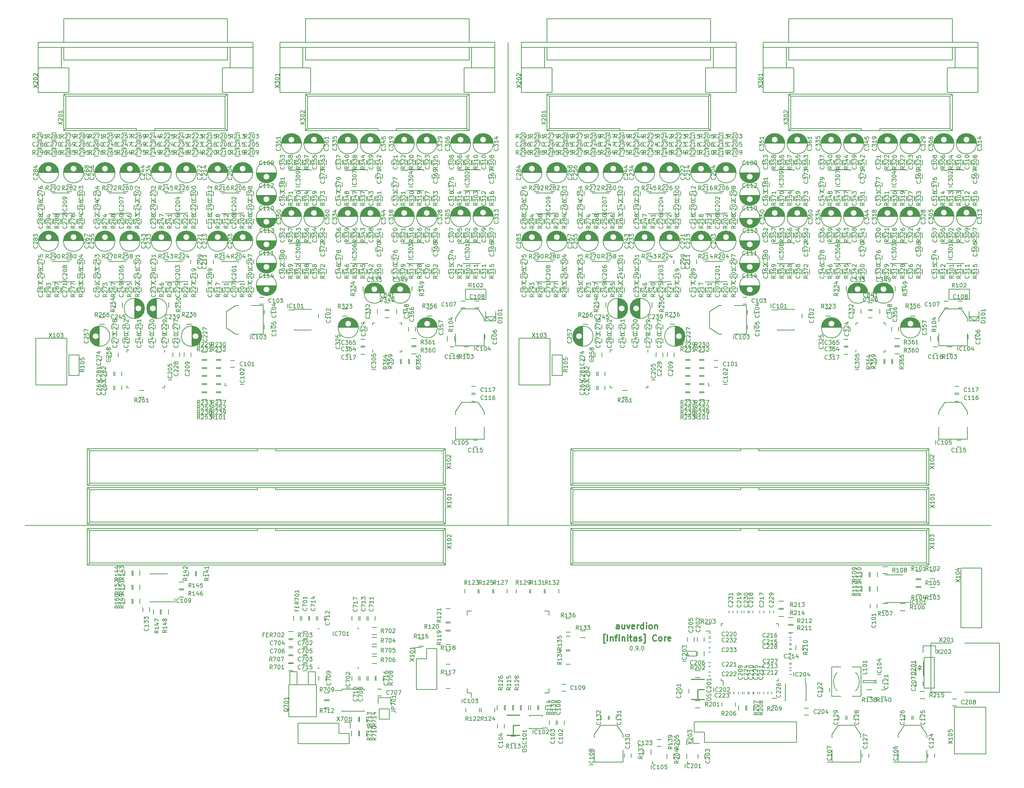
<source format=gbr>
G04 #@! TF.FileFunction,Legend,Top*
%FSLAX46Y46*%
G04 Gerber Fmt 4.6, Leading zero omitted, Abs format (unit mm)*
G04 Created by KiCad (PCBNEW 4.0.7) date Friday, 13. April 2018 'u21' 16:21:34*
%MOMM*%
%LPD*%
G01*
G04 APERTURE LIST*
%ADD10C,0.100000*%
%ADD11C,0.200000*%
%ADD12C,0.300000*%
%ADD13C,0.150000*%
%ADD14C,0.254000*%
G04 APERTURE END LIST*
D10*
D11*
X30000000Y-150000000D02*
X270000000Y-150000000D01*
X150000000Y-150000000D02*
X150000000Y-30000000D01*
D12*
X177571429Y-175678571D02*
X177571429Y-174892857D01*
X177500000Y-174750000D01*
X177357143Y-174678571D01*
X177071429Y-174678571D01*
X176928572Y-174750000D01*
X177571429Y-175607143D02*
X177428572Y-175678571D01*
X177071429Y-175678571D01*
X176928572Y-175607143D01*
X176857143Y-175464286D01*
X176857143Y-175321429D01*
X176928572Y-175178571D01*
X177071429Y-175107143D01*
X177428572Y-175107143D01*
X177571429Y-175035714D01*
X178928572Y-174678571D02*
X178928572Y-175678571D01*
X178285715Y-174678571D02*
X178285715Y-175464286D01*
X178357143Y-175607143D01*
X178500001Y-175678571D01*
X178714286Y-175678571D01*
X178857143Y-175607143D01*
X178928572Y-175535714D01*
X179500001Y-174678571D02*
X179857144Y-175678571D01*
X180214286Y-174678571D01*
X181357143Y-175607143D02*
X181214286Y-175678571D01*
X180928572Y-175678571D01*
X180785715Y-175607143D01*
X180714286Y-175464286D01*
X180714286Y-174892857D01*
X180785715Y-174750000D01*
X180928572Y-174678571D01*
X181214286Y-174678571D01*
X181357143Y-174750000D01*
X181428572Y-174892857D01*
X181428572Y-175035714D01*
X180714286Y-175178571D01*
X182071429Y-175678571D02*
X182071429Y-174678571D01*
X182071429Y-174964286D02*
X182142857Y-174821429D01*
X182214286Y-174750000D01*
X182357143Y-174678571D01*
X182500000Y-174678571D01*
X183642857Y-175678571D02*
X183642857Y-174178571D01*
X183642857Y-175607143D02*
X183500000Y-175678571D01*
X183214286Y-175678571D01*
X183071428Y-175607143D01*
X183000000Y-175535714D01*
X182928571Y-175392857D01*
X182928571Y-174964286D01*
X183000000Y-174821429D01*
X183071428Y-174750000D01*
X183214286Y-174678571D01*
X183500000Y-174678571D01*
X183642857Y-174750000D01*
X184357143Y-175678571D02*
X184357143Y-174678571D01*
X184357143Y-174178571D02*
X184285714Y-174250000D01*
X184357143Y-174321429D01*
X184428571Y-174250000D01*
X184357143Y-174178571D01*
X184357143Y-174321429D01*
X185285715Y-175678571D02*
X185142857Y-175607143D01*
X185071429Y-175535714D01*
X185000000Y-175392857D01*
X185000000Y-174964286D01*
X185071429Y-174821429D01*
X185142857Y-174750000D01*
X185285715Y-174678571D01*
X185500000Y-174678571D01*
X185642857Y-174750000D01*
X185714286Y-174821429D01*
X185785715Y-174964286D01*
X185785715Y-175392857D01*
X185714286Y-175535714D01*
X185642857Y-175607143D01*
X185500000Y-175678571D01*
X185285715Y-175678571D01*
X186428572Y-174678571D02*
X186428572Y-175678571D01*
X186428572Y-174821429D02*
X186500000Y-174750000D01*
X186642858Y-174678571D01*
X186857143Y-174678571D01*
X187000000Y-174750000D01*
X187071429Y-174892857D01*
X187071429Y-175678571D01*
X174107142Y-179178571D02*
X173749999Y-179178571D01*
X173749999Y-177035714D01*
X174107142Y-177035714D01*
X174678571Y-178678571D02*
X174678571Y-177178571D01*
X175392857Y-177678571D02*
X175392857Y-178678571D01*
X175392857Y-177821429D02*
X175464285Y-177750000D01*
X175607143Y-177678571D01*
X175821428Y-177678571D01*
X175964285Y-177750000D01*
X176035714Y-177892857D01*
X176035714Y-178678571D01*
X176535714Y-177678571D02*
X177107143Y-177678571D01*
X176750000Y-178678571D02*
X176750000Y-177392857D01*
X176821428Y-177250000D01*
X176964286Y-177178571D01*
X177107143Y-177178571D01*
X177607143Y-178678571D02*
X177607143Y-177678571D01*
X177607143Y-177178571D02*
X177535714Y-177250000D01*
X177607143Y-177321429D01*
X177678571Y-177250000D01*
X177607143Y-177178571D01*
X177607143Y-177321429D01*
X178321429Y-177678571D02*
X178321429Y-178678571D01*
X178321429Y-177821429D02*
X178392857Y-177750000D01*
X178535715Y-177678571D01*
X178750000Y-177678571D01*
X178892857Y-177750000D01*
X178964286Y-177892857D01*
X178964286Y-178678571D01*
X179678572Y-178678571D02*
X179678572Y-177678571D01*
X179678572Y-177178571D02*
X179607143Y-177250000D01*
X179678572Y-177321429D01*
X179750000Y-177250000D01*
X179678572Y-177178571D01*
X179678572Y-177321429D01*
X180178572Y-177678571D02*
X180750001Y-177678571D01*
X180392858Y-177178571D02*
X180392858Y-178464286D01*
X180464286Y-178607143D01*
X180607144Y-178678571D01*
X180750001Y-178678571D01*
X181892858Y-178678571D02*
X181892858Y-177892857D01*
X181821429Y-177750000D01*
X181678572Y-177678571D01*
X181392858Y-177678571D01*
X181250001Y-177750000D01*
X181892858Y-178607143D02*
X181750001Y-178678571D01*
X181392858Y-178678571D01*
X181250001Y-178607143D01*
X181178572Y-178464286D01*
X181178572Y-178321429D01*
X181250001Y-178178571D01*
X181392858Y-178107143D01*
X181750001Y-178107143D01*
X181892858Y-178035714D01*
X182535715Y-178607143D02*
X182678572Y-178678571D01*
X182964287Y-178678571D01*
X183107144Y-178607143D01*
X183178572Y-178464286D01*
X183178572Y-178392857D01*
X183107144Y-178250000D01*
X182964287Y-178178571D01*
X182750001Y-178178571D01*
X182607144Y-178107143D01*
X182535715Y-177964286D01*
X182535715Y-177892857D01*
X182607144Y-177750000D01*
X182750001Y-177678571D01*
X182964287Y-177678571D01*
X183107144Y-177750000D01*
X183678573Y-179178571D02*
X184035716Y-179178571D01*
X184035716Y-177035714D01*
X183678573Y-177035714D01*
X186821430Y-178535714D02*
X186750001Y-178607143D01*
X186535715Y-178678571D01*
X186392858Y-178678571D01*
X186178573Y-178607143D01*
X186035715Y-178464286D01*
X185964287Y-178321429D01*
X185892858Y-178035714D01*
X185892858Y-177821429D01*
X185964287Y-177535714D01*
X186035715Y-177392857D01*
X186178573Y-177250000D01*
X186392858Y-177178571D01*
X186535715Y-177178571D01*
X186750001Y-177250000D01*
X186821430Y-177321429D01*
X187678573Y-178678571D02*
X187535715Y-178607143D01*
X187464287Y-178535714D01*
X187392858Y-178392857D01*
X187392858Y-177964286D01*
X187464287Y-177821429D01*
X187535715Y-177750000D01*
X187678573Y-177678571D01*
X187892858Y-177678571D01*
X188035715Y-177750000D01*
X188107144Y-177821429D01*
X188178573Y-177964286D01*
X188178573Y-178392857D01*
X188107144Y-178535714D01*
X188035715Y-178607143D01*
X187892858Y-178678571D01*
X187678573Y-178678571D01*
X188821430Y-178678571D02*
X188821430Y-177678571D01*
X188821430Y-177964286D02*
X188892858Y-177821429D01*
X188964287Y-177750000D01*
X189107144Y-177678571D01*
X189250001Y-177678571D01*
X190321429Y-178607143D02*
X190178572Y-178678571D01*
X189892858Y-178678571D01*
X189750001Y-178607143D01*
X189678572Y-178464286D01*
X189678572Y-177892857D01*
X189750001Y-177750000D01*
X189892858Y-177678571D01*
X190178572Y-177678571D01*
X190321429Y-177750000D01*
X190392858Y-177892857D01*
X190392858Y-178035714D01*
X189678572Y-178178571D01*
D13*
X180523810Y-179952381D02*
X180619049Y-179952381D01*
X180714287Y-180000000D01*
X180761906Y-180047619D01*
X180809525Y-180142857D01*
X180857144Y-180333333D01*
X180857144Y-180571429D01*
X180809525Y-180761905D01*
X180761906Y-180857143D01*
X180714287Y-180904762D01*
X180619049Y-180952381D01*
X180523810Y-180952381D01*
X180428572Y-180904762D01*
X180380953Y-180857143D01*
X180333334Y-180761905D01*
X180285715Y-180571429D01*
X180285715Y-180333333D01*
X180333334Y-180142857D01*
X180380953Y-180047619D01*
X180428572Y-180000000D01*
X180523810Y-179952381D01*
X181285715Y-180857143D02*
X181333334Y-180904762D01*
X181285715Y-180952381D01*
X181238096Y-180904762D01*
X181285715Y-180857143D01*
X181285715Y-180952381D01*
X181809524Y-180952381D02*
X182000000Y-180952381D01*
X182095239Y-180904762D01*
X182142858Y-180857143D01*
X182238096Y-180714286D01*
X182285715Y-180523810D01*
X182285715Y-180142857D01*
X182238096Y-180047619D01*
X182190477Y-180000000D01*
X182095239Y-179952381D01*
X181904762Y-179952381D01*
X181809524Y-180000000D01*
X181761905Y-180047619D01*
X181714286Y-180142857D01*
X181714286Y-180380952D01*
X181761905Y-180476190D01*
X181809524Y-180523810D01*
X181904762Y-180571429D01*
X182095239Y-180571429D01*
X182190477Y-180523810D01*
X182238096Y-180476190D01*
X182285715Y-180380952D01*
X182714286Y-180857143D02*
X182761905Y-180904762D01*
X182714286Y-180952381D01*
X182666667Y-180904762D01*
X182714286Y-180857143D01*
X182714286Y-180952381D01*
X183380952Y-179952381D02*
X183476191Y-179952381D01*
X183571429Y-180000000D01*
X183619048Y-180047619D01*
X183666667Y-180142857D01*
X183714286Y-180333333D01*
X183714286Y-180571429D01*
X183666667Y-180761905D01*
X183619048Y-180857143D01*
X183571429Y-180904762D01*
X183476191Y-180952381D01*
X183380952Y-180952381D01*
X183285714Y-180904762D01*
X183238095Y-180857143D01*
X183190476Y-180761905D01*
X183142857Y-180571429D01*
X183142857Y-180333333D01*
X183190476Y-180142857D01*
X183238095Y-180047619D01*
X183285714Y-180000000D01*
X183380952Y-179952381D01*
X248025000Y-162250000D02*
X243575000Y-162250000D01*
X249550000Y-169150000D02*
X243575000Y-169150000D01*
X254450000Y-159820000D02*
X165550000Y-159820000D01*
X253910000Y-159270000D02*
X166110000Y-159270000D01*
X254450000Y-150720000D02*
X165550000Y-150720000D01*
X253910000Y-151270000D02*
X212250000Y-151270000D01*
X207750000Y-151270000D02*
X166110000Y-151270000D01*
X212250000Y-151270000D02*
X212250000Y-150720000D01*
X207750000Y-151270000D02*
X207750000Y-150720000D01*
X254450000Y-159820000D02*
X254450000Y-150720000D01*
X253910000Y-159270000D02*
X253910000Y-151270000D01*
X165550000Y-159820000D02*
X165550000Y-150720000D01*
X166110000Y-159270000D02*
X166110000Y-151270000D01*
X254450000Y-159820000D02*
X253910000Y-159270000D01*
X165550000Y-159820000D02*
X166110000Y-159270000D01*
X254450000Y-150720000D02*
X253910000Y-151270000D01*
X165550000Y-150720000D02*
X166110000Y-151270000D01*
X157650000Y-194700000D02*
X157650000Y-195700000D01*
X159350000Y-195700000D02*
X159350000Y-194700000D01*
X163300000Y-191150000D02*
X164300000Y-191150000D01*
X164300000Y-189450000D02*
X163300000Y-189450000D01*
X139825000Y-191575000D02*
X140825000Y-191575000D01*
X139825000Y-171225000D02*
X140900000Y-171225000D01*
X160175000Y-171225000D02*
X159100000Y-171225000D01*
X160175000Y-191575000D02*
X159100000Y-191575000D01*
X139825000Y-191575000D02*
X139825000Y-190500000D01*
X160175000Y-191575000D02*
X160175000Y-190500000D01*
X160175000Y-171225000D02*
X160175000Y-172300000D01*
X139825000Y-171225000D02*
X139825000Y-172300000D01*
X140825000Y-191575000D02*
X140825000Y-192675000D01*
X129000000Y-179975000D02*
X127800000Y-179975000D01*
X127800000Y-178225000D02*
X129000000Y-178225000D01*
X134600000Y-170625000D02*
X135600000Y-170625000D01*
X134600000Y-173975000D02*
X135600000Y-173975000D01*
X142575000Y-165800000D02*
X142575000Y-166800000D01*
X139225000Y-165800000D02*
X139225000Y-166800000D01*
X146175000Y-165800000D02*
X146175000Y-166800000D01*
X142825000Y-165800000D02*
X142825000Y-166800000D01*
X149775000Y-165800000D02*
X149775000Y-166800000D01*
X146425000Y-165800000D02*
X146425000Y-166800000D01*
X155375000Y-165800000D02*
X155375000Y-166800000D01*
X152025000Y-165800000D02*
X152025000Y-166800000D01*
X158975000Y-165800000D02*
X158975000Y-166800000D01*
X155625000Y-165800000D02*
X155625000Y-166800000D01*
X162575000Y-165800000D02*
X162575000Y-166800000D01*
X159225000Y-165800000D02*
X159225000Y-166800000D01*
X165400000Y-176475000D02*
X164400000Y-176475000D01*
X165400000Y-173125000D02*
X164400000Y-173125000D01*
X127190000Y-183130000D02*
X127190000Y-190750000D01*
X127190000Y-190750000D02*
X132270000Y-190750000D01*
X132270000Y-190750000D02*
X132270000Y-180590000D01*
X132270000Y-180590000D02*
X129730000Y-180590000D01*
X128460000Y-180310000D02*
X126910000Y-180310000D01*
X129730000Y-180590000D02*
X129730000Y-183130000D01*
X129730000Y-183130000D02*
X127190000Y-183130000D01*
X126910000Y-180310000D02*
X126910000Y-181860000D01*
X134450000Y-159820000D02*
X45550000Y-159820000D01*
X133910000Y-159270000D02*
X46110000Y-159270000D01*
X134450000Y-150720000D02*
X45550000Y-150720000D01*
X133910000Y-151270000D02*
X92250000Y-151270000D01*
X87750000Y-151270000D02*
X46110000Y-151270000D01*
X92250000Y-151270000D02*
X92250000Y-150720000D01*
X87750000Y-151270000D02*
X87750000Y-150720000D01*
X134450000Y-159820000D02*
X134450000Y-150720000D01*
X133910000Y-159270000D02*
X133910000Y-151270000D01*
X45550000Y-159820000D02*
X45550000Y-150720000D01*
X46110000Y-159270000D02*
X46110000Y-151270000D01*
X134450000Y-159820000D02*
X133910000Y-159270000D01*
X45550000Y-159820000D02*
X46110000Y-159270000D01*
X134450000Y-150720000D02*
X133910000Y-151270000D01*
X45550000Y-150720000D02*
X46110000Y-151270000D01*
X168000000Y-176125000D02*
X169200000Y-176125000D01*
X169200000Y-177875000D02*
X168000000Y-177875000D01*
X221610000Y-198730000D02*
X196210000Y-198730000D01*
X198750000Y-203810000D02*
X221610000Y-203810000D01*
X221610000Y-198730000D02*
X221610000Y-203810000D01*
X196210000Y-198730000D02*
X196210000Y-201270000D01*
X195930000Y-202540000D02*
X195930000Y-204090000D01*
X196210000Y-201270000D02*
X198750000Y-201270000D01*
X198750000Y-201270000D02*
X198750000Y-203810000D01*
X195930000Y-204090000D02*
X197480000Y-204090000D01*
X253330000Y-182730000D02*
X253330000Y-190350000D01*
X255870000Y-182730000D02*
X255870000Y-190350000D01*
X256150000Y-179910000D02*
X256150000Y-181460000D01*
X253330000Y-190350000D02*
X255870000Y-190350000D01*
X255870000Y-182730000D02*
X253330000Y-182730000D01*
X253050000Y-181460000D02*
X253050000Y-179910000D01*
X253050000Y-179910000D02*
X256150000Y-179910000D01*
X196950000Y-177800000D02*
X196950000Y-178800000D01*
X198650000Y-178800000D02*
X198650000Y-177800000D01*
X209575000Y-191850000D02*
X209575000Y-191350000D01*
X208625000Y-191350000D02*
X208625000Y-191850000D01*
X253050000Y-189800000D02*
X253050000Y-188800000D01*
X251350000Y-188800000D02*
X251350000Y-189800000D01*
X260300000Y-194750000D02*
X261300000Y-194750000D01*
X261300000Y-193050000D02*
X260300000Y-193050000D01*
X224600000Y-195350000D02*
X223600000Y-195350000D01*
X223600000Y-197050000D02*
X224600000Y-197050000D01*
X208175000Y-191850000D02*
X208175000Y-191350000D01*
X207225000Y-191350000D02*
X207225000Y-191850000D01*
X210775000Y-191850000D02*
X210775000Y-191350000D01*
X209825000Y-191350000D02*
X209825000Y-191850000D01*
X213475000Y-191850000D02*
X213475000Y-191350000D01*
X212525000Y-191350000D02*
X212525000Y-191850000D01*
X220350000Y-186025000D02*
X219850000Y-186025000D01*
X219850000Y-186975000D02*
X220350000Y-186975000D01*
X220350000Y-184425000D02*
X219850000Y-184425000D01*
X219850000Y-185375000D02*
X220350000Y-185375000D01*
X220350000Y-180825000D02*
X219850000Y-180825000D01*
X219850000Y-181775000D02*
X220350000Y-181775000D01*
X220350000Y-178425000D02*
X219850000Y-178425000D01*
X219850000Y-179375000D02*
X220350000Y-179375000D01*
X220350000Y-176825000D02*
X219850000Y-176825000D01*
X219850000Y-177775000D02*
X220350000Y-177775000D01*
X212525000Y-171150000D02*
X212525000Y-171650000D01*
X213475000Y-171650000D02*
X213475000Y-171150000D01*
X209825000Y-171150000D02*
X209825000Y-171650000D01*
X210775000Y-171650000D02*
X210775000Y-171150000D01*
X206925000Y-171150000D02*
X206925000Y-171650000D01*
X207875000Y-171650000D02*
X207875000Y-171150000D01*
X199750000Y-177575000D02*
X200250000Y-177575000D01*
X200250000Y-176625000D02*
X199750000Y-176625000D01*
X199750000Y-184975000D02*
X200250000Y-184975000D01*
X200250000Y-184025000D02*
X199750000Y-184025000D01*
X206075000Y-191850000D02*
X206075000Y-191350000D01*
X205125000Y-191350000D02*
X205125000Y-191850000D01*
X211975000Y-191850000D02*
X211975000Y-191350000D01*
X211025000Y-191350000D02*
X211025000Y-191850000D01*
X215475000Y-191850000D02*
X215475000Y-191350000D01*
X214525000Y-191350000D02*
X214525000Y-191850000D01*
X220350000Y-183225000D02*
X219850000Y-183225000D01*
X219850000Y-184175000D02*
X220350000Y-184175000D01*
X220350000Y-179625000D02*
X219850000Y-179625000D01*
X219850000Y-180575000D02*
X220350000Y-180575000D01*
X214925000Y-171150000D02*
X214925000Y-171650000D01*
X215875000Y-171650000D02*
X215875000Y-171150000D01*
X208625000Y-171150000D02*
X208625000Y-171650000D01*
X209575000Y-171650000D02*
X209575000Y-171150000D01*
X204825000Y-171150000D02*
X204825000Y-171650000D01*
X205775000Y-171650000D02*
X205775000Y-171150000D01*
X199750000Y-178975000D02*
X200250000Y-178975000D01*
X200250000Y-178025000D02*
X199750000Y-178025000D01*
X199750000Y-181375000D02*
X200250000Y-181375000D01*
X200250000Y-180425000D02*
X199750000Y-180425000D01*
X252200000Y-184982500D02*
X252200000Y-184601500D01*
X252200000Y-185998500D02*
X252200000Y-185617500D01*
X252200000Y-185617500D02*
X251819000Y-184982500D01*
X251819000Y-184982500D02*
X252581000Y-184982500D01*
X252581000Y-184982500D02*
X252200000Y-185617500D01*
X251692000Y-185617500D02*
X252708000Y-185617500D01*
X253100000Y-187300000D02*
X253100000Y-183760000D01*
X251300000Y-187300000D02*
X251300000Y-183760000D01*
X202875000Y-188625000D02*
X203460000Y-188625000D01*
X202875000Y-174375000D02*
X203460000Y-174375000D01*
X217125000Y-174375000D02*
X216540000Y-174375000D01*
X217125000Y-188625000D02*
X216540000Y-188625000D01*
X202875000Y-188625000D02*
X202875000Y-188040000D01*
X217125000Y-188625000D02*
X217125000Y-188040000D01*
X217125000Y-174375000D02*
X217125000Y-174960000D01*
X202875000Y-174375000D02*
X202875000Y-174960000D01*
X203460000Y-188625000D02*
X203460000Y-189700000D01*
X223975000Y-189325000D02*
X223830000Y-189325000D01*
X223975000Y-193475000D02*
X223830000Y-193475000D01*
X218825000Y-193475000D02*
X218970000Y-193475000D01*
X218825000Y-189325000D02*
X218970000Y-189325000D01*
X223975000Y-189325000D02*
X223975000Y-193475000D01*
X218825000Y-189325000D02*
X218825000Y-193475000D01*
X223830000Y-189325000D02*
X223830000Y-187925000D01*
X197700000Y-195275000D02*
X196500000Y-195275000D01*
X196500000Y-193525000D02*
X197700000Y-193525000D01*
X196500000Y-186025000D02*
X197700000Y-186025000D01*
X197700000Y-187775000D02*
X196500000Y-187775000D01*
X200300000Y-176275000D02*
X199100000Y-176275000D01*
X199100000Y-174525000D02*
X200300000Y-174525000D01*
X207225000Y-195900000D02*
X207225000Y-194700000D01*
X208975000Y-194700000D02*
X208975000Y-195900000D01*
X209225000Y-195900000D02*
X209225000Y-194700000D01*
X210975000Y-194700000D02*
X210975000Y-195900000D01*
X215500000Y-192925000D02*
X216700000Y-192925000D01*
X216700000Y-194675000D02*
X215500000Y-194675000D01*
X223175000Y-179700000D02*
X223175000Y-180900000D01*
X221425000Y-180900000D02*
X221425000Y-179700000D01*
X253500000Y-192975000D02*
X252300000Y-192975000D01*
X252300000Y-191225000D02*
X253500000Y-191225000D01*
X263350000Y-191366000D02*
X271986000Y-191366000D01*
X254968000Y-191366000D02*
X260048000Y-191366000D01*
X263350000Y-179174000D02*
X271986000Y-179174000D01*
X254968000Y-179174000D02*
X260048000Y-179174000D01*
X271986000Y-179174000D02*
X271986000Y-191366000D01*
X254968000Y-191366000D02*
X254968000Y-179174000D01*
X199750000Y-187375000D02*
X200250000Y-187375000D01*
X200250000Y-186425000D02*
X199750000Y-186425000D01*
X193150000Y-190600000D02*
X193150000Y-191600000D01*
X194850000Y-191600000D02*
X194850000Y-190600000D01*
X206475000Y-193900000D02*
X206475000Y-194900000D01*
X203125000Y-193900000D02*
X203125000Y-194900000D01*
X220800000Y-176575000D02*
X219600000Y-176575000D01*
X219600000Y-174825000D02*
X220800000Y-174825000D01*
X220800000Y-174575000D02*
X219600000Y-174575000D01*
X219600000Y-172825000D02*
X220800000Y-172825000D01*
X194550000Y-177800000D02*
X194550000Y-178800000D01*
X196250000Y-178800000D02*
X196250000Y-177800000D01*
X198650000Y-182300000D02*
X198650000Y-181300000D01*
X196950000Y-181300000D02*
X196950000Y-182300000D01*
X194500000Y-182100000D02*
X194800000Y-182100000D01*
X194800000Y-182100000D02*
X194800000Y-182400000D01*
X196700000Y-181200000D02*
X194500000Y-181200000D01*
X194500000Y-181200000D02*
X194500000Y-182400000D01*
X194500000Y-182400000D02*
X196700000Y-182400000D01*
X196700000Y-182400000D02*
X196700000Y-181200000D01*
D14*
X197100000Y-190700000D02*
X198700000Y-190700000D01*
X197100000Y-193200000D02*
X197100000Y-190700000D01*
X198700000Y-188200000D02*
X195500000Y-188200000D01*
X195500000Y-193200000D02*
X198700000Y-193200000D01*
D13*
X194569040Y-208460780D02*
X194569040Y-209070380D01*
X194569040Y-209070380D02*
X195000840Y-209080540D01*
X192625000Y-207900000D02*
X192625000Y-206700000D01*
X194375000Y-206700000D02*
X194375000Y-207900000D01*
X194375000Y-203200000D02*
X194375000Y-204400000D01*
X192625000Y-204400000D02*
X192625000Y-203200000D01*
X198850000Y-207800000D02*
X198850000Y-206800000D01*
X197150000Y-206800000D02*
X197150000Y-207800000D01*
X165400000Y-184475000D02*
X164400000Y-184475000D01*
X165400000Y-181125000D02*
X164400000Y-181125000D01*
X165400000Y-180875000D02*
X164400000Y-180875000D01*
X165400000Y-177525000D02*
X164400000Y-177525000D01*
X163950000Y-199400000D02*
X163950000Y-198400000D01*
X162250000Y-198400000D02*
X162250000Y-199400000D01*
X161950000Y-199400000D02*
X161950000Y-198400000D01*
X160250000Y-198400000D02*
X160250000Y-199400000D01*
X149050000Y-200300000D02*
X149050000Y-199300000D01*
X147350000Y-199300000D02*
X147350000Y-200300000D01*
X158575000Y-200475000D02*
X158575000Y-200250000D01*
X155225000Y-200475000D02*
X155225000Y-200175000D01*
X155225000Y-197125000D02*
X155225000Y-197425000D01*
X158575000Y-197125000D02*
X158575000Y-197425000D01*
X158575000Y-200475000D02*
X155225000Y-200475000D01*
X158575000Y-197125000D02*
X155225000Y-197125000D01*
X158575000Y-200250000D02*
X159800000Y-200250000D01*
D14*
X151300000Y-199570000D02*
X152900000Y-199570000D01*
X151300000Y-202070000D02*
X151300000Y-199570000D01*
X152900000Y-197070000D02*
X149700000Y-197070000D01*
X149700000Y-202070000D02*
X152900000Y-202070000D01*
D13*
X150700000Y-202325000D02*
X151900000Y-202325000D01*
X151900000Y-204075000D02*
X150700000Y-204075000D01*
X153325000Y-195800000D02*
X153325000Y-194600000D01*
X155075000Y-194600000D02*
X155075000Y-195800000D01*
X151075000Y-194600000D02*
X151075000Y-195800000D01*
X149325000Y-195800000D02*
X149325000Y-194600000D01*
X153075000Y-194600000D02*
X153075000Y-195800000D01*
X151325000Y-195800000D02*
X151325000Y-194600000D01*
X157375000Y-194600000D02*
X157375000Y-195800000D01*
X155625000Y-195800000D02*
X155625000Y-194600000D01*
X239950000Y-169500000D02*
X239950000Y-170500000D01*
X241650000Y-170500000D02*
X241650000Y-169500000D01*
X252500000Y-163175000D02*
X251300000Y-163175000D01*
X251300000Y-161425000D02*
X252500000Y-161425000D01*
X256000000Y-163175000D02*
X254800000Y-163175000D01*
X254800000Y-161425000D02*
X256000000Y-161425000D01*
X256000000Y-167175000D02*
X254800000Y-167175000D01*
X254800000Y-165425000D02*
X256000000Y-165425000D01*
X252500000Y-167175000D02*
X251300000Y-167175000D01*
X251300000Y-165425000D02*
X252500000Y-165425000D01*
X252500000Y-165175000D02*
X251300000Y-165175000D01*
X251300000Y-163425000D02*
X252500000Y-163425000D01*
X248600000Y-171175000D02*
X247400000Y-171175000D01*
X247400000Y-169425000D02*
X248600000Y-169425000D01*
X243000000Y-169425000D02*
X244200000Y-169425000D01*
X244200000Y-171175000D02*
X243000000Y-171175000D01*
X244200000Y-161975000D02*
X243000000Y-161975000D01*
X243000000Y-160225000D02*
X244200000Y-160225000D01*
X239675000Y-161600000D02*
X239675000Y-162800000D01*
X237925000Y-162800000D02*
X237925000Y-161600000D01*
X241675000Y-161600000D02*
X241675000Y-162800000D01*
X239925000Y-162800000D02*
X239925000Y-161600000D01*
X241675000Y-165100000D02*
X241675000Y-166300000D01*
X239925000Y-166300000D02*
X239925000Y-165100000D01*
X239675000Y-165100000D02*
X239675000Y-166300000D01*
X237925000Y-166300000D02*
X237925000Y-165100000D01*
X254250000Y-206600000D02*
X254250000Y-207600000D01*
X255950000Y-207600000D02*
X255950000Y-206600000D01*
X250550000Y-197200000D02*
X250550000Y-198200000D01*
X252250000Y-198200000D02*
X252250000Y-197200000D01*
X234150000Y-197200000D02*
X234150000Y-198200000D01*
X235850000Y-198200000D02*
X235850000Y-197200000D01*
X246844000Y-205724000D02*
X246844000Y-208772000D01*
X246844000Y-208772000D02*
X253956000Y-208772000D01*
X253956000Y-208772000D02*
X253956000Y-205724000D01*
X246844000Y-202676000D02*
X246844000Y-201914000D01*
X246844000Y-201914000D02*
X248368000Y-199628000D01*
X248368000Y-199628000D02*
X252432000Y-199628000D01*
X252432000Y-199628000D02*
X253956000Y-201914000D01*
X253956000Y-201914000D02*
X253956000Y-202676000D01*
X230444000Y-205724000D02*
X230444000Y-208772000D01*
X230444000Y-208772000D02*
X237556000Y-208772000D01*
X237556000Y-208772000D02*
X237556000Y-205724000D01*
X230444000Y-202676000D02*
X230444000Y-201914000D01*
X230444000Y-201914000D02*
X231968000Y-199628000D01*
X231968000Y-199628000D02*
X236032000Y-199628000D01*
X236032000Y-199628000D02*
X237556000Y-201914000D01*
X237556000Y-201914000D02*
X237556000Y-202676000D01*
X237850000Y-206600000D02*
X237850000Y-207600000D01*
X239550000Y-207600000D02*
X239550000Y-206600000D01*
X232150000Y-197200000D02*
X232150000Y-198200000D01*
X233850000Y-198200000D02*
X233850000Y-197200000D01*
X248550000Y-197200000D02*
X248550000Y-198200000D01*
X250250000Y-198200000D02*
X250250000Y-197200000D01*
X241350000Y-188300000D02*
X241350000Y-189300000D01*
X243050000Y-189300000D02*
X243050000Y-188300000D01*
X228150000Y-190300000D02*
X228150000Y-191300000D01*
X229850000Y-191300000D02*
X229850000Y-190300000D01*
X241400000Y-188500000D02*
G75*
G03X241400000Y-188500000I-100000J0D01*
G01*
X241050000Y-189050000D02*
X241050000Y-188550000D01*
X238150000Y-189050000D02*
X241050000Y-189050000D01*
X238150000Y-188550000D02*
X238150000Y-189050000D01*
X241050000Y-188550000D02*
X238150000Y-188550000D01*
X231714000Y-186514000D02*
G75*
G03X231714000Y-191086000I2286000J-2286000D01*
G01*
X236286000Y-191086000D02*
G75*
G03X236286000Y-186514000I-2286000J2286000D01*
G01*
X230350000Y-192450000D02*
X232600000Y-192450000D01*
X237650000Y-192450000D02*
X235400000Y-192450000D01*
X230350000Y-185150000D02*
X232600000Y-185150000D01*
X237650000Y-185150000D02*
X235400000Y-185150000D01*
X230350000Y-192450000D02*
X230350000Y-185150000D01*
X237650000Y-185150000D02*
X237650000Y-192450000D01*
X240300000Y-192575000D02*
X239100000Y-192575000D01*
X239100000Y-190825000D02*
X240300000Y-190825000D01*
X243800000Y-192575000D02*
X242600000Y-192575000D01*
X242600000Y-190825000D02*
X243800000Y-190825000D01*
X178850000Y-206600000D02*
X178850000Y-207600000D01*
X180550000Y-207600000D02*
X180550000Y-206600000D01*
X175150000Y-197200000D02*
X175150000Y-198200000D01*
X176850000Y-198200000D02*
X176850000Y-197200000D01*
X173150000Y-197200000D02*
X173150000Y-198200000D01*
X174850000Y-198200000D02*
X174850000Y-197200000D01*
X171444000Y-205724000D02*
X171444000Y-208772000D01*
X171444000Y-208772000D02*
X178556000Y-208772000D01*
X178556000Y-208772000D02*
X178556000Y-205724000D01*
X171444000Y-202676000D02*
X171444000Y-201914000D01*
X171444000Y-201914000D02*
X172968000Y-199628000D01*
X172968000Y-199628000D02*
X177032000Y-199628000D01*
X177032000Y-199628000D02*
X178556000Y-201914000D01*
X178556000Y-201914000D02*
X178556000Y-202676000D01*
X260850000Y-206700000D02*
X268600000Y-206700000D01*
X260850000Y-195100000D02*
X268600000Y-195100000D01*
X260850000Y-206700000D02*
X260850000Y-195100000D01*
X268600000Y-206700000D02*
X268600000Y-195100000D01*
X188000000Y-203150000D02*
X187000000Y-203150000D01*
X187000000Y-204850000D02*
X188000000Y-204850000D01*
X185800000Y-208491340D02*
X185800000Y-209200000D01*
X185800000Y-209200000D02*
X186201320Y-209200000D01*
X183725000Y-206800000D02*
X183725000Y-205600000D01*
X185475000Y-205600000D02*
X185475000Y-206800000D01*
X191175000Y-206700000D02*
X191175000Y-207900000D01*
X189425000Y-207900000D02*
X189425000Y-206700000D01*
X217200000Y-168825000D02*
X218400000Y-168825000D01*
X218400000Y-170575000D02*
X217200000Y-170575000D01*
X217200000Y-170825000D02*
X218400000Y-170825000D01*
X218400000Y-172575000D02*
X217200000Y-172575000D01*
X99094668Y-180050000D02*
X100094668Y-180050000D01*
X100094668Y-178350000D02*
X99094668Y-178350000D01*
X99100000Y-184050000D02*
X100100000Y-184050000D01*
X100100000Y-182350000D02*
X99100000Y-182350000D01*
X99100000Y-182050000D02*
X100100000Y-182050000D01*
X100100000Y-180350000D02*
X99100000Y-180350000D01*
X95600000Y-182050000D02*
X96600000Y-182050000D01*
X96600000Y-180350000D02*
X95600000Y-180350000D01*
X118600000Y-190650000D02*
X117600000Y-190650000D01*
X117600000Y-192350000D02*
X118600000Y-192350000D01*
X104750000Y-188400000D02*
X104750000Y-187400000D01*
X103050000Y-187400000D02*
X103050000Y-188400000D01*
X112950000Y-188400000D02*
X112950000Y-187400000D01*
X111250000Y-187400000D02*
X111250000Y-188400000D01*
X115250000Y-172500000D02*
X115250000Y-173500000D01*
X116950000Y-173500000D02*
X116950000Y-172500000D01*
X102750000Y-172500000D02*
X102750000Y-173500000D01*
X104450000Y-173500000D02*
X104450000Y-172500000D01*
X100750000Y-172500000D02*
X100750000Y-173500000D01*
X102450000Y-173500000D02*
X102450000Y-172500000D01*
X99100000Y-186050000D02*
X100100000Y-186050000D01*
X100100000Y-184350000D02*
X99100000Y-184350000D01*
X116950000Y-188400000D02*
X116950000Y-187400000D01*
X115250000Y-187400000D02*
X115250000Y-188400000D01*
X111250000Y-172500000D02*
X111250000Y-173500000D01*
X112950000Y-173500000D02*
X112950000Y-172500000D01*
X96725000Y-173600000D02*
X96725000Y-172400000D01*
X98475000Y-172400000D02*
X98475000Y-173600000D01*
X96700000Y-178075000D02*
X95500000Y-178075000D01*
X95500000Y-176325000D02*
X96700000Y-176325000D01*
D11*
X102850000Y-175750000D02*
X103100000Y-175500000D01*
X112600000Y-175500000D02*
X112850000Y-175500000D01*
X112850000Y-175500000D02*
X112850000Y-175750000D01*
X103100000Y-185500000D02*
X102850000Y-185500000D01*
X102850000Y-185500000D02*
X102850000Y-185250000D01*
X112600000Y-185500000D02*
X112850000Y-185500000D01*
X112850000Y-185500000D02*
X112850000Y-185250000D01*
D13*
X108750000Y-190645000D02*
X108750000Y-190945000D01*
X114250000Y-190645000D02*
X114250000Y-190945000D01*
X114250000Y-196155000D02*
X114250000Y-195855000D01*
X108750000Y-196155000D02*
X108750000Y-195855000D01*
X108750000Y-190645000D02*
X114250000Y-190645000D01*
X108750000Y-196155000D02*
X114250000Y-196155000D01*
X108750000Y-190945000D02*
X107000000Y-190945000D01*
X120570000Y-195570000D02*
X120570000Y-198110000D01*
X120850000Y-192750000D02*
X120850000Y-194300000D01*
X120570000Y-195570000D02*
X118030000Y-195570000D01*
X117750000Y-194300000D02*
X117750000Y-192750000D01*
X117750000Y-192750000D02*
X120850000Y-192750000D01*
X118030000Y-195570000D02*
X118030000Y-198110000D01*
X118030000Y-198110000D02*
X120570000Y-198110000D01*
X97603000Y-189524000D02*
X97603000Y-186349000D01*
X97603000Y-186349000D02*
X95825000Y-186349000D01*
X95825000Y-186349000D02*
X95825000Y-189524000D01*
X102175000Y-189524000D02*
X102175000Y-186349000D01*
X102175000Y-186349000D02*
X100397000Y-186349000D01*
X100397000Y-186349000D02*
X100397000Y-189524000D01*
X95571000Y-195620000D02*
X95571000Y-189524000D01*
X95571000Y-189524000D02*
X102429000Y-189524000D01*
X102429000Y-189524000D02*
X102429000Y-197398000D01*
X102429000Y-197525000D02*
X95571000Y-197525000D01*
X95571000Y-197398000D02*
X95571000Y-195620000D01*
X96700000Y-186075000D02*
X95500000Y-186075000D01*
X95500000Y-184325000D02*
X96700000Y-184325000D01*
X95500000Y-182325000D02*
X96700000Y-182325000D01*
X96700000Y-184075000D02*
X95500000Y-184075000D01*
X117225000Y-188500000D02*
X117225000Y-187300000D01*
X118975000Y-187300000D02*
X118975000Y-188500000D01*
X112875000Y-197500000D02*
X112875000Y-198700000D01*
X111125000Y-198700000D02*
X111125000Y-197500000D01*
X114875000Y-197500000D02*
X114875000Y-198700000D01*
X113125000Y-198700000D02*
X113125000Y-197500000D01*
X104400000Y-191525000D02*
X105600000Y-191525000D01*
X105600000Y-193275000D02*
X104400000Y-193275000D01*
X104400000Y-193525000D02*
X105600000Y-193525000D01*
X105600000Y-195275000D02*
X104400000Y-195275000D01*
X98750000Y-172500000D02*
X98750000Y-173500000D01*
X100450000Y-173500000D02*
X100450000Y-172500000D01*
X95594668Y-180050000D02*
X96594668Y-180050000D01*
X96594668Y-178350000D02*
X95594668Y-178350000D01*
X114950000Y-188400000D02*
X114950000Y-187400000D01*
X113250000Y-187400000D02*
X113250000Y-188400000D01*
X113250000Y-172500000D02*
X113250000Y-173500000D01*
X114950000Y-173500000D02*
X114950000Y-172500000D01*
X110510000Y-204170000D02*
X97810000Y-204170000D01*
X97810000Y-204170000D02*
X97810000Y-199090000D01*
X97810000Y-199090000D02*
X107970000Y-199090000D01*
X110510000Y-204170000D02*
X110510000Y-201630000D01*
X110790000Y-200360000D02*
X110790000Y-198810000D01*
X110510000Y-201630000D02*
X107970000Y-201630000D01*
X107970000Y-201630000D02*
X107970000Y-199090000D01*
X110790000Y-198810000D02*
X109240000Y-198810000D01*
X114875000Y-201000000D02*
X114875000Y-202200000D01*
X113125000Y-202200000D02*
X113125000Y-201000000D01*
X112875000Y-201000000D02*
X112875000Y-202200000D01*
X111125000Y-202200000D02*
X111125000Y-201000000D01*
X135600000Y-190475000D02*
X134600000Y-190475000D01*
X135600000Y-187125000D02*
X134600000Y-187125000D01*
X135600000Y-184475000D02*
X134600000Y-184475000D01*
X135600000Y-181125000D02*
X134600000Y-181125000D01*
X135600000Y-179575000D02*
X134600000Y-179575000D01*
X135600000Y-176225000D02*
X134600000Y-176225000D01*
X139525000Y-196300000D02*
X139525000Y-195300000D01*
X142875000Y-196300000D02*
X142875000Y-195300000D01*
X143325000Y-196300000D02*
X143325000Y-195300000D01*
X146675000Y-196300000D02*
X146675000Y-195300000D01*
X135700000Y-175975000D02*
X134500000Y-175975000D01*
X134500000Y-174225000D02*
X135700000Y-174225000D01*
X99000000Y-176325000D02*
X100200000Y-176325000D01*
X100200000Y-178075000D02*
X99000000Y-178075000D01*
X116200000Y-175325000D02*
X117400000Y-175325000D01*
X117400000Y-177075000D02*
X116200000Y-177075000D01*
X116200000Y-180125000D02*
X117400000Y-180125000D01*
X117400000Y-181875000D02*
X116200000Y-181875000D01*
X116200000Y-182525000D02*
X117400000Y-182525000D01*
X117400000Y-184275000D02*
X116200000Y-184275000D01*
X116200000Y-177725000D02*
X117400000Y-177725000D01*
X117400000Y-179475000D02*
X116200000Y-179475000D01*
X149075000Y-194600000D02*
X149075000Y-195800000D01*
X147325000Y-195800000D02*
X147325000Y-194600000D01*
X59350000Y-170300000D02*
X59350000Y-171300000D01*
X61050000Y-171300000D02*
X61050000Y-170300000D01*
X65425000Y-162050000D02*
X60975000Y-162050000D01*
X66950000Y-168950000D02*
X60975000Y-168950000D01*
X72625000Y-162500000D02*
X72625000Y-161300000D01*
X74375000Y-161300000D02*
X74375000Y-162500000D01*
X70625000Y-162500000D02*
X70625000Y-161300000D01*
X72375000Y-161300000D02*
X72375000Y-162500000D01*
X56825000Y-162400000D02*
X56825000Y-161200000D01*
X58575000Y-161200000D02*
X58575000Y-162400000D01*
X54825000Y-162400000D02*
X54825000Y-161200000D01*
X56575000Y-161200000D02*
X56575000Y-162400000D01*
X69500000Y-165775000D02*
X68300000Y-165775000D01*
X68300000Y-164025000D02*
X69500000Y-164025000D01*
X69500000Y-167775000D02*
X68300000Y-167775000D01*
X68300000Y-166025000D02*
X69500000Y-166025000D01*
X61925000Y-172000000D02*
X61925000Y-170800000D01*
X63675000Y-170800000D02*
X63675000Y-172000000D01*
X63925000Y-172000000D02*
X63925000Y-170800000D01*
X65675000Y-170800000D02*
X65675000Y-172000000D01*
X56825000Y-169400000D02*
X56825000Y-168200000D01*
X58575000Y-168200000D02*
X58575000Y-169400000D01*
X54825000Y-169400000D02*
X54825000Y-168200000D01*
X56575000Y-168200000D02*
X56575000Y-169400000D01*
X56825000Y-165900000D02*
X56825000Y-164700000D01*
X58575000Y-164700000D02*
X58575000Y-165900000D01*
X54825000Y-165900000D02*
X54825000Y-164700000D01*
X56575000Y-164700000D02*
X56575000Y-165900000D01*
X267600000Y-175390000D02*
X262400000Y-175390000D01*
X267600000Y-160610000D02*
X267600000Y-175390000D01*
X262400000Y-160610000D02*
X267600000Y-160610000D01*
X262400000Y-175390000D02*
X262400000Y-160610000D01*
X75401000Y-62325000D02*
X80399000Y-62325000D01*
X75409000Y-62185000D02*
X77746000Y-62185000D01*
X78054000Y-62185000D02*
X80391000Y-62185000D01*
X75425000Y-62045000D02*
X77427000Y-62045000D01*
X78373000Y-62045000D02*
X80375000Y-62045000D01*
X75449000Y-61905000D02*
X77280000Y-61905000D01*
X78520000Y-61905000D02*
X80351000Y-61905000D01*
X75482000Y-61765000D02*
X77188000Y-61765000D01*
X78612000Y-61765000D02*
X80318000Y-61765000D01*
X75523000Y-61625000D02*
X77132000Y-61625000D01*
X78668000Y-61625000D02*
X80277000Y-61625000D01*
X75573000Y-61485000D02*
X77105000Y-61485000D01*
X78695000Y-61485000D02*
X80227000Y-61485000D01*
X75634000Y-61345000D02*
X77102000Y-61345000D01*
X78698000Y-61345000D02*
X80166000Y-61345000D01*
X75704000Y-61205000D02*
X77124000Y-61205000D01*
X78676000Y-61205000D02*
X80096000Y-61205000D01*
X75786000Y-61065000D02*
X77174000Y-61065000D01*
X78626000Y-61065000D02*
X80014000Y-61065000D01*
X75881000Y-60925000D02*
X77256000Y-60925000D01*
X78544000Y-60925000D02*
X79919000Y-60925000D01*
X75992000Y-60785000D02*
X77388000Y-60785000D01*
X78412000Y-60785000D02*
X79808000Y-60785000D01*
X76120000Y-60645000D02*
X77635000Y-60645000D01*
X78165000Y-60645000D02*
X79680000Y-60645000D01*
X76269000Y-60505000D02*
X79531000Y-60505000D01*
X76448000Y-60365000D02*
X79352000Y-60365000D01*
X76667000Y-60225000D02*
X79133000Y-60225000D01*
X76956000Y-60085000D02*
X78844000Y-60085000D01*
X77428000Y-59945000D02*
X78372000Y-59945000D01*
X78700000Y-61400000D02*
G75*
G03X78700000Y-61400000I-800000J0D01*
G01*
X80437500Y-62400000D02*
G75*
G03X80437500Y-62400000I-2537500J0D01*
G01*
X135150000Y-68300000D02*
X135150000Y-69300000D01*
X136850000Y-69300000D02*
X136850000Y-68300000D01*
X137125000Y-69400000D02*
X137125000Y-68200000D01*
X138875000Y-68200000D02*
X138875000Y-69400000D01*
X83075000Y-89575000D02*
X83075000Y-89430000D01*
X78925000Y-89575000D02*
X78925000Y-89430000D01*
X78925000Y-84425000D02*
X78925000Y-84570000D01*
X83075000Y-84425000D02*
X83075000Y-84570000D01*
X83075000Y-89575000D02*
X78925000Y-89575000D01*
X83075000Y-84425000D02*
X78925000Y-84425000D01*
X83075000Y-89430000D02*
X84475000Y-89430000D01*
X58850000Y-88500000D02*
X58850000Y-87500000D01*
X57150000Y-87500000D02*
X57150000Y-88500000D01*
X61401000Y-62325000D02*
X66399000Y-62325000D01*
X61409000Y-62185000D02*
X63746000Y-62185000D01*
X64054000Y-62185000D02*
X66391000Y-62185000D01*
X61425000Y-62045000D02*
X63427000Y-62045000D01*
X64373000Y-62045000D02*
X66375000Y-62045000D01*
X61449000Y-61905000D02*
X63280000Y-61905000D01*
X64520000Y-61905000D02*
X66351000Y-61905000D01*
X61482000Y-61765000D02*
X63188000Y-61765000D01*
X64612000Y-61765000D02*
X66318000Y-61765000D01*
X61523000Y-61625000D02*
X63132000Y-61625000D01*
X64668000Y-61625000D02*
X66277000Y-61625000D01*
X61573000Y-61485000D02*
X63105000Y-61485000D01*
X64695000Y-61485000D02*
X66227000Y-61485000D01*
X61634000Y-61345000D02*
X63102000Y-61345000D01*
X64698000Y-61345000D02*
X66166000Y-61345000D01*
X61704000Y-61205000D02*
X63124000Y-61205000D01*
X64676000Y-61205000D02*
X66096000Y-61205000D01*
X61786000Y-61065000D02*
X63174000Y-61065000D01*
X64626000Y-61065000D02*
X66014000Y-61065000D01*
X61881000Y-60925000D02*
X63256000Y-60925000D01*
X64544000Y-60925000D02*
X65919000Y-60925000D01*
X61992000Y-60785000D02*
X63388000Y-60785000D01*
X64412000Y-60785000D02*
X65808000Y-60785000D01*
X62120000Y-60645000D02*
X63635000Y-60645000D01*
X64165000Y-60645000D02*
X65680000Y-60645000D01*
X62269000Y-60505000D02*
X65531000Y-60505000D01*
X62448000Y-60365000D02*
X65352000Y-60365000D01*
X62667000Y-60225000D02*
X65133000Y-60225000D01*
X62956000Y-60085000D02*
X64844000Y-60085000D01*
X63428000Y-59945000D02*
X64372000Y-59945000D01*
X64700000Y-61400000D02*
G75*
G03X64700000Y-61400000I-800000J0D01*
G01*
X66437500Y-62400000D02*
G75*
G03X66437500Y-62400000I-2537500J0D01*
G01*
X96925000Y-61725000D02*
X96925000Y-61870000D01*
X101075000Y-61725000D02*
X101075000Y-61870000D01*
X101075000Y-66875000D02*
X101075000Y-66730000D01*
X96925000Y-66875000D02*
X96925000Y-66730000D01*
X96925000Y-61725000D02*
X101075000Y-61725000D01*
X96925000Y-66875000D02*
X101075000Y-66875000D01*
X96925000Y-61870000D02*
X95525000Y-61870000D01*
X86850000Y-88500000D02*
X86850000Y-87500000D01*
X85150000Y-87500000D02*
X85150000Y-88500000D01*
X86850000Y-71500000D02*
X86850000Y-70500000D01*
X85150000Y-70500000D02*
X85150000Y-71500000D01*
X81150000Y-91000000D02*
X81150000Y-92000000D01*
X82850000Y-92000000D02*
X82850000Y-91000000D01*
X81150000Y-74000000D02*
X81150000Y-75000000D01*
X82850000Y-75000000D02*
X82850000Y-74000000D01*
X71250000Y-108100000D02*
X71250000Y-107100000D01*
X69550000Y-107100000D02*
X69550000Y-108100000D01*
X66750000Y-103600000D02*
X66750000Y-104600000D01*
X68450000Y-104600000D02*
X68450000Y-103600000D01*
X76850000Y-85000000D02*
X76850000Y-84000000D01*
X75150000Y-84000000D02*
X75150000Y-85000000D01*
X76850000Y-68000000D02*
X76850000Y-67000000D01*
X75150000Y-67000000D02*
X75150000Y-68000000D01*
X75150000Y-91000000D02*
X75150000Y-92000000D01*
X76850000Y-92000000D02*
X76850000Y-91000000D01*
X75150000Y-74000000D02*
X75150000Y-75000000D01*
X76850000Y-75000000D02*
X76850000Y-74000000D01*
X72850000Y-88500000D02*
X72850000Y-87500000D01*
X71150000Y-87500000D02*
X71150000Y-88500000D01*
X72850000Y-71500000D02*
X72850000Y-70500000D01*
X71150000Y-70500000D02*
X71150000Y-71500000D01*
X66750000Y-107100000D02*
X66750000Y-108100000D01*
X68450000Y-108100000D02*
X68450000Y-107100000D01*
X67150000Y-91000000D02*
X67150000Y-92000000D01*
X68850000Y-92000000D02*
X68850000Y-91000000D01*
X67150000Y-74000000D02*
X67150000Y-75000000D01*
X68850000Y-75000000D02*
X68850000Y-74000000D01*
X65650000Y-101100000D02*
X65650000Y-100100000D01*
X63950000Y-100100000D02*
X63950000Y-101100000D01*
X60750000Y-100100000D02*
X60750000Y-101100000D01*
X62450000Y-101100000D02*
X62450000Y-100100000D01*
X62850000Y-85000000D02*
X62850000Y-84000000D01*
X61150000Y-84000000D02*
X61150000Y-85000000D01*
X62850000Y-68000000D02*
X62850000Y-67000000D01*
X61150000Y-67000000D02*
X61150000Y-68000000D01*
X60750000Y-103600000D02*
X60750000Y-104600000D01*
X62450000Y-104600000D02*
X62450000Y-103600000D01*
X61150000Y-91000000D02*
X61150000Y-92000000D01*
X62850000Y-92000000D02*
X62850000Y-91000000D01*
X61150000Y-74000000D02*
X61150000Y-75000000D01*
X62850000Y-75000000D02*
X62850000Y-74000000D01*
X57550000Y-103600000D02*
X57550000Y-104600000D01*
X59250000Y-104600000D02*
X59250000Y-103600000D01*
X58850000Y-71500000D02*
X58850000Y-70500000D01*
X57150000Y-70500000D02*
X57150000Y-71500000D01*
X53150000Y-91000000D02*
X53150000Y-92000000D01*
X54850000Y-92000000D02*
X54850000Y-91000000D01*
X53150000Y-74000000D02*
X53150000Y-75000000D01*
X54850000Y-75000000D02*
X54850000Y-74000000D01*
X53250000Y-108100000D02*
X53250000Y-107100000D01*
X51550000Y-107100000D02*
X51550000Y-108100000D01*
X57550000Y-100100000D02*
X57550000Y-101100000D01*
X59250000Y-101100000D02*
X59250000Y-100100000D01*
X56050000Y-101100000D02*
X56050000Y-100100000D01*
X54350000Y-100100000D02*
X54350000Y-101100000D01*
X48850000Y-85000000D02*
X48850000Y-84000000D01*
X47150000Y-84000000D02*
X47150000Y-85000000D01*
X48850000Y-68000000D02*
X48850000Y-67000000D01*
X47150000Y-67000000D02*
X47150000Y-68000000D01*
X54050000Y-116300000D02*
X54050000Y-115300000D01*
X52350000Y-115300000D02*
X52350000Y-116300000D01*
X52050000Y-116300000D02*
X52050000Y-115300000D01*
X50350000Y-115300000D02*
X50350000Y-116300000D01*
X47150000Y-91000000D02*
X47150000Y-92000000D01*
X48850000Y-92000000D02*
X48850000Y-91000000D01*
X47150000Y-74000000D02*
X47150000Y-75000000D01*
X48850000Y-75000000D02*
X48850000Y-74000000D01*
X44850000Y-88500000D02*
X44850000Y-87500000D01*
X43150000Y-87500000D02*
X43150000Y-88500000D01*
X44850000Y-71500000D02*
X44850000Y-70500000D01*
X43150000Y-70500000D02*
X43150000Y-71500000D01*
X39150000Y-91000000D02*
X39150000Y-92000000D01*
X40850000Y-92000000D02*
X40850000Y-91000000D01*
X39150000Y-74000000D02*
X39150000Y-75000000D01*
X40850000Y-75000000D02*
X40850000Y-74000000D01*
X63950000Y-103600000D02*
X63950000Y-104600000D01*
X65650000Y-104600000D02*
X65650000Y-103600000D01*
X54350000Y-103600000D02*
X54350000Y-104600000D01*
X56050000Y-104600000D02*
X56050000Y-103600000D01*
X54050000Y-112800000D02*
X54050000Y-111800000D01*
X52350000Y-111800000D02*
X52350000Y-112800000D01*
X51550000Y-103600000D02*
X51550000Y-104600000D01*
X53250000Y-104600000D02*
X53250000Y-103600000D01*
X50750000Y-109000000D02*
X50750000Y-108000000D01*
X49050000Y-108000000D02*
X49050000Y-109000000D01*
X34850000Y-85000000D02*
X34850000Y-84000000D01*
X33150000Y-84000000D02*
X33150000Y-85000000D01*
X34850000Y-68000000D02*
X34850000Y-67000000D01*
X33150000Y-67000000D02*
X33150000Y-68000000D01*
X33150000Y-91000000D02*
X33150000Y-92000000D01*
X34850000Y-92000000D02*
X34850000Y-91000000D01*
X33150000Y-74000000D02*
X33150000Y-75000000D01*
X34850000Y-75000000D02*
X34850000Y-74000000D01*
X75150000Y-87500000D02*
X75150000Y-88500000D01*
X76850000Y-88500000D02*
X76850000Y-87500000D01*
X75150000Y-70500000D02*
X75150000Y-71500000D01*
X76850000Y-71500000D02*
X76850000Y-70500000D01*
X61150000Y-87500000D02*
X61150000Y-88500000D01*
X62850000Y-88500000D02*
X62850000Y-87500000D01*
X61150000Y-70500000D02*
X61150000Y-71500000D01*
X62850000Y-71500000D02*
X62850000Y-70500000D01*
X47150000Y-87500000D02*
X47150000Y-88500000D01*
X48850000Y-88500000D02*
X48850000Y-87500000D01*
X47150000Y-70500000D02*
X47150000Y-71500000D01*
X48850000Y-71500000D02*
X48850000Y-70500000D01*
X33150000Y-87500000D02*
X33150000Y-88500000D01*
X34850000Y-88500000D02*
X34850000Y-87500000D01*
X33150000Y-70500000D02*
X33150000Y-71500000D01*
X34850000Y-71500000D02*
X34850000Y-70500000D01*
X83075000Y-72575000D02*
X83075000Y-72430000D01*
X78925000Y-72575000D02*
X78925000Y-72430000D01*
X78925000Y-67425000D02*
X78925000Y-67570000D01*
X83075000Y-67425000D02*
X83075000Y-67570000D01*
X83075000Y-72575000D02*
X78925000Y-72575000D01*
X83075000Y-67425000D02*
X78925000Y-67425000D01*
X83075000Y-72430000D02*
X84475000Y-72430000D01*
X69075000Y-89575000D02*
X69075000Y-89430000D01*
X64925000Y-89575000D02*
X64925000Y-89430000D01*
X64925000Y-84425000D02*
X64925000Y-84570000D01*
X69075000Y-84425000D02*
X69075000Y-84570000D01*
X69075000Y-89575000D02*
X64925000Y-89575000D01*
X69075000Y-84425000D02*
X64925000Y-84425000D01*
X69075000Y-89430000D02*
X70475000Y-89430000D01*
X69075000Y-72575000D02*
X69075000Y-72430000D01*
X64925000Y-72575000D02*
X64925000Y-72430000D01*
X64925000Y-67425000D02*
X64925000Y-67570000D01*
X69075000Y-67425000D02*
X69075000Y-67570000D01*
X69075000Y-72575000D02*
X64925000Y-72575000D01*
X69075000Y-67425000D02*
X64925000Y-67425000D01*
X69075000Y-72430000D02*
X70475000Y-72430000D01*
X55075000Y-89575000D02*
X55075000Y-89430000D01*
X50925000Y-89575000D02*
X50925000Y-89430000D01*
X50925000Y-84425000D02*
X50925000Y-84570000D01*
X55075000Y-84425000D02*
X55075000Y-84570000D01*
X55075000Y-89575000D02*
X50925000Y-89575000D01*
X55075000Y-84425000D02*
X50925000Y-84425000D01*
X55075000Y-89430000D02*
X56475000Y-89430000D01*
X55075000Y-72575000D02*
X55075000Y-72430000D01*
X50925000Y-72575000D02*
X50925000Y-72430000D01*
X50925000Y-67425000D02*
X50925000Y-67570000D01*
X55075000Y-67425000D02*
X55075000Y-67570000D01*
X55075000Y-72575000D02*
X50925000Y-72575000D01*
X55075000Y-67425000D02*
X50925000Y-67425000D01*
X55075000Y-72430000D02*
X56475000Y-72430000D01*
X41075000Y-89575000D02*
X41075000Y-89430000D01*
X36925000Y-89575000D02*
X36925000Y-89430000D01*
X36925000Y-84425000D02*
X36925000Y-84570000D01*
X41075000Y-84425000D02*
X41075000Y-84570000D01*
X41075000Y-89575000D02*
X36925000Y-89575000D01*
X41075000Y-84425000D02*
X36925000Y-84425000D01*
X41075000Y-89430000D02*
X42475000Y-89430000D01*
X41075000Y-72575000D02*
X41075000Y-72430000D01*
X36925000Y-72575000D02*
X36925000Y-72430000D01*
X36925000Y-67425000D02*
X36925000Y-67570000D01*
X41075000Y-67425000D02*
X41075000Y-67570000D01*
X41075000Y-72575000D02*
X36925000Y-72575000D01*
X41075000Y-67425000D02*
X36925000Y-67425000D01*
X41075000Y-72430000D02*
X42475000Y-72430000D01*
X83125000Y-92100000D02*
X83125000Y-90900000D01*
X84875000Y-90900000D02*
X84875000Y-92100000D01*
X83125000Y-75100000D02*
X83125000Y-73900000D01*
X84875000Y-73900000D02*
X84875000Y-75100000D01*
X82400000Y-82325000D02*
X83600000Y-82325000D01*
X83600000Y-84075000D02*
X82400000Y-84075000D01*
X82400000Y-65325000D02*
X83600000Y-65325000D01*
X83600000Y-67075000D02*
X82400000Y-67075000D01*
X86875000Y-90900000D02*
X86875000Y-92100000D01*
X85125000Y-92100000D02*
X85125000Y-90900000D01*
X86875000Y-73900000D02*
X86875000Y-75100000D01*
X85125000Y-75100000D02*
X85125000Y-73900000D01*
X79125000Y-92100000D02*
X79125000Y-90900000D01*
X80875000Y-90900000D02*
X80875000Y-92100000D01*
X79125000Y-75100000D02*
X79125000Y-73900000D01*
X80875000Y-73900000D02*
X80875000Y-75100000D01*
X79600000Y-84075000D02*
X78400000Y-84075000D01*
X78400000Y-82325000D02*
X79600000Y-82325000D01*
X79600000Y-67075000D02*
X78400000Y-67075000D01*
X78400000Y-65325000D02*
X79600000Y-65325000D01*
X78875000Y-90900000D02*
X78875000Y-92100000D01*
X77125000Y-92100000D02*
X77125000Y-90900000D01*
X78875000Y-73900000D02*
X78875000Y-75100000D01*
X77125000Y-75100000D02*
X77125000Y-73900000D01*
X74000000Y-107025000D02*
X75200000Y-107025000D01*
X75200000Y-108775000D02*
X74000000Y-108775000D01*
X77500000Y-107025000D02*
X78700000Y-107025000D01*
X78700000Y-108775000D02*
X77500000Y-108775000D01*
X74000000Y-109025000D02*
X75200000Y-109025000D01*
X75200000Y-110775000D02*
X74000000Y-110775000D01*
X77500000Y-109025000D02*
X78700000Y-109025000D01*
X78700000Y-110775000D02*
X77500000Y-110775000D01*
X74000000Y-111025000D02*
X75200000Y-111025000D01*
X75200000Y-112775000D02*
X74000000Y-112775000D01*
X70200000Y-98325000D02*
X71400000Y-98325000D01*
X71400000Y-100075000D02*
X70200000Y-100075000D01*
X69125000Y-92100000D02*
X69125000Y-90900000D01*
X70875000Y-90900000D02*
X70875000Y-92100000D01*
X69125000Y-75100000D02*
X69125000Y-73900000D01*
X70875000Y-73900000D02*
X70875000Y-75100000D01*
X68400000Y-82325000D02*
X69600000Y-82325000D01*
X69600000Y-84075000D02*
X68400000Y-84075000D01*
X68400000Y-65325000D02*
X69600000Y-65325000D01*
X69600000Y-67075000D02*
X68400000Y-67075000D01*
X72875000Y-90900000D02*
X72875000Y-92100000D01*
X71125000Y-92100000D02*
X71125000Y-90900000D01*
X72875000Y-73900000D02*
X72875000Y-75100000D01*
X71125000Y-75100000D02*
X71125000Y-73900000D01*
X77500000Y-111025000D02*
X78700000Y-111025000D01*
X78700000Y-112775000D02*
X77500000Y-112775000D01*
X74000000Y-115025000D02*
X75200000Y-115025000D01*
X75200000Y-116775000D02*
X74000000Y-116775000D01*
X77500000Y-115025000D02*
X78700000Y-115025000D01*
X78700000Y-116775000D02*
X77500000Y-116775000D01*
X67475000Y-94600000D02*
X67475000Y-95800000D01*
X65725000Y-95800000D02*
X65725000Y-94600000D01*
X65125000Y-92100000D02*
X65125000Y-90900000D01*
X66875000Y-90900000D02*
X66875000Y-92100000D01*
X65125000Y-75100000D02*
X65125000Y-73900000D01*
X66875000Y-73900000D02*
X66875000Y-75100000D01*
X65600000Y-84075000D02*
X64400000Y-84075000D01*
X64400000Y-82325000D02*
X65600000Y-82325000D01*
X65600000Y-67075000D02*
X64400000Y-67075000D01*
X64400000Y-65325000D02*
X65600000Y-65325000D01*
X64875000Y-90900000D02*
X64875000Y-92100000D01*
X63125000Y-92100000D02*
X63125000Y-90900000D01*
X64875000Y-73900000D02*
X64875000Y-75100000D01*
X63125000Y-75100000D02*
X63125000Y-73900000D01*
X75200000Y-114775000D02*
X74000000Y-114775000D01*
X74000000Y-113025000D02*
X75200000Y-113025000D01*
X78700000Y-114775000D02*
X77500000Y-114775000D01*
X77500000Y-113025000D02*
X78700000Y-113025000D01*
X75200000Y-118775000D02*
X74000000Y-118775000D01*
X74000000Y-117025000D02*
X75200000Y-117025000D01*
X54275000Y-94600000D02*
X54275000Y-95800000D01*
X52525000Y-95800000D02*
X52525000Y-94600000D01*
X58400000Y-116425000D02*
X59600000Y-116425000D01*
X59600000Y-118175000D02*
X58400000Y-118175000D01*
X55125000Y-92100000D02*
X55125000Y-90900000D01*
X56875000Y-90900000D02*
X56875000Y-92100000D01*
X55125000Y-75100000D02*
X55125000Y-73900000D01*
X56875000Y-73900000D02*
X56875000Y-75100000D01*
X54400000Y-82325000D02*
X55600000Y-82325000D01*
X55600000Y-84075000D02*
X54400000Y-84075000D01*
X54400000Y-65325000D02*
X55600000Y-65325000D01*
X55600000Y-67075000D02*
X54400000Y-67075000D01*
X58875000Y-90900000D02*
X58875000Y-92100000D01*
X57125000Y-92100000D02*
X57125000Y-90900000D01*
X58875000Y-73900000D02*
X58875000Y-75100000D01*
X57125000Y-75100000D02*
X57125000Y-73900000D01*
X49800000Y-100075000D02*
X48600000Y-100075000D01*
X48600000Y-98325000D02*
X49800000Y-98325000D01*
X51125000Y-92100000D02*
X51125000Y-90900000D01*
X52875000Y-90900000D02*
X52875000Y-92100000D01*
X51125000Y-75100000D02*
X51125000Y-73900000D01*
X52875000Y-73900000D02*
X52875000Y-75100000D01*
X51600000Y-84075000D02*
X50400000Y-84075000D01*
X50400000Y-82325000D02*
X51600000Y-82325000D01*
X51600000Y-67075000D02*
X50400000Y-67075000D01*
X50400000Y-65325000D02*
X51600000Y-65325000D01*
X50875000Y-90900000D02*
X50875000Y-92100000D01*
X49125000Y-92100000D02*
X49125000Y-90900000D01*
X50875000Y-73900000D02*
X50875000Y-75100000D01*
X49125000Y-75100000D02*
X49125000Y-73900000D01*
X41125000Y-92100000D02*
X41125000Y-90900000D01*
X42875000Y-90900000D02*
X42875000Y-92100000D01*
X41125000Y-75100000D02*
X41125000Y-73900000D01*
X42875000Y-73900000D02*
X42875000Y-75100000D01*
X40400000Y-82325000D02*
X41600000Y-82325000D01*
X41600000Y-84075000D02*
X40400000Y-84075000D01*
X40400000Y-65325000D02*
X41600000Y-65325000D01*
X41600000Y-67075000D02*
X40400000Y-67075000D01*
X44875000Y-90900000D02*
X44875000Y-92100000D01*
X43125000Y-92100000D02*
X43125000Y-90900000D01*
X44875000Y-73900000D02*
X44875000Y-75100000D01*
X43125000Y-75100000D02*
X43125000Y-73900000D01*
X37125000Y-92100000D02*
X37125000Y-90900000D01*
X38875000Y-90900000D02*
X38875000Y-92100000D01*
X37125000Y-75100000D02*
X37125000Y-73900000D01*
X38875000Y-73900000D02*
X38875000Y-75100000D01*
X37600000Y-84075000D02*
X36400000Y-84075000D01*
X36400000Y-82325000D02*
X37600000Y-82325000D01*
X37600000Y-67075000D02*
X36400000Y-67075000D01*
X36400000Y-65325000D02*
X37600000Y-65325000D01*
X36875000Y-90900000D02*
X36875000Y-92100000D01*
X35125000Y-92100000D02*
X35125000Y-90900000D01*
X36875000Y-73900000D02*
X36875000Y-75100000D01*
X35125000Y-75100000D02*
X35125000Y-73900000D01*
X71475000Y-100501000D02*
X71475000Y-105499000D01*
X71615000Y-100509000D02*
X71615000Y-102846000D01*
X71615000Y-103154000D02*
X71615000Y-105491000D01*
X71755000Y-100525000D02*
X71755000Y-102527000D01*
X71755000Y-103473000D02*
X71755000Y-105475000D01*
X71895000Y-100549000D02*
X71895000Y-102380000D01*
X71895000Y-103620000D02*
X71895000Y-105451000D01*
X72035000Y-100582000D02*
X72035000Y-102288000D01*
X72035000Y-103712000D02*
X72035000Y-105418000D01*
X72175000Y-100623000D02*
X72175000Y-102232000D01*
X72175000Y-103768000D02*
X72175000Y-105377000D01*
X72315000Y-100673000D02*
X72315000Y-102205000D01*
X72315000Y-103795000D02*
X72315000Y-105327000D01*
X72455000Y-100734000D02*
X72455000Y-102202000D01*
X72455000Y-103798000D02*
X72455000Y-105266000D01*
X72595000Y-100804000D02*
X72595000Y-102224000D01*
X72595000Y-103776000D02*
X72595000Y-105196000D01*
X72735000Y-100886000D02*
X72735000Y-102274000D01*
X72735000Y-103726000D02*
X72735000Y-105114000D01*
X72875000Y-100981000D02*
X72875000Y-102356000D01*
X72875000Y-103644000D02*
X72875000Y-105019000D01*
X73015000Y-101092000D02*
X73015000Y-102488000D01*
X73015000Y-103512000D02*
X73015000Y-104908000D01*
X73155000Y-101220000D02*
X73155000Y-102735000D01*
X73155000Y-103265000D02*
X73155000Y-104780000D01*
X73295000Y-101369000D02*
X73295000Y-104631000D01*
X73435000Y-101548000D02*
X73435000Y-104452000D01*
X73575000Y-101767000D02*
X73575000Y-104233000D01*
X73715000Y-102056000D02*
X73715000Y-103944000D01*
X73855000Y-102528000D02*
X73855000Y-103472000D01*
X73200000Y-103000000D02*
G75*
G03X73200000Y-103000000I-800000J0D01*
G01*
X73937500Y-103000000D02*
G75*
G03X73937500Y-103000000I-2537500J0D01*
G01*
X57275000Y-93601000D02*
X57275000Y-98599000D01*
X57415000Y-93609000D02*
X57415000Y-95946000D01*
X57415000Y-96254000D02*
X57415000Y-98591000D01*
X57555000Y-93625000D02*
X57555000Y-95627000D01*
X57555000Y-96573000D02*
X57555000Y-98575000D01*
X57695000Y-93649000D02*
X57695000Y-95480000D01*
X57695000Y-96720000D02*
X57695000Y-98551000D01*
X57835000Y-93682000D02*
X57835000Y-95388000D01*
X57835000Y-96812000D02*
X57835000Y-98518000D01*
X57975000Y-93723000D02*
X57975000Y-95332000D01*
X57975000Y-96868000D02*
X57975000Y-98477000D01*
X58115000Y-93773000D02*
X58115000Y-95305000D01*
X58115000Y-96895000D02*
X58115000Y-98427000D01*
X58255000Y-93834000D02*
X58255000Y-95302000D01*
X58255000Y-96898000D02*
X58255000Y-98366000D01*
X58395000Y-93904000D02*
X58395000Y-95324000D01*
X58395000Y-96876000D02*
X58395000Y-98296000D01*
X58535000Y-93986000D02*
X58535000Y-95374000D01*
X58535000Y-96826000D02*
X58535000Y-98214000D01*
X58675000Y-94081000D02*
X58675000Y-95456000D01*
X58675000Y-96744000D02*
X58675000Y-98119000D01*
X58815000Y-94192000D02*
X58815000Y-95588000D01*
X58815000Y-96612000D02*
X58815000Y-98008000D01*
X58955000Y-94320000D02*
X58955000Y-95835000D01*
X58955000Y-96365000D02*
X58955000Y-97880000D01*
X59095000Y-94469000D02*
X59095000Y-97731000D01*
X59235000Y-94648000D02*
X59235000Y-97552000D01*
X59375000Y-94867000D02*
X59375000Y-97333000D01*
X59515000Y-95156000D02*
X59515000Y-97044000D01*
X59655000Y-95628000D02*
X59655000Y-96572000D01*
X59000000Y-96100000D02*
G75*
G03X59000000Y-96100000I-800000J0D01*
G01*
X59737500Y-96100000D02*
G75*
G03X59737500Y-96100000I-2537500J0D01*
G01*
X48525000Y-105499000D02*
X48525000Y-100501000D01*
X48385000Y-105491000D02*
X48385000Y-103154000D01*
X48385000Y-102846000D02*
X48385000Y-100509000D01*
X48245000Y-105475000D02*
X48245000Y-103473000D01*
X48245000Y-102527000D02*
X48245000Y-100525000D01*
X48105000Y-105451000D02*
X48105000Y-103620000D01*
X48105000Y-102380000D02*
X48105000Y-100549000D01*
X47965000Y-105418000D02*
X47965000Y-103712000D01*
X47965000Y-102288000D02*
X47965000Y-100582000D01*
X47825000Y-105377000D02*
X47825000Y-103768000D01*
X47825000Y-102232000D02*
X47825000Y-100623000D01*
X47685000Y-105327000D02*
X47685000Y-103795000D01*
X47685000Y-102205000D02*
X47685000Y-100673000D01*
X47545000Y-105266000D02*
X47545000Y-103798000D01*
X47545000Y-102202000D02*
X47545000Y-100734000D01*
X47405000Y-105196000D02*
X47405000Y-103776000D01*
X47405000Y-102224000D02*
X47405000Y-100804000D01*
X47265000Y-105114000D02*
X47265000Y-103726000D01*
X47265000Y-102274000D02*
X47265000Y-100886000D01*
X47125000Y-105019000D02*
X47125000Y-103644000D01*
X47125000Y-102356000D02*
X47125000Y-100981000D01*
X46985000Y-104908000D02*
X46985000Y-103512000D01*
X46985000Y-102488000D02*
X46985000Y-101092000D01*
X46845000Y-104780000D02*
X46845000Y-103265000D01*
X46845000Y-102735000D02*
X46845000Y-101220000D01*
X46705000Y-104631000D02*
X46705000Y-101369000D01*
X46565000Y-104452000D02*
X46565000Y-101548000D01*
X46425000Y-104233000D02*
X46425000Y-101767000D01*
X46285000Y-103944000D02*
X46285000Y-102056000D01*
X46145000Y-103472000D02*
X46145000Y-102528000D01*
X48400000Y-103000000D02*
G75*
G03X48400000Y-103000000I-800000J0D01*
G01*
X51137500Y-103000000D02*
G75*
G03X51137500Y-103000000I-2537500J0D01*
G01*
X62725000Y-98599000D02*
X62725000Y-93601000D01*
X62585000Y-98591000D02*
X62585000Y-96254000D01*
X62585000Y-95946000D02*
X62585000Y-93609000D01*
X62445000Y-98575000D02*
X62445000Y-96573000D01*
X62445000Y-95627000D02*
X62445000Y-93625000D01*
X62305000Y-98551000D02*
X62305000Y-96720000D01*
X62305000Y-95480000D02*
X62305000Y-93649000D01*
X62165000Y-98518000D02*
X62165000Y-96812000D01*
X62165000Y-95388000D02*
X62165000Y-93682000D01*
X62025000Y-98477000D02*
X62025000Y-96868000D01*
X62025000Y-95332000D02*
X62025000Y-93723000D01*
X61885000Y-98427000D02*
X61885000Y-96895000D01*
X61885000Y-95305000D02*
X61885000Y-93773000D01*
X61745000Y-98366000D02*
X61745000Y-96898000D01*
X61745000Y-95302000D02*
X61745000Y-93834000D01*
X61605000Y-98296000D02*
X61605000Y-96876000D01*
X61605000Y-95324000D02*
X61605000Y-93904000D01*
X61465000Y-98214000D02*
X61465000Y-96826000D01*
X61465000Y-95374000D02*
X61465000Y-93986000D01*
X61325000Y-98119000D02*
X61325000Y-96744000D01*
X61325000Y-95456000D02*
X61325000Y-94081000D01*
X61185000Y-98008000D02*
X61185000Y-96612000D01*
X61185000Y-95588000D02*
X61185000Y-94192000D01*
X61045000Y-97880000D02*
X61045000Y-96365000D01*
X61045000Y-95835000D02*
X61045000Y-94320000D01*
X60905000Y-97731000D02*
X60905000Y-94469000D01*
X60765000Y-97552000D02*
X60765000Y-94648000D01*
X60625000Y-97333000D02*
X60625000Y-94867000D01*
X60485000Y-97044000D02*
X60485000Y-95156000D01*
X60345000Y-96572000D02*
X60345000Y-95628000D01*
X62600000Y-96100000D02*
G75*
G03X62600000Y-96100000I-800000J0D01*
G01*
X65337500Y-96100000D02*
G75*
G03X65337500Y-96100000I-2537500J0D01*
G01*
X136850000Y-78400000D02*
X136850000Y-77400000D01*
X135150000Y-77400000D02*
X135150000Y-78400000D01*
X136850000Y-60300000D02*
X136850000Y-59300000D01*
X135150000Y-59300000D02*
X135150000Y-60300000D01*
X143150000Y-77400000D02*
X143150000Y-78400000D01*
X144850000Y-78400000D02*
X144850000Y-77400000D01*
X143150000Y-59300000D02*
X143150000Y-60300000D01*
X144850000Y-60300000D02*
X144850000Y-59300000D01*
X144850000Y-87400000D02*
X144850000Y-86400000D01*
X143150000Y-86400000D02*
X143150000Y-87400000D01*
X144850000Y-69300000D02*
X144850000Y-68300000D01*
X143150000Y-68300000D02*
X143150000Y-69300000D01*
X135150000Y-86400000D02*
X135150000Y-87400000D01*
X136850000Y-87400000D02*
X136850000Y-86400000D01*
X109900000Y-107450000D02*
X110900000Y-107450000D01*
X110900000Y-105750000D02*
X109900000Y-105750000D01*
X122850000Y-78400000D02*
X122850000Y-77400000D01*
X121150000Y-77400000D02*
X121150000Y-78400000D01*
X122850000Y-60300000D02*
X122850000Y-59300000D01*
X121150000Y-59300000D02*
X121150000Y-60300000D01*
X129150000Y-77400000D02*
X129150000Y-78400000D01*
X130850000Y-78400000D02*
X130850000Y-77400000D01*
X129150000Y-59300000D02*
X129150000Y-60300000D01*
X130850000Y-60300000D02*
X130850000Y-59300000D01*
X113250000Y-100700000D02*
X113250000Y-101700000D01*
X114950000Y-101700000D02*
X114950000Y-100700000D01*
X130850000Y-87400000D02*
X130850000Y-86400000D01*
X129150000Y-86400000D02*
X129150000Y-87400000D01*
X130850000Y-69300000D02*
X130850000Y-68300000D01*
X129150000Y-68300000D02*
X129150000Y-69300000D01*
X121150000Y-86400000D02*
X121150000Y-87400000D01*
X122850000Y-87400000D02*
X122850000Y-86400000D01*
X121150000Y-68300000D02*
X121150000Y-69300000D01*
X122850000Y-69300000D02*
X122850000Y-68300000D01*
X115906250Y-96343750D02*
X115906250Y-97343750D01*
X117606250Y-97343750D02*
X117606250Y-96343750D01*
X108850000Y-78400000D02*
X108850000Y-77400000D01*
X107150000Y-77400000D02*
X107150000Y-78400000D01*
X108850000Y-60300000D02*
X108850000Y-59300000D01*
X107150000Y-59300000D02*
X107150000Y-60300000D01*
X115150000Y-77400000D02*
X115150000Y-78400000D01*
X116850000Y-78400000D02*
X116850000Y-77400000D01*
X115150000Y-59300000D02*
X115150000Y-60300000D01*
X116850000Y-60300000D02*
X116850000Y-59300000D01*
X120456250Y-96693750D02*
X119456250Y-96693750D01*
X119456250Y-98393750D02*
X120456250Y-98393750D01*
X116850000Y-87400000D02*
X116850000Y-86400000D01*
X115150000Y-86400000D02*
X115150000Y-87400000D01*
X116850000Y-69300000D02*
X116850000Y-68300000D01*
X115150000Y-68300000D02*
X115150000Y-69300000D01*
X107150000Y-86400000D02*
X107150000Y-87400000D01*
X108850000Y-87400000D02*
X108850000Y-86400000D01*
X107150000Y-68300000D02*
X107150000Y-69300000D01*
X108850000Y-69300000D02*
X108850000Y-68300000D01*
X122306250Y-96343750D02*
X122306250Y-97343750D01*
X124006250Y-97343750D02*
X124006250Y-96343750D01*
X94850000Y-78400000D02*
X94850000Y-77400000D01*
X93150000Y-77400000D02*
X93150000Y-78400000D01*
X94850000Y-60300000D02*
X94850000Y-59300000D01*
X93150000Y-59300000D02*
X93150000Y-60300000D01*
X101150000Y-77400000D02*
X101150000Y-78400000D01*
X102850000Y-78400000D02*
X102850000Y-77400000D01*
X101150000Y-59300000D02*
X101150000Y-60300000D01*
X102850000Y-60300000D02*
X102850000Y-59300000D01*
X125250000Y-100700000D02*
X125250000Y-101700000D01*
X126950000Y-101700000D02*
X126950000Y-100700000D01*
X102850000Y-87400000D02*
X102850000Y-86400000D01*
X101150000Y-86400000D02*
X101150000Y-87400000D01*
X102850000Y-69300000D02*
X102850000Y-68300000D01*
X101150000Y-68300000D02*
X101150000Y-69300000D01*
X93150000Y-86400000D02*
X93150000Y-87400000D01*
X94850000Y-87400000D02*
X94850000Y-86400000D01*
X94850000Y-69300000D02*
X94850000Y-68300000D01*
X93150000Y-68300000D02*
X93150000Y-69300000D01*
X113400000Y-105450000D02*
X114400000Y-105450000D01*
X114400000Y-103750000D02*
X113400000Y-103750000D01*
X146850000Y-81900000D02*
X146850000Y-80900000D01*
X145150000Y-80900000D02*
X145150000Y-81900000D01*
X146850000Y-63800000D02*
X146850000Y-62800000D01*
X145150000Y-62800000D02*
X145150000Y-63800000D01*
X132850000Y-81900000D02*
X132850000Y-80900000D01*
X131150000Y-80900000D02*
X131150000Y-81900000D01*
X132850000Y-63800000D02*
X132850000Y-62800000D01*
X131150000Y-62800000D02*
X131150000Y-63800000D01*
X118850000Y-81900000D02*
X118850000Y-80900000D01*
X117150000Y-80900000D02*
X117150000Y-81900000D01*
X118850000Y-63800000D02*
X118850000Y-62800000D01*
X117150000Y-62800000D02*
X117150000Y-63800000D01*
X104850000Y-81900000D02*
X104850000Y-80900000D01*
X103150000Y-80900000D02*
X103150000Y-81900000D01*
X104850000Y-63800000D02*
X104850000Y-62800000D01*
X103150000Y-62800000D02*
X103150000Y-63800000D01*
X138925000Y-79825000D02*
X138925000Y-79970000D01*
X143075000Y-79825000D02*
X143075000Y-79970000D01*
X143075000Y-84975000D02*
X143075000Y-84830000D01*
X138925000Y-84975000D02*
X138925000Y-84830000D01*
X138925000Y-79825000D02*
X143075000Y-79825000D01*
X138925000Y-84975000D02*
X143075000Y-84975000D01*
X138925000Y-79970000D02*
X137525000Y-79970000D01*
X138925000Y-61725000D02*
X138925000Y-61870000D01*
X143075000Y-61725000D02*
X143075000Y-61870000D01*
X143075000Y-66875000D02*
X143075000Y-66730000D01*
X138925000Y-66875000D02*
X138925000Y-66730000D01*
X138925000Y-61725000D02*
X143075000Y-61725000D01*
X138925000Y-66875000D02*
X143075000Y-66875000D01*
X138925000Y-61870000D02*
X137525000Y-61870000D01*
X124925000Y-79825000D02*
X124925000Y-79970000D01*
X129075000Y-79825000D02*
X129075000Y-79970000D01*
X129075000Y-84975000D02*
X129075000Y-84830000D01*
X124925000Y-84975000D02*
X124925000Y-84830000D01*
X124925000Y-79825000D02*
X129075000Y-79825000D01*
X124925000Y-84975000D02*
X129075000Y-84975000D01*
X124925000Y-79970000D02*
X123525000Y-79970000D01*
X124925000Y-61725000D02*
X124925000Y-61870000D01*
X129075000Y-61725000D02*
X129075000Y-61870000D01*
X129075000Y-66875000D02*
X129075000Y-66730000D01*
X124925000Y-66875000D02*
X124925000Y-66730000D01*
X124925000Y-61725000D02*
X129075000Y-61725000D01*
X124925000Y-66875000D02*
X129075000Y-66875000D01*
X124925000Y-61870000D02*
X123525000Y-61870000D01*
X110925000Y-79825000D02*
X110925000Y-79970000D01*
X115075000Y-79825000D02*
X115075000Y-79970000D01*
X115075000Y-84975000D02*
X115075000Y-84830000D01*
X110925000Y-84975000D02*
X110925000Y-84830000D01*
X110925000Y-79825000D02*
X115075000Y-79825000D01*
X110925000Y-84975000D02*
X115075000Y-84975000D01*
X110925000Y-79970000D02*
X109525000Y-79970000D01*
X110925000Y-61725000D02*
X110925000Y-61870000D01*
X115075000Y-61725000D02*
X115075000Y-61870000D01*
X115075000Y-66875000D02*
X115075000Y-66730000D01*
X110925000Y-66875000D02*
X110925000Y-66730000D01*
X110925000Y-61725000D02*
X115075000Y-61725000D01*
X110925000Y-66875000D02*
X115075000Y-66875000D01*
X110925000Y-61870000D02*
X109525000Y-61870000D01*
X96925000Y-79825000D02*
X96925000Y-79970000D01*
X101075000Y-79825000D02*
X101075000Y-79970000D01*
X101075000Y-84975000D02*
X101075000Y-84830000D01*
X96925000Y-84975000D02*
X96925000Y-84830000D01*
X96925000Y-79825000D02*
X101075000Y-79825000D01*
X96925000Y-84975000D02*
X101075000Y-84975000D01*
X96925000Y-79970000D02*
X95525000Y-79970000D01*
X139125000Y-87500000D02*
X139125000Y-86300000D01*
X140875000Y-86300000D02*
X140875000Y-87500000D01*
X139125000Y-78500000D02*
X139125000Y-77300000D01*
X140875000Y-77300000D02*
X140875000Y-78500000D01*
X141125000Y-69400000D02*
X141125000Y-68200000D01*
X142875000Y-68200000D02*
X142875000Y-69400000D01*
X139125000Y-60400000D02*
X139125000Y-59200000D01*
X140875000Y-59200000D02*
X140875000Y-60400000D01*
X138875000Y-77300000D02*
X138875000Y-78500000D01*
X137125000Y-78500000D02*
X137125000Y-77300000D01*
X138875000Y-59200000D02*
X138875000Y-60400000D01*
X137125000Y-60400000D02*
X137125000Y-59200000D01*
X146875000Y-77300000D02*
X146875000Y-78500000D01*
X145125000Y-78500000D02*
X145125000Y-77300000D01*
X146875000Y-59200000D02*
X146875000Y-60400000D01*
X145125000Y-60400000D02*
X145125000Y-59200000D01*
X142875000Y-77300000D02*
X142875000Y-78500000D01*
X141125000Y-78500000D02*
X141125000Y-77300000D01*
X142875000Y-59200000D02*
X142875000Y-60400000D01*
X141125000Y-60400000D02*
X141125000Y-59200000D01*
X141125000Y-87500000D02*
X141125000Y-86300000D01*
X142875000Y-86300000D02*
X142875000Y-87500000D01*
X137125000Y-87500000D02*
X137125000Y-86300000D01*
X138875000Y-86300000D02*
X138875000Y-87500000D01*
X139125000Y-69400000D02*
X139125000Y-68200000D01*
X140875000Y-68200000D02*
X140875000Y-69400000D01*
X146875000Y-86300000D02*
X146875000Y-87500000D01*
X145125000Y-87500000D02*
X145125000Y-86300000D01*
X146875000Y-68200000D02*
X146875000Y-69400000D01*
X145125000Y-69400000D02*
X145125000Y-68200000D01*
X125125000Y-87500000D02*
X125125000Y-86300000D01*
X126875000Y-86300000D02*
X126875000Y-87500000D01*
X125125000Y-78500000D02*
X125125000Y-77300000D01*
X126875000Y-77300000D02*
X126875000Y-78500000D01*
X127125000Y-69400000D02*
X127125000Y-68200000D01*
X128875000Y-68200000D02*
X128875000Y-69400000D01*
X125125000Y-60400000D02*
X125125000Y-59200000D01*
X126875000Y-59200000D02*
X126875000Y-60400000D01*
X124875000Y-77300000D02*
X124875000Y-78500000D01*
X123125000Y-78500000D02*
X123125000Y-77300000D01*
X124875000Y-59200000D02*
X124875000Y-60400000D01*
X123125000Y-60400000D02*
X123125000Y-59200000D01*
X108900000Y-96225000D02*
X110100000Y-96225000D01*
X110100000Y-97975000D02*
X108900000Y-97975000D01*
X132875000Y-77300000D02*
X132875000Y-78500000D01*
X131125000Y-78500000D02*
X131125000Y-77300000D01*
X132875000Y-59200000D02*
X132875000Y-60400000D01*
X131125000Y-60400000D02*
X131125000Y-59200000D01*
X128875000Y-77300000D02*
X128875000Y-78500000D01*
X127125000Y-78500000D02*
X127125000Y-77300000D01*
X128875000Y-59200000D02*
X128875000Y-60400000D01*
X127125000Y-60400000D02*
X127125000Y-59200000D01*
X127125000Y-87500000D02*
X127125000Y-86300000D01*
X128875000Y-86300000D02*
X128875000Y-87500000D01*
X123125000Y-87500000D02*
X123125000Y-86300000D01*
X124875000Y-86300000D02*
X124875000Y-87500000D01*
X125125000Y-69400000D02*
X125125000Y-68200000D01*
X126875000Y-68200000D02*
X126875000Y-69400000D01*
X123125000Y-69400000D02*
X123125000Y-68200000D01*
X124875000Y-68200000D02*
X124875000Y-69400000D01*
X132875000Y-86300000D02*
X132875000Y-87500000D01*
X131125000Y-87500000D02*
X131125000Y-86300000D01*
X132875000Y-68200000D02*
X132875000Y-69400000D01*
X131125000Y-69400000D02*
X131125000Y-68200000D01*
X112225000Y-91800000D02*
X112225000Y-90600000D01*
X113975000Y-90600000D02*
X113975000Y-91800000D01*
X111125000Y-87500000D02*
X111125000Y-86300000D01*
X112875000Y-86300000D02*
X112875000Y-87500000D01*
X111125000Y-78500000D02*
X111125000Y-77300000D01*
X112875000Y-77300000D02*
X112875000Y-78500000D01*
X113125000Y-69400000D02*
X113125000Y-68200000D01*
X114875000Y-68200000D02*
X114875000Y-69400000D01*
X111125000Y-60400000D02*
X111125000Y-59200000D01*
X112875000Y-59200000D02*
X112875000Y-60400000D01*
X110875000Y-77300000D02*
X110875000Y-78500000D01*
X109125000Y-78500000D02*
X109125000Y-77300000D01*
X110875000Y-59200000D02*
X110875000Y-60400000D01*
X109125000Y-60400000D02*
X109125000Y-59200000D01*
X118875000Y-77300000D02*
X118875000Y-78500000D01*
X117125000Y-78500000D02*
X117125000Y-77300000D01*
X118875000Y-59200000D02*
X118875000Y-60400000D01*
X117125000Y-60400000D02*
X117125000Y-59200000D01*
X114875000Y-77300000D02*
X114875000Y-78500000D01*
X113125000Y-78500000D02*
X113125000Y-77300000D01*
X114875000Y-59200000D02*
X114875000Y-60400000D01*
X113125000Y-60400000D02*
X113125000Y-59200000D01*
X113125000Y-87500000D02*
X113125000Y-86300000D01*
X114875000Y-86300000D02*
X114875000Y-87500000D01*
X109125000Y-87500000D02*
X109125000Y-86300000D01*
X110875000Y-86300000D02*
X110875000Y-87500000D01*
X111125000Y-69400000D02*
X111125000Y-68200000D01*
X112875000Y-68200000D02*
X112875000Y-69400000D01*
X109125000Y-69400000D02*
X109125000Y-68200000D01*
X110875000Y-68200000D02*
X110875000Y-69400000D01*
X126125000Y-91800000D02*
X126125000Y-90600000D01*
X127875000Y-90600000D02*
X127875000Y-91800000D01*
X118875000Y-86300000D02*
X118875000Y-87500000D01*
X117125000Y-87500000D02*
X117125000Y-86300000D01*
X118875000Y-68200000D02*
X118875000Y-69400000D01*
X117125000Y-69400000D02*
X117125000Y-68200000D01*
X97125000Y-87500000D02*
X97125000Y-86300000D01*
X98875000Y-86300000D02*
X98875000Y-87500000D01*
X97125000Y-78500000D02*
X97125000Y-77300000D01*
X98875000Y-77300000D02*
X98875000Y-78500000D01*
X99125000Y-69400000D02*
X99125000Y-68200000D01*
X100875000Y-68200000D02*
X100875000Y-69400000D01*
X131100000Y-97975000D02*
X129900000Y-97975000D01*
X129900000Y-96225000D02*
X131100000Y-96225000D01*
X96875000Y-77300000D02*
X96875000Y-78500000D01*
X95125000Y-78500000D02*
X95125000Y-77300000D01*
X96875000Y-59200000D02*
X96875000Y-60400000D01*
X95125000Y-60400000D02*
X95125000Y-59200000D01*
X121525000Y-109900000D02*
X121525000Y-108700000D01*
X123275000Y-108700000D02*
X123275000Y-109900000D01*
X125525000Y-109900000D02*
X125525000Y-108700000D01*
X127275000Y-108700000D02*
X127275000Y-109900000D01*
X123525000Y-109900000D02*
X123525000Y-108700000D01*
X125275000Y-108700000D02*
X125275000Y-109900000D01*
X127200000Y-107375000D02*
X126000000Y-107375000D01*
X126000000Y-105625000D02*
X127200000Y-105625000D01*
X127200000Y-105375000D02*
X126000000Y-105375000D01*
X126000000Y-103625000D02*
X127200000Y-103625000D01*
X104875000Y-77300000D02*
X104875000Y-78500000D01*
X103125000Y-78500000D02*
X103125000Y-77300000D01*
X104875000Y-59200000D02*
X104875000Y-60400000D01*
X103125000Y-60400000D02*
X103125000Y-59200000D01*
X100875000Y-77300000D02*
X100875000Y-78500000D01*
X99125000Y-78500000D02*
X99125000Y-77300000D01*
X100875000Y-59200000D02*
X100875000Y-60400000D01*
X99125000Y-60400000D02*
X99125000Y-59200000D01*
X99125000Y-87500000D02*
X99125000Y-86300000D01*
X100875000Y-86300000D02*
X100875000Y-87500000D01*
X95125000Y-87500000D02*
X95125000Y-86300000D01*
X96875000Y-86300000D02*
X96875000Y-87500000D01*
X97125000Y-69400000D02*
X97125000Y-68200000D01*
X98875000Y-68200000D02*
X98875000Y-69400000D01*
X95125000Y-69400000D02*
X95125000Y-68200000D01*
X96875000Y-68200000D02*
X96875000Y-69400000D01*
X104875000Y-86300000D02*
X104875000Y-87500000D01*
X103125000Y-87500000D02*
X103125000Y-86300000D01*
X104875000Y-68200000D02*
X104875000Y-69400000D01*
X103125000Y-69400000D02*
X103125000Y-68200000D01*
X141900000Y-117450000D02*
X140900000Y-117450000D01*
X140900000Y-119150000D02*
X141900000Y-119150000D01*
X144250000Y-102700000D02*
X144250000Y-103700000D01*
X145950000Y-103700000D02*
X145950000Y-102700000D01*
X138300000Y-95950000D02*
X139300000Y-95950000D01*
X139300000Y-94250000D02*
X138300000Y-94250000D01*
X136944000Y-125524000D02*
X136944000Y-128572000D01*
X136944000Y-128572000D02*
X144056000Y-128572000D01*
X144056000Y-128572000D02*
X144056000Y-125524000D01*
X136944000Y-122476000D02*
X136944000Y-121714000D01*
X136944000Y-121714000D02*
X138468000Y-119428000D01*
X138468000Y-119428000D02*
X142532000Y-119428000D01*
X142532000Y-119428000D02*
X144056000Y-121714000D01*
X144056000Y-121714000D02*
X144056000Y-122476000D01*
X136944000Y-102324000D02*
X136944000Y-105372000D01*
X136944000Y-105372000D02*
X144056000Y-105372000D01*
X144056000Y-105372000D02*
X144056000Y-102324000D01*
X136944000Y-99276000D02*
X136944000Y-98514000D01*
X136944000Y-98514000D02*
X138468000Y-96228000D01*
X138468000Y-96228000D02*
X142532000Y-96228000D01*
X142532000Y-96228000D02*
X144056000Y-98514000D01*
X144056000Y-98514000D02*
X144056000Y-99276000D01*
X82100000Y-109050000D02*
X81100000Y-109050000D01*
X81100000Y-110750000D02*
X82100000Y-110750000D01*
X79758500Y-114569720D02*
X79758500Y-115278380D01*
X79758500Y-115278380D02*
X80159820Y-115278380D01*
X77500000Y-117025000D02*
X78700000Y-117025000D01*
X78700000Y-118775000D02*
X77500000Y-118775000D01*
X120456250Y-94693750D02*
X119456250Y-94693750D01*
X119456250Y-96393750D02*
X120456250Y-96393750D01*
X113400000Y-107450000D02*
X114400000Y-107450000D01*
X114400000Y-105750000D02*
X113400000Y-105750000D01*
X135701000Y-73225000D02*
X140699000Y-73225000D01*
X135709000Y-73085000D02*
X138046000Y-73085000D01*
X138354000Y-73085000D02*
X140691000Y-73085000D01*
X135725000Y-72945000D02*
X137727000Y-72945000D01*
X138673000Y-72945000D02*
X140675000Y-72945000D01*
X135749000Y-72805000D02*
X137580000Y-72805000D01*
X138820000Y-72805000D02*
X140651000Y-72805000D01*
X135782000Y-72665000D02*
X137488000Y-72665000D01*
X138912000Y-72665000D02*
X140618000Y-72665000D01*
X135823000Y-72525000D02*
X137432000Y-72525000D01*
X138968000Y-72525000D02*
X140577000Y-72525000D01*
X135873000Y-72385000D02*
X137405000Y-72385000D01*
X138995000Y-72385000D02*
X140527000Y-72385000D01*
X135934000Y-72245000D02*
X137402000Y-72245000D01*
X138998000Y-72245000D02*
X140466000Y-72245000D01*
X136004000Y-72105000D02*
X137424000Y-72105000D01*
X138976000Y-72105000D02*
X140396000Y-72105000D01*
X136086000Y-71965000D02*
X137474000Y-71965000D01*
X138926000Y-71965000D02*
X140314000Y-71965000D01*
X136181000Y-71825000D02*
X137556000Y-71825000D01*
X138844000Y-71825000D02*
X140219000Y-71825000D01*
X136292000Y-71685000D02*
X137688000Y-71685000D01*
X138712000Y-71685000D02*
X140108000Y-71685000D01*
X136420000Y-71545000D02*
X137935000Y-71545000D01*
X138465000Y-71545000D02*
X139980000Y-71545000D01*
X136569000Y-71405000D02*
X139831000Y-71405000D01*
X136748000Y-71265000D02*
X139652000Y-71265000D01*
X136967000Y-71125000D02*
X139433000Y-71125000D01*
X137256000Y-70985000D02*
X139144000Y-70985000D01*
X137728000Y-70845000D02*
X138672000Y-70845000D01*
X139000000Y-72300000D02*
G75*
G03X139000000Y-72300000I-800000J0D01*
G01*
X140737500Y-73300000D02*
G75*
G03X140737500Y-73300000I-2537500J0D01*
G01*
X135701000Y-55125000D02*
X140699000Y-55125000D01*
X135709000Y-54985000D02*
X138046000Y-54985000D01*
X138354000Y-54985000D02*
X140691000Y-54985000D01*
X135725000Y-54845000D02*
X137727000Y-54845000D01*
X138673000Y-54845000D02*
X140675000Y-54845000D01*
X135749000Y-54705000D02*
X137580000Y-54705000D01*
X138820000Y-54705000D02*
X140651000Y-54705000D01*
X135782000Y-54565000D02*
X137488000Y-54565000D01*
X138912000Y-54565000D02*
X140618000Y-54565000D01*
X135823000Y-54425000D02*
X137432000Y-54425000D01*
X138968000Y-54425000D02*
X140577000Y-54425000D01*
X135873000Y-54285000D02*
X137405000Y-54285000D01*
X138995000Y-54285000D02*
X140527000Y-54285000D01*
X135934000Y-54145000D02*
X137402000Y-54145000D01*
X138998000Y-54145000D02*
X140466000Y-54145000D01*
X136004000Y-54005000D02*
X137424000Y-54005000D01*
X138976000Y-54005000D02*
X140396000Y-54005000D01*
X136086000Y-53865000D02*
X137474000Y-53865000D01*
X138926000Y-53865000D02*
X140314000Y-53865000D01*
X136181000Y-53725000D02*
X137556000Y-53725000D01*
X138844000Y-53725000D02*
X140219000Y-53725000D01*
X136292000Y-53585000D02*
X137688000Y-53585000D01*
X138712000Y-53585000D02*
X140108000Y-53585000D01*
X136420000Y-53445000D02*
X137935000Y-53445000D01*
X138465000Y-53445000D02*
X139980000Y-53445000D01*
X136569000Y-53305000D02*
X139831000Y-53305000D01*
X136748000Y-53165000D02*
X139652000Y-53165000D01*
X136967000Y-53025000D02*
X139433000Y-53025000D01*
X137256000Y-52885000D02*
X139144000Y-52885000D01*
X137728000Y-52745000D02*
X138672000Y-52745000D01*
X139000000Y-54200000D02*
G75*
G03X139000000Y-54200000I-800000J0D01*
G01*
X140737500Y-55200000D02*
G75*
G03X140737500Y-55200000I-2537500J0D01*
G01*
X141301000Y-73225000D02*
X146299000Y-73225000D01*
X141309000Y-73085000D02*
X143646000Y-73085000D01*
X143954000Y-73085000D02*
X146291000Y-73085000D01*
X141325000Y-72945000D02*
X143327000Y-72945000D01*
X144273000Y-72945000D02*
X146275000Y-72945000D01*
X141349000Y-72805000D02*
X143180000Y-72805000D01*
X144420000Y-72805000D02*
X146251000Y-72805000D01*
X141382000Y-72665000D02*
X143088000Y-72665000D01*
X144512000Y-72665000D02*
X146218000Y-72665000D01*
X141423000Y-72525000D02*
X143032000Y-72525000D01*
X144568000Y-72525000D02*
X146177000Y-72525000D01*
X141473000Y-72385000D02*
X143005000Y-72385000D01*
X144595000Y-72385000D02*
X146127000Y-72385000D01*
X141534000Y-72245000D02*
X143002000Y-72245000D01*
X144598000Y-72245000D02*
X146066000Y-72245000D01*
X141604000Y-72105000D02*
X143024000Y-72105000D01*
X144576000Y-72105000D02*
X145996000Y-72105000D01*
X141686000Y-71965000D02*
X143074000Y-71965000D01*
X144526000Y-71965000D02*
X145914000Y-71965000D01*
X141781000Y-71825000D02*
X143156000Y-71825000D01*
X144444000Y-71825000D02*
X145819000Y-71825000D01*
X141892000Y-71685000D02*
X143288000Y-71685000D01*
X144312000Y-71685000D02*
X145708000Y-71685000D01*
X142020000Y-71545000D02*
X143535000Y-71545000D01*
X144065000Y-71545000D02*
X145580000Y-71545000D01*
X142169000Y-71405000D02*
X145431000Y-71405000D01*
X142348000Y-71265000D02*
X145252000Y-71265000D01*
X142567000Y-71125000D02*
X145033000Y-71125000D01*
X142856000Y-70985000D02*
X144744000Y-70985000D01*
X143328000Y-70845000D02*
X144272000Y-70845000D01*
X144600000Y-72300000D02*
G75*
G03X144600000Y-72300000I-800000J0D01*
G01*
X146337500Y-73300000D02*
G75*
G03X146337500Y-73300000I-2537500J0D01*
G01*
X141301000Y-55125000D02*
X146299000Y-55125000D01*
X141309000Y-54985000D02*
X143646000Y-54985000D01*
X143954000Y-54985000D02*
X146291000Y-54985000D01*
X141325000Y-54845000D02*
X143327000Y-54845000D01*
X144273000Y-54845000D02*
X146275000Y-54845000D01*
X141349000Y-54705000D02*
X143180000Y-54705000D01*
X144420000Y-54705000D02*
X146251000Y-54705000D01*
X141382000Y-54565000D02*
X143088000Y-54565000D01*
X144512000Y-54565000D02*
X146218000Y-54565000D01*
X141423000Y-54425000D02*
X143032000Y-54425000D01*
X144568000Y-54425000D02*
X146177000Y-54425000D01*
X141473000Y-54285000D02*
X143005000Y-54285000D01*
X144595000Y-54285000D02*
X146127000Y-54285000D01*
X141534000Y-54145000D02*
X143002000Y-54145000D01*
X144598000Y-54145000D02*
X146066000Y-54145000D01*
X141604000Y-54005000D02*
X143024000Y-54005000D01*
X144576000Y-54005000D02*
X145996000Y-54005000D01*
X141686000Y-53865000D02*
X143074000Y-53865000D01*
X144526000Y-53865000D02*
X145914000Y-53865000D01*
X141781000Y-53725000D02*
X143156000Y-53725000D01*
X144444000Y-53725000D02*
X145819000Y-53725000D01*
X141892000Y-53585000D02*
X143288000Y-53585000D01*
X144312000Y-53585000D02*
X145708000Y-53585000D01*
X142020000Y-53445000D02*
X143535000Y-53445000D01*
X144065000Y-53445000D02*
X145580000Y-53445000D01*
X142169000Y-53305000D02*
X145431000Y-53305000D01*
X142348000Y-53165000D02*
X145252000Y-53165000D01*
X142567000Y-53025000D02*
X145033000Y-53025000D01*
X142856000Y-52885000D02*
X144744000Y-52885000D01*
X143328000Y-52745000D02*
X144272000Y-52745000D01*
X144600000Y-54200000D02*
G75*
G03X144600000Y-54200000I-800000J0D01*
G01*
X146337500Y-55200000D02*
G75*
G03X146337500Y-55200000I-2537500J0D01*
G01*
X121701000Y-73325000D02*
X126699000Y-73325000D01*
X121709000Y-73185000D02*
X124046000Y-73185000D01*
X124354000Y-73185000D02*
X126691000Y-73185000D01*
X121725000Y-73045000D02*
X123727000Y-73045000D01*
X124673000Y-73045000D02*
X126675000Y-73045000D01*
X121749000Y-72905000D02*
X123580000Y-72905000D01*
X124820000Y-72905000D02*
X126651000Y-72905000D01*
X121782000Y-72765000D02*
X123488000Y-72765000D01*
X124912000Y-72765000D02*
X126618000Y-72765000D01*
X121823000Y-72625000D02*
X123432000Y-72625000D01*
X124968000Y-72625000D02*
X126577000Y-72625000D01*
X121873000Y-72485000D02*
X123405000Y-72485000D01*
X124995000Y-72485000D02*
X126527000Y-72485000D01*
X121934000Y-72345000D02*
X123402000Y-72345000D01*
X124998000Y-72345000D02*
X126466000Y-72345000D01*
X122004000Y-72205000D02*
X123424000Y-72205000D01*
X124976000Y-72205000D02*
X126396000Y-72205000D01*
X122086000Y-72065000D02*
X123474000Y-72065000D01*
X124926000Y-72065000D02*
X126314000Y-72065000D01*
X122181000Y-71925000D02*
X123556000Y-71925000D01*
X124844000Y-71925000D02*
X126219000Y-71925000D01*
X122292000Y-71785000D02*
X123688000Y-71785000D01*
X124712000Y-71785000D02*
X126108000Y-71785000D01*
X122420000Y-71645000D02*
X123935000Y-71645000D01*
X124465000Y-71645000D02*
X125980000Y-71645000D01*
X122569000Y-71505000D02*
X125831000Y-71505000D01*
X122748000Y-71365000D02*
X125652000Y-71365000D01*
X122967000Y-71225000D02*
X125433000Y-71225000D01*
X123256000Y-71085000D02*
X125144000Y-71085000D01*
X123728000Y-70945000D02*
X124672000Y-70945000D01*
X125000000Y-72400000D02*
G75*
G03X125000000Y-72400000I-800000J0D01*
G01*
X126737500Y-73400000D02*
G75*
G03X126737500Y-73400000I-2537500J0D01*
G01*
X121701000Y-55125000D02*
X126699000Y-55125000D01*
X121709000Y-54985000D02*
X124046000Y-54985000D01*
X124354000Y-54985000D02*
X126691000Y-54985000D01*
X121725000Y-54845000D02*
X123727000Y-54845000D01*
X124673000Y-54845000D02*
X126675000Y-54845000D01*
X121749000Y-54705000D02*
X123580000Y-54705000D01*
X124820000Y-54705000D02*
X126651000Y-54705000D01*
X121782000Y-54565000D02*
X123488000Y-54565000D01*
X124912000Y-54565000D02*
X126618000Y-54565000D01*
X121823000Y-54425000D02*
X123432000Y-54425000D01*
X124968000Y-54425000D02*
X126577000Y-54425000D01*
X121873000Y-54285000D02*
X123405000Y-54285000D01*
X124995000Y-54285000D02*
X126527000Y-54285000D01*
X121934000Y-54145000D02*
X123402000Y-54145000D01*
X124998000Y-54145000D02*
X126466000Y-54145000D01*
X122004000Y-54005000D02*
X123424000Y-54005000D01*
X124976000Y-54005000D02*
X126396000Y-54005000D01*
X122086000Y-53865000D02*
X123474000Y-53865000D01*
X124926000Y-53865000D02*
X126314000Y-53865000D01*
X122181000Y-53725000D02*
X123556000Y-53725000D01*
X124844000Y-53725000D02*
X126219000Y-53725000D01*
X122292000Y-53585000D02*
X123688000Y-53585000D01*
X124712000Y-53585000D02*
X126108000Y-53585000D01*
X122420000Y-53445000D02*
X123935000Y-53445000D01*
X124465000Y-53445000D02*
X125980000Y-53445000D01*
X122569000Y-53305000D02*
X125831000Y-53305000D01*
X122748000Y-53165000D02*
X125652000Y-53165000D01*
X122967000Y-53025000D02*
X125433000Y-53025000D01*
X123256000Y-52885000D02*
X125144000Y-52885000D01*
X123728000Y-52745000D02*
X124672000Y-52745000D01*
X125000000Y-54200000D02*
G75*
G03X125000000Y-54200000I-800000J0D01*
G01*
X126737500Y-55200000D02*
G75*
G03X126737500Y-55200000I-2537500J0D01*
G01*
X127301000Y-55125000D02*
X132299000Y-55125000D01*
X127309000Y-54985000D02*
X129646000Y-54985000D01*
X129954000Y-54985000D02*
X132291000Y-54985000D01*
X127325000Y-54845000D02*
X129327000Y-54845000D01*
X130273000Y-54845000D02*
X132275000Y-54845000D01*
X127349000Y-54705000D02*
X129180000Y-54705000D01*
X130420000Y-54705000D02*
X132251000Y-54705000D01*
X127382000Y-54565000D02*
X129088000Y-54565000D01*
X130512000Y-54565000D02*
X132218000Y-54565000D01*
X127423000Y-54425000D02*
X129032000Y-54425000D01*
X130568000Y-54425000D02*
X132177000Y-54425000D01*
X127473000Y-54285000D02*
X129005000Y-54285000D01*
X130595000Y-54285000D02*
X132127000Y-54285000D01*
X127534000Y-54145000D02*
X129002000Y-54145000D01*
X130598000Y-54145000D02*
X132066000Y-54145000D01*
X127604000Y-54005000D02*
X129024000Y-54005000D01*
X130576000Y-54005000D02*
X131996000Y-54005000D01*
X127686000Y-53865000D02*
X129074000Y-53865000D01*
X130526000Y-53865000D02*
X131914000Y-53865000D01*
X127781000Y-53725000D02*
X129156000Y-53725000D01*
X130444000Y-53725000D02*
X131819000Y-53725000D01*
X127892000Y-53585000D02*
X129288000Y-53585000D01*
X130312000Y-53585000D02*
X131708000Y-53585000D01*
X128020000Y-53445000D02*
X129535000Y-53445000D01*
X130065000Y-53445000D02*
X131580000Y-53445000D01*
X128169000Y-53305000D02*
X131431000Y-53305000D01*
X128348000Y-53165000D02*
X131252000Y-53165000D01*
X128567000Y-53025000D02*
X131033000Y-53025000D01*
X128856000Y-52885000D02*
X130744000Y-52885000D01*
X129328000Y-52745000D02*
X130272000Y-52745000D01*
X130600000Y-54200000D02*
G75*
G03X130600000Y-54200000I-800000J0D01*
G01*
X132337500Y-55200000D02*
G75*
G03X132337500Y-55200000I-2537500J0D01*
G01*
X107701000Y-73325000D02*
X112699000Y-73325000D01*
X107709000Y-73185000D02*
X110046000Y-73185000D01*
X110354000Y-73185000D02*
X112691000Y-73185000D01*
X107725000Y-73045000D02*
X109727000Y-73045000D01*
X110673000Y-73045000D02*
X112675000Y-73045000D01*
X107749000Y-72905000D02*
X109580000Y-72905000D01*
X110820000Y-72905000D02*
X112651000Y-72905000D01*
X107782000Y-72765000D02*
X109488000Y-72765000D01*
X110912000Y-72765000D02*
X112618000Y-72765000D01*
X107823000Y-72625000D02*
X109432000Y-72625000D01*
X110968000Y-72625000D02*
X112577000Y-72625000D01*
X107873000Y-72485000D02*
X109405000Y-72485000D01*
X110995000Y-72485000D02*
X112527000Y-72485000D01*
X107934000Y-72345000D02*
X109402000Y-72345000D01*
X110998000Y-72345000D02*
X112466000Y-72345000D01*
X108004000Y-72205000D02*
X109424000Y-72205000D01*
X110976000Y-72205000D02*
X112396000Y-72205000D01*
X108086000Y-72065000D02*
X109474000Y-72065000D01*
X110926000Y-72065000D02*
X112314000Y-72065000D01*
X108181000Y-71925000D02*
X109556000Y-71925000D01*
X110844000Y-71925000D02*
X112219000Y-71925000D01*
X108292000Y-71785000D02*
X109688000Y-71785000D01*
X110712000Y-71785000D02*
X112108000Y-71785000D01*
X108420000Y-71645000D02*
X109935000Y-71645000D01*
X110465000Y-71645000D02*
X111980000Y-71645000D01*
X108569000Y-71505000D02*
X111831000Y-71505000D01*
X108748000Y-71365000D02*
X111652000Y-71365000D01*
X108967000Y-71225000D02*
X111433000Y-71225000D01*
X109256000Y-71085000D02*
X111144000Y-71085000D01*
X109728000Y-70945000D02*
X110672000Y-70945000D01*
X111000000Y-72400000D02*
G75*
G03X111000000Y-72400000I-800000J0D01*
G01*
X112737500Y-73400000D02*
G75*
G03X112737500Y-73400000I-2537500J0D01*
G01*
X107701000Y-55125000D02*
X112699000Y-55125000D01*
X107709000Y-54985000D02*
X110046000Y-54985000D01*
X110354000Y-54985000D02*
X112691000Y-54985000D01*
X107725000Y-54845000D02*
X109727000Y-54845000D01*
X110673000Y-54845000D02*
X112675000Y-54845000D01*
X107749000Y-54705000D02*
X109580000Y-54705000D01*
X110820000Y-54705000D02*
X112651000Y-54705000D01*
X107782000Y-54565000D02*
X109488000Y-54565000D01*
X110912000Y-54565000D02*
X112618000Y-54565000D01*
X107823000Y-54425000D02*
X109432000Y-54425000D01*
X110968000Y-54425000D02*
X112577000Y-54425000D01*
X107873000Y-54285000D02*
X109405000Y-54285000D01*
X110995000Y-54285000D02*
X112527000Y-54285000D01*
X107934000Y-54145000D02*
X109402000Y-54145000D01*
X110998000Y-54145000D02*
X112466000Y-54145000D01*
X108004000Y-54005000D02*
X109424000Y-54005000D01*
X110976000Y-54005000D02*
X112396000Y-54005000D01*
X108086000Y-53865000D02*
X109474000Y-53865000D01*
X110926000Y-53865000D02*
X112314000Y-53865000D01*
X108181000Y-53725000D02*
X109556000Y-53725000D01*
X110844000Y-53725000D02*
X112219000Y-53725000D01*
X108292000Y-53585000D02*
X109688000Y-53585000D01*
X110712000Y-53585000D02*
X112108000Y-53585000D01*
X108420000Y-53445000D02*
X109935000Y-53445000D01*
X110465000Y-53445000D02*
X111980000Y-53445000D01*
X108569000Y-53305000D02*
X111831000Y-53305000D01*
X108748000Y-53165000D02*
X111652000Y-53165000D01*
X108967000Y-53025000D02*
X111433000Y-53025000D01*
X109256000Y-52885000D02*
X111144000Y-52885000D01*
X109728000Y-52745000D02*
X110672000Y-52745000D01*
X111000000Y-54200000D02*
G75*
G03X111000000Y-54200000I-800000J0D01*
G01*
X112737500Y-55200000D02*
G75*
G03X112737500Y-55200000I-2537500J0D01*
G01*
X113301000Y-73325000D02*
X118299000Y-73325000D01*
X113309000Y-73185000D02*
X115646000Y-73185000D01*
X115954000Y-73185000D02*
X118291000Y-73185000D01*
X113325000Y-73045000D02*
X115327000Y-73045000D01*
X116273000Y-73045000D02*
X118275000Y-73045000D01*
X113349000Y-72905000D02*
X115180000Y-72905000D01*
X116420000Y-72905000D02*
X118251000Y-72905000D01*
X113382000Y-72765000D02*
X115088000Y-72765000D01*
X116512000Y-72765000D02*
X118218000Y-72765000D01*
X113423000Y-72625000D02*
X115032000Y-72625000D01*
X116568000Y-72625000D02*
X118177000Y-72625000D01*
X113473000Y-72485000D02*
X115005000Y-72485000D01*
X116595000Y-72485000D02*
X118127000Y-72485000D01*
X113534000Y-72345000D02*
X115002000Y-72345000D01*
X116598000Y-72345000D02*
X118066000Y-72345000D01*
X113604000Y-72205000D02*
X115024000Y-72205000D01*
X116576000Y-72205000D02*
X117996000Y-72205000D01*
X113686000Y-72065000D02*
X115074000Y-72065000D01*
X116526000Y-72065000D02*
X117914000Y-72065000D01*
X113781000Y-71925000D02*
X115156000Y-71925000D01*
X116444000Y-71925000D02*
X117819000Y-71925000D01*
X113892000Y-71785000D02*
X115288000Y-71785000D01*
X116312000Y-71785000D02*
X117708000Y-71785000D01*
X114020000Y-71645000D02*
X115535000Y-71645000D01*
X116065000Y-71645000D02*
X117580000Y-71645000D01*
X114169000Y-71505000D02*
X117431000Y-71505000D01*
X114348000Y-71365000D02*
X117252000Y-71365000D01*
X114567000Y-71225000D02*
X117033000Y-71225000D01*
X114856000Y-71085000D02*
X116744000Y-71085000D01*
X115328000Y-70945000D02*
X116272000Y-70945000D01*
X116600000Y-72400000D02*
G75*
G03X116600000Y-72400000I-800000J0D01*
G01*
X118337500Y-73400000D02*
G75*
G03X118337500Y-73400000I-2537500J0D01*
G01*
X113301000Y-55125000D02*
X118299000Y-55125000D01*
X113309000Y-54985000D02*
X115646000Y-54985000D01*
X115954000Y-54985000D02*
X118291000Y-54985000D01*
X113325000Y-54845000D02*
X115327000Y-54845000D01*
X116273000Y-54845000D02*
X118275000Y-54845000D01*
X113349000Y-54705000D02*
X115180000Y-54705000D01*
X116420000Y-54705000D02*
X118251000Y-54705000D01*
X113382000Y-54565000D02*
X115088000Y-54565000D01*
X116512000Y-54565000D02*
X118218000Y-54565000D01*
X113423000Y-54425000D02*
X115032000Y-54425000D01*
X116568000Y-54425000D02*
X118177000Y-54425000D01*
X113473000Y-54285000D02*
X115005000Y-54285000D01*
X116595000Y-54285000D02*
X118127000Y-54285000D01*
X113534000Y-54145000D02*
X115002000Y-54145000D01*
X116598000Y-54145000D02*
X118066000Y-54145000D01*
X113604000Y-54005000D02*
X115024000Y-54005000D01*
X116576000Y-54005000D02*
X117996000Y-54005000D01*
X113686000Y-53865000D02*
X115074000Y-53865000D01*
X116526000Y-53865000D02*
X117914000Y-53865000D01*
X113781000Y-53725000D02*
X115156000Y-53725000D01*
X116444000Y-53725000D02*
X117819000Y-53725000D01*
X113892000Y-53585000D02*
X115288000Y-53585000D01*
X116312000Y-53585000D02*
X117708000Y-53585000D01*
X114020000Y-53445000D02*
X115535000Y-53445000D01*
X116065000Y-53445000D02*
X117580000Y-53445000D01*
X114169000Y-53305000D02*
X117431000Y-53305000D01*
X114348000Y-53165000D02*
X117252000Y-53165000D01*
X114567000Y-53025000D02*
X117033000Y-53025000D01*
X114856000Y-52885000D02*
X116744000Y-52885000D01*
X115328000Y-52745000D02*
X116272000Y-52745000D01*
X116600000Y-54200000D02*
G75*
G03X116600000Y-54200000I-800000J0D01*
G01*
X118337500Y-55200000D02*
G75*
G03X118337500Y-55200000I-2537500J0D01*
G01*
X93701000Y-73325000D02*
X98699000Y-73325000D01*
X93709000Y-73185000D02*
X96046000Y-73185000D01*
X96354000Y-73185000D02*
X98691000Y-73185000D01*
X93725000Y-73045000D02*
X95727000Y-73045000D01*
X96673000Y-73045000D02*
X98675000Y-73045000D01*
X93749000Y-72905000D02*
X95580000Y-72905000D01*
X96820000Y-72905000D02*
X98651000Y-72905000D01*
X93782000Y-72765000D02*
X95488000Y-72765000D01*
X96912000Y-72765000D02*
X98618000Y-72765000D01*
X93823000Y-72625000D02*
X95432000Y-72625000D01*
X96968000Y-72625000D02*
X98577000Y-72625000D01*
X93873000Y-72485000D02*
X95405000Y-72485000D01*
X96995000Y-72485000D02*
X98527000Y-72485000D01*
X93934000Y-72345000D02*
X95402000Y-72345000D01*
X96998000Y-72345000D02*
X98466000Y-72345000D01*
X94004000Y-72205000D02*
X95424000Y-72205000D01*
X96976000Y-72205000D02*
X98396000Y-72205000D01*
X94086000Y-72065000D02*
X95474000Y-72065000D01*
X96926000Y-72065000D02*
X98314000Y-72065000D01*
X94181000Y-71925000D02*
X95556000Y-71925000D01*
X96844000Y-71925000D02*
X98219000Y-71925000D01*
X94292000Y-71785000D02*
X95688000Y-71785000D01*
X96712000Y-71785000D02*
X98108000Y-71785000D01*
X94420000Y-71645000D02*
X95935000Y-71645000D01*
X96465000Y-71645000D02*
X97980000Y-71645000D01*
X94569000Y-71505000D02*
X97831000Y-71505000D01*
X94748000Y-71365000D02*
X97652000Y-71365000D01*
X94967000Y-71225000D02*
X97433000Y-71225000D01*
X95256000Y-71085000D02*
X97144000Y-71085000D01*
X95728000Y-70945000D02*
X96672000Y-70945000D01*
X97000000Y-72400000D02*
G75*
G03X97000000Y-72400000I-800000J0D01*
G01*
X98737500Y-73400000D02*
G75*
G03X98737500Y-73400000I-2537500J0D01*
G01*
X93701000Y-55125000D02*
X98699000Y-55125000D01*
X93709000Y-54985000D02*
X96046000Y-54985000D01*
X96354000Y-54985000D02*
X98691000Y-54985000D01*
X93725000Y-54845000D02*
X95727000Y-54845000D01*
X96673000Y-54845000D02*
X98675000Y-54845000D01*
X93749000Y-54705000D02*
X95580000Y-54705000D01*
X96820000Y-54705000D02*
X98651000Y-54705000D01*
X93782000Y-54565000D02*
X95488000Y-54565000D01*
X96912000Y-54565000D02*
X98618000Y-54565000D01*
X93823000Y-54425000D02*
X95432000Y-54425000D01*
X96968000Y-54425000D02*
X98577000Y-54425000D01*
X93873000Y-54285000D02*
X95405000Y-54285000D01*
X96995000Y-54285000D02*
X98527000Y-54285000D01*
X93934000Y-54145000D02*
X95402000Y-54145000D01*
X96998000Y-54145000D02*
X98466000Y-54145000D01*
X94004000Y-54005000D02*
X95424000Y-54005000D01*
X96976000Y-54005000D02*
X98396000Y-54005000D01*
X94086000Y-53865000D02*
X95474000Y-53865000D01*
X96926000Y-53865000D02*
X98314000Y-53865000D01*
X94181000Y-53725000D02*
X95556000Y-53725000D01*
X96844000Y-53725000D02*
X98219000Y-53725000D01*
X94292000Y-53585000D02*
X95688000Y-53585000D01*
X96712000Y-53585000D02*
X98108000Y-53585000D01*
X94420000Y-53445000D02*
X95935000Y-53445000D01*
X96465000Y-53445000D02*
X97980000Y-53445000D01*
X94569000Y-53305000D02*
X97831000Y-53305000D01*
X94748000Y-53165000D02*
X97652000Y-53165000D01*
X94967000Y-53025000D02*
X97433000Y-53025000D01*
X95256000Y-52885000D02*
X97144000Y-52885000D01*
X95728000Y-52745000D02*
X96672000Y-52745000D01*
X97000000Y-54200000D02*
G75*
G03X97000000Y-54200000I-800000J0D01*
G01*
X98737500Y-55200000D02*
G75*
G03X98737500Y-55200000I-2537500J0D01*
G01*
X99301000Y-73325000D02*
X104299000Y-73325000D01*
X99309000Y-73185000D02*
X101646000Y-73185000D01*
X101954000Y-73185000D02*
X104291000Y-73185000D01*
X99325000Y-73045000D02*
X101327000Y-73045000D01*
X102273000Y-73045000D02*
X104275000Y-73045000D01*
X99349000Y-72905000D02*
X101180000Y-72905000D01*
X102420000Y-72905000D02*
X104251000Y-72905000D01*
X99382000Y-72765000D02*
X101088000Y-72765000D01*
X102512000Y-72765000D02*
X104218000Y-72765000D01*
X99423000Y-72625000D02*
X101032000Y-72625000D01*
X102568000Y-72625000D02*
X104177000Y-72625000D01*
X99473000Y-72485000D02*
X101005000Y-72485000D01*
X102595000Y-72485000D02*
X104127000Y-72485000D01*
X99534000Y-72345000D02*
X101002000Y-72345000D01*
X102598000Y-72345000D02*
X104066000Y-72345000D01*
X99604000Y-72205000D02*
X101024000Y-72205000D01*
X102576000Y-72205000D02*
X103996000Y-72205000D01*
X99686000Y-72065000D02*
X101074000Y-72065000D01*
X102526000Y-72065000D02*
X103914000Y-72065000D01*
X99781000Y-71925000D02*
X101156000Y-71925000D01*
X102444000Y-71925000D02*
X103819000Y-71925000D01*
X99892000Y-71785000D02*
X101288000Y-71785000D01*
X102312000Y-71785000D02*
X103708000Y-71785000D01*
X100020000Y-71645000D02*
X101535000Y-71645000D01*
X102065000Y-71645000D02*
X103580000Y-71645000D01*
X100169000Y-71505000D02*
X103431000Y-71505000D01*
X100348000Y-71365000D02*
X103252000Y-71365000D01*
X100567000Y-71225000D02*
X103033000Y-71225000D01*
X100856000Y-71085000D02*
X102744000Y-71085000D01*
X101328000Y-70945000D02*
X102272000Y-70945000D01*
X102600000Y-72400000D02*
G75*
G03X102600000Y-72400000I-800000J0D01*
G01*
X104337500Y-73400000D02*
G75*
G03X104337500Y-73400000I-2537500J0D01*
G01*
X99301000Y-55125000D02*
X104299000Y-55125000D01*
X99309000Y-54985000D02*
X101646000Y-54985000D01*
X101954000Y-54985000D02*
X104291000Y-54985000D01*
X99325000Y-54845000D02*
X101327000Y-54845000D01*
X102273000Y-54845000D02*
X104275000Y-54845000D01*
X99349000Y-54705000D02*
X101180000Y-54705000D01*
X102420000Y-54705000D02*
X104251000Y-54705000D01*
X99382000Y-54565000D02*
X101088000Y-54565000D01*
X102512000Y-54565000D02*
X104218000Y-54565000D01*
X99423000Y-54425000D02*
X101032000Y-54425000D01*
X102568000Y-54425000D02*
X104177000Y-54425000D01*
X99473000Y-54285000D02*
X101005000Y-54285000D01*
X102595000Y-54285000D02*
X104127000Y-54285000D01*
X99534000Y-54145000D02*
X101002000Y-54145000D01*
X102598000Y-54145000D02*
X104066000Y-54145000D01*
X99604000Y-54005000D02*
X101024000Y-54005000D01*
X102576000Y-54005000D02*
X103996000Y-54005000D01*
X99686000Y-53865000D02*
X101074000Y-53865000D01*
X102526000Y-53865000D02*
X103914000Y-53865000D01*
X99781000Y-53725000D02*
X101156000Y-53725000D01*
X102444000Y-53725000D02*
X103819000Y-53725000D01*
X99892000Y-53585000D02*
X101288000Y-53585000D01*
X102312000Y-53585000D02*
X103708000Y-53585000D01*
X100020000Y-53445000D02*
X101535000Y-53445000D01*
X102065000Y-53445000D02*
X103580000Y-53445000D01*
X100169000Y-53305000D02*
X103431000Y-53305000D01*
X100348000Y-53165000D02*
X103252000Y-53165000D01*
X100567000Y-53025000D02*
X103033000Y-53025000D01*
X100856000Y-52885000D02*
X102744000Y-52885000D01*
X101328000Y-52745000D02*
X102272000Y-52745000D01*
X102600000Y-54200000D02*
G75*
G03X102600000Y-54200000I-800000J0D01*
G01*
X104337500Y-55200000D02*
G75*
G03X104337500Y-55200000I-2537500J0D01*
G01*
X81601000Y-79325000D02*
X86599000Y-79325000D01*
X81609000Y-79185000D02*
X83946000Y-79185000D01*
X84254000Y-79185000D02*
X86591000Y-79185000D01*
X81625000Y-79045000D02*
X83627000Y-79045000D01*
X84573000Y-79045000D02*
X86575000Y-79045000D01*
X81649000Y-78905000D02*
X83480000Y-78905000D01*
X84720000Y-78905000D02*
X86551000Y-78905000D01*
X81682000Y-78765000D02*
X83388000Y-78765000D01*
X84812000Y-78765000D02*
X86518000Y-78765000D01*
X81723000Y-78625000D02*
X83332000Y-78625000D01*
X84868000Y-78625000D02*
X86477000Y-78625000D01*
X81773000Y-78485000D02*
X83305000Y-78485000D01*
X84895000Y-78485000D02*
X86427000Y-78485000D01*
X81834000Y-78345000D02*
X83302000Y-78345000D01*
X84898000Y-78345000D02*
X86366000Y-78345000D01*
X81904000Y-78205000D02*
X83324000Y-78205000D01*
X84876000Y-78205000D02*
X86296000Y-78205000D01*
X81986000Y-78065000D02*
X83374000Y-78065000D01*
X84826000Y-78065000D02*
X86214000Y-78065000D01*
X82081000Y-77925000D02*
X83456000Y-77925000D01*
X84744000Y-77925000D02*
X86119000Y-77925000D01*
X82192000Y-77785000D02*
X83588000Y-77785000D01*
X84612000Y-77785000D02*
X86008000Y-77785000D01*
X82320000Y-77645000D02*
X83835000Y-77645000D01*
X84365000Y-77645000D02*
X85880000Y-77645000D01*
X82469000Y-77505000D02*
X85731000Y-77505000D01*
X82648000Y-77365000D02*
X85552000Y-77365000D01*
X82867000Y-77225000D02*
X85333000Y-77225000D01*
X83156000Y-77085000D02*
X85044000Y-77085000D01*
X83628000Y-76945000D02*
X84572000Y-76945000D01*
X84900000Y-78400000D02*
G75*
G03X84900000Y-78400000I-800000J0D01*
G01*
X86637500Y-79400000D02*
G75*
G03X86637500Y-79400000I-2537500J0D01*
G01*
X81601000Y-62325000D02*
X86599000Y-62325000D01*
X81609000Y-62185000D02*
X83946000Y-62185000D01*
X84254000Y-62185000D02*
X86591000Y-62185000D01*
X81625000Y-62045000D02*
X83627000Y-62045000D01*
X84573000Y-62045000D02*
X86575000Y-62045000D01*
X81649000Y-61905000D02*
X83480000Y-61905000D01*
X84720000Y-61905000D02*
X86551000Y-61905000D01*
X81682000Y-61765000D02*
X83388000Y-61765000D01*
X84812000Y-61765000D02*
X86518000Y-61765000D01*
X81723000Y-61625000D02*
X83332000Y-61625000D01*
X84868000Y-61625000D02*
X86477000Y-61625000D01*
X81773000Y-61485000D02*
X83305000Y-61485000D01*
X84895000Y-61485000D02*
X86427000Y-61485000D01*
X81834000Y-61345000D02*
X83302000Y-61345000D01*
X84898000Y-61345000D02*
X86366000Y-61345000D01*
X81904000Y-61205000D02*
X83324000Y-61205000D01*
X84876000Y-61205000D02*
X86296000Y-61205000D01*
X81986000Y-61065000D02*
X83374000Y-61065000D01*
X84826000Y-61065000D02*
X86214000Y-61065000D01*
X82081000Y-60925000D02*
X83456000Y-60925000D01*
X84744000Y-60925000D02*
X86119000Y-60925000D01*
X82192000Y-60785000D02*
X83588000Y-60785000D01*
X84612000Y-60785000D02*
X86008000Y-60785000D01*
X82320000Y-60645000D02*
X83835000Y-60645000D01*
X84365000Y-60645000D02*
X85880000Y-60645000D01*
X82469000Y-60505000D02*
X85731000Y-60505000D01*
X82648000Y-60365000D02*
X85552000Y-60365000D01*
X82867000Y-60225000D02*
X85333000Y-60225000D01*
X83156000Y-60085000D02*
X85044000Y-60085000D01*
X83628000Y-59945000D02*
X84572000Y-59945000D01*
X84900000Y-61400000D02*
G75*
G03X84900000Y-61400000I-800000J0D01*
G01*
X86637500Y-62400000D02*
G75*
G03X86637500Y-62400000I-2537500J0D01*
G01*
X75401000Y-79325000D02*
X80399000Y-79325000D01*
X75409000Y-79185000D02*
X77746000Y-79185000D01*
X78054000Y-79185000D02*
X80391000Y-79185000D01*
X75425000Y-79045000D02*
X77427000Y-79045000D01*
X78373000Y-79045000D02*
X80375000Y-79045000D01*
X75449000Y-78905000D02*
X77280000Y-78905000D01*
X78520000Y-78905000D02*
X80351000Y-78905000D01*
X75482000Y-78765000D02*
X77188000Y-78765000D01*
X78612000Y-78765000D02*
X80318000Y-78765000D01*
X75523000Y-78625000D02*
X77132000Y-78625000D01*
X78668000Y-78625000D02*
X80277000Y-78625000D01*
X75573000Y-78485000D02*
X77105000Y-78485000D01*
X78695000Y-78485000D02*
X80227000Y-78485000D01*
X75634000Y-78345000D02*
X77102000Y-78345000D01*
X78698000Y-78345000D02*
X80166000Y-78345000D01*
X75704000Y-78205000D02*
X77124000Y-78205000D01*
X78676000Y-78205000D02*
X80096000Y-78205000D01*
X75786000Y-78065000D02*
X77174000Y-78065000D01*
X78626000Y-78065000D02*
X80014000Y-78065000D01*
X75881000Y-77925000D02*
X77256000Y-77925000D01*
X78544000Y-77925000D02*
X79919000Y-77925000D01*
X75992000Y-77785000D02*
X77388000Y-77785000D01*
X78412000Y-77785000D02*
X79808000Y-77785000D01*
X76120000Y-77645000D02*
X77635000Y-77645000D01*
X78165000Y-77645000D02*
X79680000Y-77645000D01*
X76269000Y-77505000D02*
X79531000Y-77505000D01*
X76448000Y-77365000D02*
X79352000Y-77365000D01*
X76667000Y-77225000D02*
X79133000Y-77225000D01*
X76956000Y-77085000D02*
X78844000Y-77085000D01*
X77428000Y-76945000D02*
X78372000Y-76945000D01*
X78700000Y-78400000D02*
G75*
G03X78700000Y-78400000I-800000J0D01*
G01*
X80437500Y-79400000D02*
G75*
G03X80437500Y-79400000I-2537500J0D01*
G01*
X67601000Y-79325000D02*
X72599000Y-79325000D01*
X67609000Y-79185000D02*
X69946000Y-79185000D01*
X70254000Y-79185000D02*
X72591000Y-79185000D01*
X67625000Y-79045000D02*
X69627000Y-79045000D01*
X70573000Y-79045000D02*
X72575000Y-79045000D01*
X67649000Y-78905000D02*
X69480000Y-78905000D01*
X70720000Y-78905000D02*
X72551000Y-78905000D01*
X67682000Y-78765000D02*
X69388000Y-78765000D01*
X70812000Y-78765000D02*
X72518000Y-78765000D01*
X67723000Y-78625000D02*
X69332000Y-78625000D01*
X70868000Y-78625000D02*
X72477000Y-78625000D01*
X67773000Y-78485000D02*
X69305000Y-78485000D01*
X70895000Y-78485000D02*
X72427000Y-78485000D01*
X67834000Y-78345000D02*
X69302000Y-78345000D01*
X70898000Y-78345000D02*
X72366000Y-78345000D01*
X67904000Y-78205000D02*
X69324000Y-78205000D01*
X70876000Y-78205000D02*
X72296000Y-78205000D01*
X67986000Y-78065000D02*
X69374000Y-78065000D01*
X70826000Y-78065000D02*
X72214000Y-78065000D01*
X68081000Y-77925000D02*
X69456000Y-77925000D01*
X70744000Y-77925000D02*
X72119000Y-77925000D01*
X68192000Y-77785000D02*
X69588000Y-77785000D01*
X70612000Y-77785000D02*
X72008000Y-77785000D01*
X68320000Y-77645000D02*
X69835000Y-77645000D01*
X70365000Y-77645000D02*
X71880000Y-77645000D01*
X68469000Y-77505000D02*
X71731000Y-77505000D01*
X68648000Y-77365000D02*
X71552000Y-77365000D01*
X68867000Y-77225000D02*
X71333000Y-77225000D01*
X69156000Y-77085000D02*
X71044000Y-77085000D01*
X69628000Y-76945000D02*
X70572000Y-76945000D01*
X70900000Y-78400000D02*
G75*
G03X70900000Y-78400000I-800000J0D01*
G01*
X72637500Y-79400000D02*
G75*
G03X72637500Y-79400000I-2537500J0D01*
G01*
X67601000Y-62325000D02*
X72599000Y-62325000D01*
X67609000Y-62185000D02*
X69946000Y-62185000D01*
X70254000Y-62185000D02*
X72591000Y-62185000D01*
X67625000Y-62045000D02*
X69627000Y-62045000D01*
X70573000Y-62045000D02*
X72575000Y-62045000D01*
X67649000Y-61905000D02*
X69480000Y-61905000D01*
X70720000Y-61905000D02*
X72551000Y-61905000D01*
X67682000Y-61765000D02*
X69388000Y-61765000D01*
X70812000Y-61765000D02*
X72518000Y-61765000D01*
X67723000Y-61625000D02*
X69332000Y-61625000D01*
X70868000Y-61625000D02*
X72477000Y-61625000D01*
X67773000Y-61485000D02*
X69305000Y-61485000D01*
X70895000Y-61485000D02*
X72427000Y-61485000D01*
X67834000Y-61345000D02*
X69302000Y-61345000D01*
X70898000Y-61345000D02*
X72366000Y-61345000D01*
X67904000Y-61205000D02*
X69324000Y-61205000D01*
X70876000Y-61205000D02*
X72296000Y-61205000D01*
X67986000Y-61065000D02*
X69374000Y-61065000D01*
X70826000Y-61065000D02*
X72214000Y-61065000D01*
X68081000Y-60925000D02*
X69456000Y-60925000D01*
X70744000Y-60925000D02*
X72119000Y-60925000D01*
X68192000Y-60785000D02*
X69588000Y-60785000D01*
X70612000Y-60785000D02*
X72008000Y-60785000D01*
X68320000Y-60645000D02*
X69835000Y-60645000D01*
X70365000Y-60645000D02*
X71880000Y-60645000D01*
X68469000Y-60505000D02*
X71731000Y-60505000D01*
X68648000Y-60365000D02*
X71552000Y-60365000D01*
X68867000Y-60225000D02*
X71333000Y-60225000D01*
X69156000Y-60085000D02*
X71044000Y-60085000D01*
X69628000Y-59945000D02*
X70572000Y-59945000D01*
X70900000Y-61400000D02*
G75*
G03X70900000Y-61400000I-800000J0D01*
G01*
X72637500Y-62400000D02*
G75*
G03X72637500Y-62400000I-2537500J0D01*
G01*
X61401000Y-79325000D02*
X66399000Y-79325000D01*
X61409000Y-79185000D02*
X63746000Y-79185000D01*
X64054000Y-79185000D02*
X66391000Y-79185000D01*
X61425000Y-79045000D02*
X63427000Y-79045000D01*
X64373000Y-79045000D02*
X66375000Y-79045000D01*
X61449000Y-78905000D02*
X63280000Y-78905000D01*
X64520000Y-78905000D02*
X66351000Y-78905000D01*
X61482000Y-78765000D02*
X63188000Y-78765000D01*
X64612000Y-78765000D02*
X66318000Y-78765000D01*
X61523000Y-78625000D02*
X63132000Y-78625000D01*
X64668000Y-78625000D02*
X66277000Y-78625000D01*
X61573000Y-78485000D02*
X63105000Y-78485000D01*
X64695000Y-78485000D02*
X66227000Y-78485000D01*
X61634000Y-78345000D02*
X63102000Y-78345000D01*
X64698000Y-78345000D02*
X66166000Y-78345000D01*
X61704000Y-78205000D02*
X63124000Y-78205000D01*
X64676000Y-78205000D02*
X66096000Y-78205000D01*
X61786000Y-78065000D02*
X63174000Y-78065000D01*
X64626000Y-78065000D02*
X66014000Y-78065000D01*
X61881000Y-77925000D02*
X63256000Y-77925000D01*
X64544000Y-77925000D02*
X65919000Y-77925000D01*
X61992000Y-77785000D02*
X63388000Y-77785000D01*
X64412000Y-77785000D02*
X65808000Y-77785000D01*
X62120000Y-77645000D02*
X63635000Y-77645000D01*
X64165000Y-77645000D02*
X65680000Y-77645000D01*
X62269000Y-77505000D02*
X65531000Y-77505000D01*
X62448000Y-77365000D02*
X65352000Y-77365000D01*
X62667000Y-77225000D02*
X65133000Y-77225000D01*
X62956000Y-77085000D02*
X64844000Y-77085000D01*
X63428000Y-76945000D02*
X64372000Y-76945000D01*
X64700000Y-78400000D02*
G75*
G03X64700000Y-78400000I-800000J0D01*
G01*
X66437500Y-79400000D02*
G75*
G03X66437500Y-79400000I-2537500J0D01*
G01*
X53601000Y-79325000D02*
X58599000Y-79325000D01*
X53609000Y-79185000D02*
X55946000Y-79185000D01*
X56254000Y-79185000D02*
X58591000Y-79185000D01*
X53625000Y-79045000D02*
X55627000Y-79045000D01*
X56573000Y-79045000D02*
X58575000Y-79045000D01*
X53649000Y-78905000D02*
X55480000Y-78905000D01*
X56720000Y-78905000D02*
X58551000Y-78905000D01*
X53682000Y-78765000D02*
X55388000Y-78765000D01*
X56812000Y-78765000D02*
X58518000Y-78765000D01*
X53723000Y-78625000D02*
X55332000Y-78625000D01*
X56868000Y-78625000D02*
X58477000Y-78625000D01*
X53773000Y-78485000D02*
X55305000Y-78485000D01*
X56895000Y-78485000D02*
X58427000Y-78485000D01*
X53834000Y-78345000D02*
X55302000Y-78345000D01*
X56898000Y-78345000D02*
X58366000Y-78345000D01*
X53904000Y-78205000D02*
X55324000Y-78205000D01*
X56876000Y-78205000D02*
X58296000Y-78205000D01*
X53986000Y-78065000D02*
X55374000Y-78065000D01*
X56826000Y-78065000D02*
X58214000Y-78065000D01*
X54081000Y-77925000D02*
X55456000Y-77925000D01*
X56744000Y-77925000D02*
X58119000Y-77925000D01*
X54192000Y-77785000D02*
X55588000Y-77785000D01*
X56612000Y-77785000D02*
X58008000Y-77785000D01*
X54320000Y-77645000D02*
X55835000Y-77645000D01*
X56365000Y-77645000D02*
X57880000Y-77645000D01*
X54469000Y-77505000D02*
X57731000Y-77505000D01*
X54648000Y-77365000D02*
X57552000Y-77365000D01*
X54867000Y-77225000D02*
X57333000Y-77225000D01*
X55156000Y-77085000D02*
X57044000Y-77085000D01*
X55628000Y-76945000D02*
X56572000Y-76945000D01*
X56900000Y-78400000D02*
G75*
G03X56900000Y-78400000I-800000J0D01*
G01*
X58637500Y-79400000D02*
G75*
G03X58637500Y-79400000I-2537500J0D01*
G01*
X53601000Y-62325000D02*
X58599000Y-62325000D01*
X53609000Y-62185000D02*
X55946000Y-62185000D01*
X56254000Y-62185000D02*
X58591000Y-62185000D01*
X53625000Y-62045000D02*
X55627000Y-62045000D01*
X56573000Y-62045000D02*
X58575000Y-62045000D01*
X53649000Y-61905000D02*
X55480000Y-61905000D01*
X56720000Y-61905000D02*
X58551000Y-61905000D01*
X53682000Y-61765000D02*
X55388000Y-61765000D01*
X56812000Y-61765000D02*
X58518000Y-61765000D01*
X53723000Y-61625000D02*
X55332000Y-61625000D01*
X56868000Y-61625000D02*
X58477000Y-61625000D01*
X53773000Y-61485000D02*
X55305000Y-61485000D01*
X56895000Y-61485000D02*
X58427000Y-61485000D01*
X53834000Y-61345000D02*
X55302000Y-61345000D01*
X56898000Y-61345000D02*
X58366000Y-61345000D01*
X53904000Y-61205000D02*
X55324000Y-61205000D01*
X56876000Y-61205000D02*
X58296000Y-61205000D01*
X53986000Y-61065000D02*
X55374000Y-61065000D01*
X56826000Y-61065000D02*
X58214000Y-61065000D01*
X54081000Y-60925000D02*
X55456000Y-60925000D01*
X56744000Y-60925000D02*
X58119000Y-60925000D01*
X54192000Y-60785000D02*
X55588000Y-60785000D01*
X56612000Y-60785000D02*
X58008000Y-60785000D01*
X54320000Y-60645000D02*
X55835000Y-60645000D01*
X56365000Y-60645000D02*
X57880000Y-60645000D01*
X54469000Y-60505000D02*
X57731000Y-60505000D01*
X54648000Y-60365000D02*
X57552000Y-60365000D01*
X54867000Y-60225000D02*
X57333000Y-60225000D01*
X55156000Y-60085000D02*
X57044000Y-60085000D01*
X55628000Y-59945000D02*
X56572000Y-59945000D01*
X56900000Y-61400000D02*
G75*
G03X56900000Y-61400000I-800000J0D01*
G01*
X58637500Y-62400000D02*
G75*
G03X58637500Y-62400000I-2537500J0D01*
G01*
X47401000Y-79325000D02*
X52399000Y-79325000D01*
X47409000Y-79185000D02*
X49746000Y-79185000D01*
X50054000Y-79185000D02*
X52391000Y-79185000D01*
X47425000Y-79045000D02*
X49427000Y-79045000D01*
X50373000Y-79045000D02*
X52375000Y-79045000D01*
X47449000Y-78905000D02*
X49280000Y-78905000D01*
X50520000Y-78905000D02*
X52351000Y-78905000D01*
X47482000Y-78765000D02*
X49188000Y-78765000D01*
X50612000Y-78765000D02*
X52318000Y-78765000D01*
X47523000Y-78625000D02*
X49132000Y-78625000D01*
X50668000Y-78625000D02*
X52277000Y-78625000D01*
X47573000Y-78485000D02*
X49105000Y-78485000D01*
X50695000Y-78485000D02*
X52227000Y-78485000D01*
X47634000Y-78345000D02*
X49102000Y-78345000D01*
X50698000Y-78345000D02*
X52166000Y-78345000D01*
X47704000Y-78205000D02*
X49124000Y-78205000D01*
X50676000Y-78205000D02*
X52096000Y-78205000D01*
X47786000Y-78065000D02*
X49174000Y-78065000D01*
X50626000Y-78065000D02*
X52014000Y-78065000D01*
X47881000Y-77925000D02*
X49256000Y-77925000D01*
X50544000Y-77925000D02*
X51919000Y-77925000D01*
X47992000Y-77785000D02*
X49388000Y-77785000D01*
X50412000Y-77785000D02*
X51808000Y-77785000D01*
X48120000Y-77645000D02*
X49635000Y-77645000D01*
X50165000Y-77645000D02*
X51680000Y-77645000D01*
X48269000Y-77505000D02*
X51531000Y-77505000D01*
X48448000Y-77365000D02*
X51352000Y-77365000D01*
X48667000Y-77225000D02*
X51133000Y-77225000D01*
X48956000Y-77085000D02*
X50844000Y-77085000D01*
X49428000Y-76945000D02*
X50372000Y-76945000D01*
X50700000Y-78400000D02*
G75*
G03X50700000Y-78400000I-800000J0D01*
G01*
X52437500Y-79400000D02*
G75*
G03X52437500Y-79400000I-2537500J0D01*
G01*
X47401000Y-62325000D02*
X52399000Y-62325000D01*
X47409000Y-62185000D02*
X49746000Y-62185000D01*
X50054000Y-62185000D02*
X52391000Y-62185000D01*
X47425000Y-62045000D02*
X49427000Y-62045000D01*
X50373000Y-62045000D02*
X52375000Y-62045000D01*
X47449000Y-61905000D02*
X49280000Y-61905000D01*
X50520000Y-61905000D02*
X52351000Y-61905000D01*
X47482000Y-61765000D02*
X49188000Y-61765000D01*
X50612000Y-61765000D02*
X52318000Y-61765000D01*
X47523000Y-61625000D02*
X49132000Y-61625000D01*
X50668000Y-61625000D02*
X52277000Y-61625000D01*
X47573000Y-61485000D02*
X49105000Y-61485000D01*
X50695000Y-61485000D02*
X52227000Y-61485000D01*
X47634000Y-61345000D02*
X49102000Y-61345000D01*
X50698000Y-61345000D02*
X52166000Y-61345000D01*
X47704000Y-61205000D02*
X49124000Y-61205000D01*
X50676000Y-61205000D02*
X52096000Y-61205000D01*
X47786000Y-61065000D02*
X49174000Y-61065000D01*
X50626000Y-61065000D02*
X52014000Y-61065000D01*
X47881000Y-60925000D02*
X49256000Y-60925000D01*
X50544000Y-60925000D02*
X51919000Y-60925000D01*
X47992000Y-60785000D02*
X49388000Y-60785000D01*
X50412000Y-60785000D02*
X51808000Y-60785000D01*
X48120000Y-60645000D02*
X49635000Y-60645000D01*
X50165000Y-60645000D02*
X51680000Y-60645000D01*
X48269000Y-60505000D02*
X51531000Y-60505000D01*
X48448000Y-60365000D02*
X51352000Y-60365000D01*
X48667000Y-60225000D02*
X51133000Y-60225000D01*
X48956000Y-60085000D02*
X50844000Y-60085000D01*
X49428000Y-59945000D02*
X50372000Y-59945000D01*
X50700000Y-61400000D02*
G75*
G03X50700000Y-61400000I-800000J0D01*
G01*
X52437500Y-62400000D02*
G75*
G03X52437500Y-62400000I-2537500J0D01*
G01*
X39601000Y-79325000D02*
X44599000Y-79325000D01*
X39609000Y-79185000D02*
X41946000Y-79185000D01*
X42254000Y-79185000D02*
X44591000Y-79185000D01*
X39625000Y-79045000D02*
X41627000Y-79045000D01*
X42573000Y-79045000D02*
X44575000Y-79045000D01*
X39649000Y-78905000D02*
X41480000Y-78905000D01*
X42720000Y-78905000D02*
X44551000Y-78905000D01*
X39682000Y-78765000D02*
X41388000Y-78765000D01*
X42812000Y-78765000D02*
X44518000Y-78765000D01*
X39723000Y-78625000D02*
X41332000Y-78625000D01*
X42868000Y-78625000D02*
X44477000Y-78625000D01*
X39773000Y-78485000D02*
X41305000Y-78485000D01*
X42895000Y-78485000D02*
X44427000Y-78485000D01*
X39834000Y-78345000D02*
X41302000Y-78345000D01*
X42898000Y-78345000D02*
X44366000Y-78345000D01*
X39904000Y-78205000D02*
X41324000Y-78205000D01*
X42876000Y-78205000D02*
X44296000Y-78205000D01*
X39986000Y-78065000D02*
X41374000Y-78065000D01*
X42826000Y-78065000D02*
X44214000Y-78065000D01*
X40081000Y-77925000D02*
X41456000Y-77925000D01*
X42744000Y-77925000D02*
X44119000Y-77925000D01*
X40192000Y-77785000D02*
X41588000Y-77785000D01*
X42612000Y-77785000D02*
X44008000Y-77785000D01*
X40320000Y-77645000D02*
X41835000Y-77645000D01*
X42365000Y-77645000D02*
X43880000Y-77645000D01*
X40469000Y-77505000D02*
X43731000Y-77505000D01*
X40648000Y-77365000D02*
X43552000Y-77365000D01*
X40867000Y-77225000D02*
X43333000Y-77225000D01*
X41156000Y-77085000D02*
X43044000Y-77085000D01*
X41628000Y-76945000D02*
X42572000Y-76945000D01*
X42900000Y-78400000D02*
G75*
G03X42900000Y-78400000I-800000J0D01*
G01*
X44637500Y-79400000D02*
G75*
G03X44637500Y-79400000I-2537500J0D01*
G01*
X39601000Y-62325000D02*
X44599000Y-62325000D01*
X39609000Y-62185000D02*
X41946000Y-62185000D01*
X42254000Y-62185000D02*
X44591000Y-62185000D01*
X39625000Y-62045000D02*
X41627000Y-62045000D01*
X42573000Y-62045000D02*
X44575000Y-62045000D01*
X39649000Y-61905000D02*
X41480000Y-61905000D01*
X42720000Y-61905000D02*
X44551000Y-61905000D01*
X39682000Y-61765000D02*
X41388000Y-61765000D01*
X42812000Y-61765000D02*
X44518000Y-61765000D01*
X39723000Y-61625000D02*
X41332000Y-61625000D01*
X42868000Y-61625000D02*
X44477000Y-61625000D01*
X39773000Y-61485000D02*
X41305000Y-61485000D01*
X42895000Y-61485000D02*
X44427000Y-61485000D01*
X39834000Y-61345000D02*
X41302000Y-61345000D01*
X42898000Y-61345000D02*
X44366000Y-61345000D01*
X39904000Y-61205000D02*
X41324000Y-61205000D01*
X42876000Y-61205000D02*
X44296000Y-61205000D01*
X39986000Y-61065000D02*
X41374000Y-61065000D01*
X42826000Y-61065000D02*
X44214000Y-61065000D01*
X40081000Y-60925000D02*
X41456000Y-60925000D01*
X42744000Y-60925000D02*
X44119000Y-60925000D01*
X40192000Y-60785000D02*
X41588000Y-60785000D01*
X42612000Y-60785000D02*
X44008000Y-60785000D01*
X40320000Y-60645000D02*
X41835000Y-60645000D01*
X42365000Y-60645000D02*
X43880000Y-60645000D01*
X40469000Y-60505000D02*
X43731000Y-60505000D01*
X40648000Y-60365000D02*
X43552000Y-60365000D01*
X40867000Y-60225000D02*
X43333000Y-60225000D01*
X41156000Y-60085000D02*
X43044000Y-60085000D01*
X41628000Y-59945000D02*
X42572000Y-59945000D01*
X42900000Y-61400000D02*
G75*
G03X42900000Y-61400000I-800000J0D01*
G01*
X44637500Y-62400000D02*
G75*
G03X44637500Y-62400000I-2537500J0D01*
G01*
X66750000Y-100100000D02*
X66750000Y-101100000D01*
X68450000Y-101100000D02*
X68450000Y-100100000D01*
X51550000Y-100100000D02*
X51550000Y-101100000D01*
X53250000Y-101100000D02*
X53250000Y-100100000D01*
X52050000Y-112800000D02*
X52050000Y-111800000D01*
X50350000Y-111800000D02*
X50350000Y-112800000D01*
X33401000Y-79325000D02*
X38399000Y-79325000D01*
X33409000Y-79185000D02*
X35746000Y-79185000D01*
X36054000Y-79185000D02*
X38391000Y-79185000D01*
X33425000Y-79045000D02*
X35427000Y-79045000D01*
X36373000Y-79045000D02*
X38375000Y-79045000D01*
X33449000Y-78905000D02*
X35280000Y-78905000D01*
X36520000Y-78905000D02*
X38351000Y-78905000D01*
X33482000Y-78765000D02*
X35188000Y-78765000D01*
X36612000Y-78765000D02*
X38318000Y-78765000D01*
X33523000Y-78625000D02*
X35132000Y-78625000D01*
X36668000Y-78625000D02*
X38277000Y-78625000D01*
X33573000Y-78485000D02*
X35105000Y-78485000D01*
X36695000Y-78485000D02*
X38227000Y-78485000D01*
X33634000Y-78345000D02*
X35102000Y-78345000D01*
X36698000Y-78345000D02*
X38166000Y-78345000D01*
X33704000Y-78205000D02*
X35124000Y-78205000D01*
X36676000Y-78205000D02*
X38096000Y-78205000D01*
X33786000Y-78065000D02*
X35174000Y-78065000D01*
X36626000Y-78065000D02*
X38014000Y-78065000D01*
X33881000Y-77925000D02*
X35256000Y-77925000D01*
X36544000Y-77925000D02*
X37919000Y-77925000D01*
X33992000Y-77785000D02*
X35388000Y-77785000D01*
X36412000Y-77785000D02*
X37808000Y-77785000D01*
X34120000Y-77645000D02*
X35635000Y-77645000D01*
X36165000Y-77645000D02*
X37680000Y-77645000D01*
X34269000Y-77505000D02*
X37531000Y-77505000D01*
X34448000Y-77365000D02*
X37352000Y-77365000D01*
X34667000Y-77225000D02*
X37133000Y-77225000D01*
X34956000Y-77085000D02*
X36844000Y-77085000D01*
X35428000Y-76945000D02*
X36372000Y-76945000D01*
X36700000Y-78400000D02*
G75*
G03X36700000Y-78400000I-800000J0D01*
G01*
X38437500Y-79400000D02*
G75*
G03X38437500Y-79400000I-2537500J0D01*
G01*
X33401000Y-62325000D02*
X38399000Y-62325000D01*
X33409000Y-62185000D02*
X35746000Y-62185000D01*
X36054000Y-62185000D02*
X38391000Y-62185000D01*
X33425000Y-62045000D02*
X35427000Y-62045000D01*
X36373000Y-62045000D02*
X38375000Y-62045000D01*
X33449000Y-61905000D02*
X35280000Y-61905000D01*
X36520000Y-61905000D02*
X38351000Y-61905000D01*
X33482000Y-61765000D02*
X35188000Y-61765000D01*
X36612000Y-61765000D02*
X38318000Y-61765000D01*
X33523000Y-61625000D02*
X35132000Y-61625000D01*
X36668000Y-61625000D02*
X38277000Y-61625000D01*
X33573000Y-61485000D02*
X35105000Y-61485000D01*
X36695000Y-61485000D02*
X38227000Y-61485000D01*
X33634000Y-61345000D02*
X35102000Y-61345000D01*
X36698000Y-61345000D02*
X38166000Y-61345000D01*
X33704000Y-61205000D02*
X35124000Y-61205000D01*
X36676000Y-61205000D02*
X38096000Y-61205000D01*
X33786000Y-61065000D02*
X35174000Y-61065000D01*
X36626000Y-61065000D02*
X38014000Y-61065000D01*
X33881000Y-60925000D02*
X35256000Y-60925000D01*
X36544000Y-60925000D02*
X37919000Y-60925000D01*
X33992000Y-60785000D02*
X35388000Y-60785000D01*
X36412000Y-60785000D02*
X37808000Y-60785000D01*
X34120000Y-60645000D02*
X35635000Y-60645000D01*
X36165000Y-60645000D02*
X37680000Y-60645000D01*
X34269000Y-60505000D02*
X37531000Y-60505000D01*
X34448000Y-60365000D02*
X37352000Y-60365000D01*
X34667000Y-60225000D02*
X37133000Y-60225000D01*
X34956000Y-60085000D02*
X36844000Y-60085000D01*
X35428000Y-59945000D02*
X36372000Y-59945000D01*
X36700000Y-61400000D02*
G75*
G03X36700000Y-61400000I-800000J0D01*
G01*
X38437500Y-62400000D02*
G75*
G03X38437500Y-62400000I-2537500J0D01*
G01*
X141400000Y-130550000D02*
X142400000Y-130550000D01*
X142400000Y-128850000D02*
X141400000Y-128850000D01*
X141900000Y-115450000D02*
X140900000Y-115450000D01*
X140900000Y-117150000D02*
X141900000Y-117150000D01*
X142800000Y-94250000D02*
X141800000Y-94250000D01*
X141800000Y-95950000D02*
X142800000Y-95950000D01*
X107801000Y-100825000D02*
X112799000Y-100825000D01*
X107809000Y-100685000D02*
X110146000Y-100685000D01*
X110454000Y-100685000D02*
X112791000Y-100685000D01*
X107825000Y-100545000D02*
X109827000Y-100545000D01*
X110773000Y-100545000D02*
X112775000Y-100545000D01*
X107849000Y-100405000D02*
X109680000Y-100405000D01*
X110920000Y-100405000D02*
X112751000Y-100405000D01*
X107882000Y-100265000D02*
X109588000Y-100265000D01*
X111012000Y-100265000D02*
X112718000Y-100265000D01*
X107923000Y-100125000D02*
X109532000Y-100125000D01*
X111068000Y-100125000D02*
X112677000Y-100125000D01*
X107973000Y-99985000D02*
X109505000Y-99985000D01*
X111095000Y-99985000D02*
X112627000Y-99985000D01*
X108034000Y-99845000D02*
X109502000Y-99845000D01*
X111098000Y-99845000D02*
X112566000Y-99845000D01*
X108104000Y-99705000D02*
X109524000Y-99705000D01*
X111076000Y-99705000D02*
X112496000Y-99705000D01*
X108186000Y-99565000D02*
X109574000Y-99565000D01*
X111026000Y-99565000D02*
X112414000Y-99565000D01*
X108281000Y-99425000D02*
X109656000Y-99425000D01*
X110944000Y-99425000D02*
X112319000Y-99425000D01*
X108392000Y-99285000D02*
X109788000Y-99285000D01*
X110812000Y-99285000D02*
X112208000Y-99285000D01*
X108520000Y-99145000D02*
X110035000Y-99145000D01*
X110565000Y-99145000D02*
X112080000Y-99145000D01*
X108669000Y-99005000D02*
X111931000Y-99005000D01*
X108848000Y-98865000D02*
X111752000Y-98865000D01*
X109067000Y-98725000D02*
X111533000Y-98725000D01*
X109356000Y-98585000D02*
X111244000Y-98585000D01*
X109828000Y-98445000D02*
X110772000Y-98445000D01*
X111100000Y-99900000D02*
G75*
G03X111100000Y-99900000I-800000J0D01*
G01*
X112837500Y-100900000D02*
G75*
G03X112837500Y-100900000I-2537500J0D01*
G01*
X114301000Y-92225000D02*
X119299000Y-92225000D01*
X114309000Y-92085000D02*
X116646000Y-92085000D01*
X116954000Y-92085000D02*
X119291000Y-92085000D01*
X114325000Y-91945000D02*
X116327000Y-91945000D01*
X117273000Y-91945000D02*
X119275000Y-91945000D01*
X114349000Y-91805000D02*
X116180000Y-91805000D01*
X117420000Y-91805000D02*
X119251000Y-91805000D01*
X114382000Y-91665000D02*
X116088000Y-91665000D01*
X117512000Y-91665000D02*
X119218000Y-91665000D01*
X114423000Y-91525000D02*
X116032000Y-91525000D01*
X117568000Y-91525000D02*
X119177000Y-91525000D01*
X114473000Y-91385000D02*
X116005000Y-91385000D01*
X117595000Y-91385000D02*
X119127000Y-91385000D01*
X114534000Y-91245000D02*
X116002000Y-91245000D01*
X117598000Y-91245000D02*
X119066000Y-91245000D01*
X114604000Y-91105000D02*
X116024000Y-91105000D01*
X117576000Y-91105000D02*
X118996000Y-91105000D01*
X114686000Y-90965000D02*
X116074000Y-90965000D01*
X117526000Y-90965000D02*
X118914000Y-90965000D01*
X114781000Y-90825000D02*
X116156000Y-90825000D01*
X117444000Y-90825000D02*
X118819000Y-90825000D01*
X114892000Y-90685000D02*
X116288000Y-90685000D01*
X117312000Y-90685000D02*
X118708000Y-90685000D01*
X115020000Y-90545000D02*
X116535000Y-90545000D01*
X117065000Y-90545000D02*
X118580000Y-90545000D01*
X115169000Y-90405000D02*
X118431000Y-90405000D01*
X115348000Y-90265000D02*
X118252000Y-90265000D01*
X115567000Y-90125000D02*
X118033000Y-90125000D01*
X115856000Y-89985000D02*
X117744000Y-89985000D01*
X116328000Y-89845000D02*
X117272000Y-89845000D01*
X117600000Y-91300000D02*
G75*
G03X117600000Y-91300000I-800000J0D01*
G01*
X119337500Y-92300000D02*
G75*
G03X119337500Y-92300000I-2537500J0D01*
G01*
X120701000Y-92225000D02*
X125699000Y-92225000D01*
X120709000Y-92085000D02*
X123046000Y-92085000D01*
X123354000Y-92085000D02*
X125691000Y-92085000D01*
X120725000Y-91945000D02*
X122727000Y-91945000D01*
X123673000Y-91945000D02*
X125675000Y-91945000D01*
X120749000Y-91805000D02*
X122580000Y-91805000D01*
X123820000Y-91805000D02*
X125651000Y-91805000D01*
X120782000Y-91665000D02*
X122488000Y-91665000D01*
X123912000Y-91665000D02*
X125618000Y-91665000D01*
X120823000Y-91525000D02*
X122432000Y-91525000D01*
X123968000Y-91525000D02*
X125577000Y-91525000D01*
X120873000Y-91385000D02*
X122405000Y-91385000D01*
X123995000Y-91385000D02*
X125527000Y-91385000D01*
X120934000Y-91245000D02*
X122402000Y-91245000D01*
X123998000Y-91245000D02*
X125466000Y-91245000D01*
X121004000Y-91105000D02*
X122424000Y-91105000D01*
X123976000Y-91105000D02*
X125396000Y-91105000D01*
X121086000Y-90965000D02*
X122474000Y-90965000D01*
X123926000Y-90965000D02*
X125314000Y-90965000D01*
X121181000Y-90825000D02*
X122556000Y-90825000D01*
X123844000Y-90825000D02*
X125219000Y-90825000D01*
X121292000Y-90685000D02*
X122688000Y-90685000D01*
X123712000Y-90685000D02*
X125108000Y-90685000D01*
X121420000Y-90545000D02*
X122935000Y-90545000D01*
X123465000Y-90545000D02*
X124980000Y-90545000D01*
X121569000Y-90405000D02*
X124831000Y-90405000D01*
X121748000Y-90265000D02*
X124652000Y-90265000D01*
X121967000Y-90125000D02*
X124433000Y-90125000D01*
X122256000Y-89985000D02*
X124144000Y-89985000D01*
X122728000Y-89845000D02*
X123672000Y-89845000D01*
X124000000Y-91300000D02*
G75*
G03X124000000Y-91300000I-800000J0D01*
G01*
X125737500Y-92300000D02*
G75*
G03X125737500Y-92300000I-2537500J0D01*
G01*
X127401000Y-100825000D02*
X132399000Y-100825000D01*
X127409000Y-100685000D02*
X129746000Y-100685000D01*
X130054000Y-100685000D02*
X132391000Y-100685000D01*
X127425000Y-100545000D02*
X129427000Y-100545000D01*
X130373000Y-100545000D02*
X132375000Y-100545000D01*
X127449000Y-100405000D02*
X129280000Y-100405000D01*
X130520000Y-100405000D02*
X132351000Y-100405000D01*
X127482000Y-100265000D02*
X129188000Y-100265000D01*
X130612000Y-100265000D02*
X132318000Y-100265000D01*
X127523000Y-100125000D02*
X129132000Y-100125000D01*
X130668000Y-100125000D02*
X132277000Y-100125000D01*
X127573000Y-99985000D02*
X129105000Y-99985000D01*
X130695000Y-99985000D02*
X132227000Y-99985000D01*
X127634000Y-99845000D02*
X129102000Y-99845000D01*
X130698000Y-99845000D02*
X132166000Y-99845000D01*
X127704000Y-99705000D02*
X129124000Y-99705000D01*
X130676000Y-99705000D02*
X132096000Y-99705000D01*
X127786000Y-99565000D02*
X129174000Y-99565000D01*
X130626000Y-99565000D02*
X132014000Y-99565000D01*
X127881000Y-99425000D02*
X129256000Y-99425000D01*
X130544000Y-99425000D02*
X131919000Y-99425000D01*
X127992000Y-99285000D02*
X129388000Y-99285000D01*
X130412000Y-99285000D02*
X131808000Y-99285000D01*
X128120000Y-99145000D02*
X129635000Y-99145000D01*
X130165000Y-99145000D02*
X131680000Y-99145000D01*
X128269000Y-99005000D02*
X131531000Y-99005000D01*
X128448000Y-98865000D02*
X131352000Y-98865000D01*
X128667000Y-98725000D02*
X131133000Y-98725000D01*
X128956000Y-98585000D02*
X130844000Y-98585000D01*
X129428000Y-98445000D02*
X130372000Y-98445000D01*
X130700000Y-99900000D02*
G75*
G03X130700000Y-99900000I-800000J0D01*
G01*
X132437500Y-100900000D02*
G75*
G03X132437500Y-100900000I-2537500J0D01*
G01*
X127301000Y-73325000D02*
X132299000Y-73325000D01*
X127309000Y-73185000D02*
X129646000Y-73185000D01*
X129954000Y-73185000D02*
X132291000Y-73185000D01*
X127325000Y-73045000D02*
X129327000Y-73045000D01*
X130273000Y-73045000D02*
X132275000Y-73045000D01*
X127349000Y-72905000D02*
X129180000Y-72905000D01*
X130420000Y-72905000D02*
X132251000Y-72905000D01*
X127382000Y-72765000D02*
X129088000Y-72765000D01*
X130512000Y-72765000D02*
X132218000Y-72765000D01*
X127423000Y-72625000D02*
X129032000Y-72625000D01*
X130568000Y-72625000D02*
X132177000Y-72625000D01*
X127473000Y-72485000D02*
X129005000Y-72485000D01*
X130595000Y-72485000D02*
X132127000Y-72485000D01*
X127534000Y-72345000D02*
X129002000Y-72345000D01*
X130598000Y-72345000D02*
X132066000Y-72345000D01*
X127604000Y-72205000D02*
X129024000Y-72205000D01*
X130576000Y-72205000D02*
X131996000Y-72205000D01*
X127686000Y-72065000D02*
X129074000Y-72065000D01*
X130526000Y-72065000D02*
X131914000Y-72065000D01*
X127781000Y-71925000D02*
X129156000Y-71925000D01*
X130444000Y-71925000D02*
X131819000Y-71925000D01*
X127892000Y-71785000D02*
X129288000Y-71785000D01*
X130312000Y-71785000D02*
X131708000Y-71785000D01*
X128020000Y-71645000D02*
X129535000Y-71645000D01*
X130065000Y-71645000D02*
X131580000Y-71645000D01*
X128169000Y-71505000D02*
X131431000Y-71505000D01*
X128348000Y-71365000D02*
X131252000Y-71365000D01*
X128567000Y-71225000D02*
X131033000Y-71225000D01*
X128856000Y-71085000D02*
X130744000Y-71085000D01*
X129328000Y-70945000D02*
X130272000Y-70945000D01*
X130600000Y-72400000D02*
G75*
G03X130600000Y-72400000I-800000J0D01*
G01*
X132337500Y-73400000D02*
G75*
G03X132337500Y-73400000I-2537500J0D01*
G01*
X104650000Y-98400000D02*
X104650000Y-97400000D01*
X102950000Y-97400000D02*
X102950000Y-98400000D01*
X96925000Y-96325000D02*
X96925000Y-96470000D01*
X101075000Y-96325000D02*
X101075000Y-96470000D01*
X101075000Y-101475000D02*
X101075000Y-101330000D01*
X96925000Y-101475000D02*
X96925000Y-101330000D01*
X96925000Y-96325000D02*
X101075000Y-96325000D01*
X96925000Y-101475000D02*
X101075000Y-101475000D01*
X96925000Y-96470000D02*
X95525000Y-96470000D01*
X116375000Y-99675000D02*
X116900000Y-99675000D01*
X123625000Y-106925000D02*
X123100000Y-106925000D01*
X123625000Y-99675000D02*
X123100000Y-99675000D01*
X116375000Y-106925000D02*
X116375000Y-106400000D01*
X123625000Y-106925000D02*
X123625000Y-106400000D01*
X123625000Y-99675000D02*
X123625000Y-100200000D01*
X116375000Y-99675000D02*
X116375000Y-100200000D01*
X64700000Y-115800000D02*
X64125000Y-115800000D01*
X55300000Y-106400000D02*
X55875000Y-106400000D01*
X55300000Y-115800000D02*
X55875000Y-115800000D01*
X64700000Y-106400000D02*
X64700000Y-106975000D01*
X55300000Y-106400000D02*
X55300000Y-106975000D01*
X55300000Y-115800000D02*
X55300000Y-115225000D01*
X64700000Y-115800000D02*
X64700000Y-115225000D01*
X135600000Y-107350000D02*
X136600000Y-107350000D01*
X136600000Y-105650000D02*
X135600000Y-105650000D01*
X139000000Y-105625000D02*
X140200000Y-105625000D01*
X140200000Y-107375000D02*
X139000000Y-107375000D01*
X136675000Y-103000000D02*
X136675000Y-104200000D01*
X134925000Y-104200000D02*
X134925000Y-103000000D01*
X86800000Y-54550000D02*
X85800000Y-54550000D01*
X85800000Y-56250000D02*
X86800000Y-56250000D01*
X79800000Y-54550000D02*
X78800000Y-54550000D01*
X78800000Y-56250000D02*
X79800000Y-56250000D01*
X82300000Y-56250000D02*
X83300000Y-56250000D01*
X83300000Y-54550000D02*
X82300000Y-54550000D01*
X75300000Y-56250000D02*
X76300000Y-56250000D01*
X76300000Y-54550000D02*
X75300000Y-54550000D01*
X72800000Y-54550000D02*
X71800000Y-54550000D01*
X71800000Y-56250000D02*
X72800000Y-56250000D01*
X65800000Y-54550000D02*
X64800000Y-54550000D01*
X64800000Y-56250000D02*
X65800000Y-56250000D01*
X68300000Y-56250000D02*
X69300000Y-56250000D01*
X69300000Y-54550000D02*
X68300000Y-54550000D01*
X61300000Y-56250000D02*
X62300000Y-56250000D01*
X62300000Y-54550000D02*
X61300000Y-54550000D01*
X54200000Y-56250000D02*
X55200000Y-56250000D01*
X55200000Y-54550000D02*
X54200000Y-54550000D01*
X51700000Y-54550000D02*
X50700000Y-54550000D01*
X50700000Y-56250000D02*
X51700000Y-56250000D01*
X58700000Y-54550000D02*
X57700000Y-54550000D01*
X57700000Y-56250000D02*
X58700000Y-56250000D01*
X47200000Y-56250000D02*
X48200000Y-56250000D01*
X48200000Y-54550000D02*
X47200000Y-54550000D01*
X40200000Y-56250000D02*
X41200000Y-56250000D01*
X41200000Y-54550000D02*
X40200000Y-54550000D01*
X37700000Y-54550000D02*
X36700000Y-54550000D01*
X36700000Y-56250000D02*
X37700000Y-56250000D01*
X44700000Y-54550000D02*
X43700000Y-54550000D01*
X43700000Y-56250000D02*
X44700000Y-56250000D01*
X33200000Y-56250000D02*
X34200000Y-56250000D01*
X34200000Y-54550000D02*
X33200000Y-54550000D01*
X86900000Y-54275000D02*
X85700000Y-54275000D01*
X85700000Y-52525000D02*
X86900000Y-52525000D01*
X79900000Y-54275000D02*
X78700000Y-54275000D01*
X78700000Y-52525000D02*
X79900000Y-52525000D01*
X86900000Y-58275000D02*
X85700000Y-58275000D01*
X85700000Y-56525000D02*
X86900000Y-56525000D01*
X79900000Y-58275000D02*
X78700000Y-58275000D01*
X78700000Y-56525000D02*
X79900000Y-56525000D01*
X82200000Y-52525000D02*
X83400000Y-52525000D01*
X83400000Y-54275000D02*
X82200000Y-54275000D01*
X75200000Y-52525000D02*
X76400000Y-52525000D01*
X76400000Y-54275000D02*
X75200000Y-54275000D01*
X82200000Y-56525000D02*
X83400000Y-56525000D01*
X83400000Y-58275000D02*
X82200000Y-58275000D01*
X75200000Y-56525000D02*
X76400000Y-56525000D01*
X76400000Y-58275000D02*
X75200000Y-58275000D01*
X72900000Y-54275000D02*
X71700000Y-54275000D01*
X71700000Y-52525000D02*
X72900000Y-52525000D01*
X65900000Y-54275000D02*
X64700000Y-54275000D01*
X64700000Y-52525000D02*
X65900000Y-52525000D01*
X72900000Y-58275000D02*
X71700000Y-58275000D01*
X71700000Y-56525000D02*
X72900000Y-56525000D01*
X65900000Y-58275000D02*
X64700000Y-58275000D01*
X64700000Y-56525000D02*
X65900000Y-56525000D01*
X68200000Y-52525000D02*
X69400000Y-52525000D01*
X69400000Y-54275000D02*
X68200000Y-54275000D01*
X61200000Y-52525000D02*
X62400000Y-52525000D01*
X62400000Y-54275000D02*
X61200000Y-54275000D01*
X68200000Y-56525000D02*
X69400000Y-56525000D01*
X69400000Y-58275000D02*
X68200000Y-58275000D01*
X61200000Y-56525000D02*
X62400000Y-56525000D01*
X62400000Y-58275000D02*
X61200000Y-58275000D01*
X54100000Y-52525000D02*
X55300000Y-52525000D01*
X55300000Y-54275000D02*
X54100000Y-54275000D01*
X51800000Y-54275000D02*
X50600000Y-54275000D01*
X50600000Y-52525000D02*
X51800000Y-52525000D01*
X54100000Y-56525000D02*
X55300000Y-56525000D01*
X55300000Y-58275000D02*
X54100000Y-58275000D01*
X51800000Y-58275000D02*
X50600000Y-58275000D01*
X50600000Y-56525000D02*
X51800000Y-56525000D01*
X58800000Y-54275000D02*
X57600000Y-54275000D01*
X57600000Y-52525000D02*
X58800000Y-52525000D01*
X47100000Y-52525000D02*
X48300000Y-52525000D01*
X48300000Y-54275000D02*
X47100000Y-54275000D01*
X58800000Y-58275000D02*
X57600000Y-58275000D01*
X57600000Y-56525000D02*
X58800000Y-56525000D01*
X47100000Y-56525000D02*
X48300000Y-56525000D01*
X48300000Y-58275000D02*
X47100000Y-58275000D01*
X40100000Y-52525000D02*
X41300000Y-52525000D01*
X41300000Y-54275000D02*
X40100000Y-54275000D01*
X37800000Y-54275000D02*
X36600000Y-54275000D01*
X36600000Y-52525000D02*
X37800000Y-52525000D01*
X40100000Y-56525000D02*
X41300000Y-56525000D01*
X41300000Y-58275000D02*
X40100000Y-58275000D01*
X37800000Y-58275000D02*
X36600000Y-58275000D01*
X36600000Y-56525000D02*
X37800000Y-56525000D01*
X44800000Y-54275000D02*
X43600000Y-54275000D01*
X43600000Y-52525000D02*
X44800000Y-52525000D01*
X33100000Y-52525000D02*
X34300000Y-52525000D01*
X34300000Y-54275000D02*
X33100000Y-54275000D01*
X44800000Y-58275000D02*
X43600000Y-58275000D01*
X43600000Y-56525000D02*
X44800000Y-56525000D01*
X33100000Y-56525000D02*
X34300000Y-56525000D01*
X34300000Y-58275000D02*
X33100000Y-58275000D01*
X39680000Y-42880000D02*
X80320000Y-42880000D01*
X40220000Y-43430000D02*
X79760000Y-43430000D01*
X39680000Y-51980000D02*
X80320000Y-51980000D01*
X40220000Y-51430000D02*
X57750000Y-51430000D01*
X62250000Y-51430000D02*
X79760000Y-51430000D01*
X57750000Y-51430000D02*
X57750000Y-51980000D01*
X62250000Y-51430000D02*
X62250000Y-51980000D01*
X39680000Y-42880000D02*
X39680000Y-51980000D01*
X40220000Y-43430000D02*
X40220000Y-51430000D01*
X80320000Y-42880000D02*
X80320000Y-51980000D01*
X79760000Y-43430000D02*
X79760000Y-51430000D01*
X39680000Y-42880000D02*
X40220000Y-43430000D01*
X80320000Y-42880000D02*
X79760000Y-43430000D01*
X39680000Y-51980000D02*
X40220000Y-51430000D01*
X80320000Y-51980000D02*
X79760000Y-51430000D01*
X85150000Y-84000000D02*
X85150000Y-85000000D01*
X86850000Y-85000000D02*
X86850000Y-84000000D01*
X85150000Y-67000000D02*
X85150000Y-68000000D01*
X86850000Y-68000000D02*
X86850000Y-67000000D01*
X71150000Y-84000000D02*
X71150000Y-85000000D01*
X72850000Y-85000000D02*
X72850000Y-84000000D01*
X71150000Y-67000000D02*
X71150000Y-68000000D01*
X72850000Y-68000000D02*
X72850000Y-67000000D01*
X57150000Y-84000000D02*
X57150000Y-85000000D01*
X58850000Y-85000000D02*
X58850000Y-84000000D01*
X57150000Y-67000000D02*
X57150000Y-68000000D01*
X58850000Y-68000000D02*
X58850000Y-67000000D01*
X43150000Y-67000000D02*
X43150000Y-68000000D01*
X44850000Y-68000000D02*
X44850000Y-67000000D01*
X43150000Y-84000000D02*
X43150000Y-85000000D01*
X44850000Y-85000000D02*
X44850000Y-84000000D01*
X135150000Y-82900000D02*
X135150000Y-83900000D01*
X136850000Y-83900000D02*
X136850000Y-82900000D01*
X135150000Y-64800000D02*
X135150000Y-65800000D01*
X136850000Y-65800000D02*
X136850000Y-64800000D01*
X121150000Y-82900000D02*
X121150000Y-83900000D01*
X122850000Y-83900000D02*
X122850000Y-82900000D01*
X121150000Y-64800000D02*
X121150000Y-65800000D01*
X122850000Y-65800000D02*
X122850000Y-64800000D01*
X107150000Y-82900000D02*
X107150000Y-83900000D01*
X108850000Y-83900000D02*
X108850000Y-82900000D01*
X107150000Y-64800000D02*
X107150000Y-65800000D01*
X108850000Y-65800000D02*
X108850000Y-64800000D01*
X93150000Y-82900000D02*
X93150000Y-83900000D01*
X94850000Y-83900000D02*
X94850000Y-82900000D01*
X93150000Y-64800000D02*
X93150000Y-65800000D01*
X94850000Y-65800000D02*
X94850000Y-64800000D01*
X99680000Y-42880000D02*
X140320000Y-42880000D01*
X100220000Y-43430000D02*
X139760000Y-43430000D01*
X99680000Y-51980000D02*
X140320000Y-51980000D01*
X100220000Y-51430000D02*
X117750000Y-51430000D01*
X122250000Y-51430000D02*
X139760000Y-51430000D01*
X117750000Y-51430000D02*
X117750000Y-51980000D01*
X122250000Y-51430000D02*
X122250000Y-51980000D01*
X99680000Y-42880000D02*
X99680000Y-51980000D01*
X100220000Y-43430000D02*
X100220000Y-51430000D01*
X140320000Y-42880000D02*
X140320000Y-51980000D01*
X139760000Y-43430000D02*
X139760000Y-51430000D01*
X99680000Y-42880000D02*
X100220000Y-43430000D01*
X140320000Y-42880000D02*
X139760000Y-43430000D01*
X99680000Y-51980000D02*
X100220000Y-51430000D01*
X140320000Y-51980000D02*
X139760000Y-51430000D01*
X97125000Y-60400000D02*
X97125000Y-59200000D01*
X98875000Y-59200000D02*
X98875000Y-60400000D01*
X89300000Y-93350000D02*
X88300000Y-93350000D01*
X88300000Y-95050000D02*
X89300000Y-95050000D01*
X89450000Y-96500000D02*
X89450000Y-97500000D01*
X91150000Y-97500000D02*
X91150000Y-96500000D01*
X91150000Y-101200000D02*
X91150000Y-100200000D01*
X89450000Y-100200000D02*
X89450000Y-101200000D01*
X86124000Y-102456000D02*
X89172000Y-102456000D01*
X89172000Y-102456000D02*
X89172000Y-95344000D01*
X89172000Y-95344000D02*
X86124000Y-95344000D01*
X83076000Y-102456000D02*
X82314000Y-102456000D01*
X82314000Y-102456000D02*
X80028000Y-100932000D01*
X80028000Y-100932000D02*
X80028000Y-96868000D01*
X80028000Y-96868000D02*
X82314000Y-95344000D01*
X82314000Y-95344000D02*
X83076000Y-95344000D01*
X144530000Y-93870000D02*
X139450000Y-93870000D01*
X139450000Y-93870000D02*
X139450000Y-91330000D01*
X139450000Y-91330000D02*
X144530000Y-91330000D01*
X144530000Y-91330000D02*
X144530000Y-93870000D01*
X40450000Y-103500000D02*
X32700000Y-103500000D01*
X40450000Y-115100000D02*
X32700000Y-115100000D01*
X40450000Y-103500000D02*
X40450000Y-115100000D01*
X32700000Y-103500000D02*
X32700000Y-115100000D01*
X145700000Y-99150620D02*
X144450320Y-98200660D01*
X144450320Y-98200660D02*
X146949680Y-98200660D01*
X146949680Y-98200660D02*
X145700000Y-99198880D01*
X144450320Y-99198880D02*
X146949680Y-99198880D01*
X144450320Y-96900180D02*
X144450320Y-96801120D01*
X146949680Y-96900180D02*
X146949680Y-96801120D01*
X144450320Y-99198880D02*
X144450320Y-96849380D01*
X146949680Y-99198880D02*
X146949680Y-96950980D01*
X40930000Y-112750000D02*
X40930000Y-107670000D01*
X40930000Y-107670000D02*
X43470000Y-107670000D01*
X43470000Y-107670000D02*
X43470000Y-112750000D01*
X43470000Y-112750000D02*
X40930000Y-112750000D01*
X86670000Y-31270000D02*
X86670000Y-42500000D01*
X79050000Y-36350000D02*
X79050000Y-42500000D01*
X80955000Y-31270000D02*
X80955000Y-36350000D01*
X39045000Y-31270000D02*
X39045000Y-36350000D01*
X40950000Y-36350000D02*
X40950000Y-42500000D01*
X33330000Y-42500000D02*
X33330000Y-31270000D01*
X86670000Y-36350000D02*
X79050000Y-36350000D01*
X33330000Y-36350000D02*
X40950000Y-36350000D01*
X80320000Y-34445000D02*
X80320000Y-31270000D01*
X39680000Y-34445000D02*
X39680000Y-31270000D01*
X80320000Y-24200000D02*
X80320000Y-30000000D01*
X39680000Y-24200000D02*
X39680000Y-30000000D01*
X86670000Y-31270000D02*
X86670000Y-30000000D01*
X86670000Y-30000000D02*
X33330000Y-30000000D01*
X33330000Y-30000000D02*
X33330000Y-31270000D01*
X33330000Y-31270000D02*
X86670000Y-31270000D01*
X79050000Y-42500000D02*
X86670000Y-42500000D01*
X39680000Y-34445000D02*
X80320000Y-34445000D01*
X39680000Y-24200000D02*
X80320000Y-24200000D01*
X33330000Y-42500000D02*
X40950000Y-42500000D01*
X146670000Y-31270000D02*
X146670000Y-42500000D01*
X139050000Y-36350000D02*
X139050000Y-42500000D01*
X140955000Y-31270000D02*
X140955000Y-36350000D01*
X99045000Y-31270000D02*
X99045000Y-36350000D01*
X100950000Y-36350000D02*
X100950000Y-42500000D01*
X93330000Y-42500000D02*
X93330000Y-31270000D01*
X146670000Y-36350000D02*
X139050000Y-36350000D01*
X93330000Y-36350000D02*
X100950000Y-36350000D01*
X140320000Y-34445000D02*
X140320000Y-31270000D01*
X99680000Y-34445000D02*
X99680000Y-31270000D01*
X140320000Y-24200000D02*
X140320000Y-30000000D01*
X99680000Y-24200000D02*
X99680000Y-30000000D01*
X146670000Y-31270000D02*
X146670000Y-30000000D01*
X146670000Y-30000000D02*
X93330000Y-30000000D01*
X93330000Y-30000000D02*
X93330000Y-31270000D01*
X93330000Y-31270000D02*
X146670000Y-31270000D01*
X139050000Y-42500000D02*
X146670000Y-42500000D01*
X99680000Y-34445000D02*
X140320000Y-34445000D01*
X99680000Y-24200000D02*
X140320000Y-24200000D01*
X93330000Y-42500000D02*
X100950000Y-42500000D01*
X92499000Y-62475000D02*
X87501000Y-62475000D01*
X92491000Y-62615000D02*
X90154000Y-62615000D01*
X89846000Y-62615000D02*
X87509000Y-62615000D01*
X92475000Y-62755000D02*
X90473000Y-62755000D01*
X89527000Y-62755000D02*
X87525000Y-62755000D01*
X92451000Y-62895000D02*
X90620000Y-62895000D01*
X89380000Y-62895000D02*
X87549000Y-62895000D01*
X92418000Y-63035000D02*
X90712000Y-63035000D01*
X89288000Y-63035000D02*
X87582000Y-63035000D01*
X92377000Y-63175000D02*
X90768000Y-63175000D01*
X89232000Y-63175000D02*
X87623000Y-63175000D01*
X92327000Y-63315000D02*
X90795000Y-63315000D01*
X89205000Y-63315000D02*
X87673000Y-63315000D01*
X92266000Y-63455000D02*
X90798000Y-63455000D01*
X89202000Y-63455000D02*
X87734000Y-63455000D01*
X92196000Y-63595000D02*
X90776000Y-63595000D01*
X89224000Y-63595000D02*
X87804000Y-63595000D01*
X92114000Y-63735000D02*
X90726000Y-63735000D01*
X89274000Y-63735000D02*
X87886000Y-63735000D01*
X92019000Y-63875000D02*
X90644000Y-63875000D01*
X89356000Y-63875000D02*
X87981000Y-63875000D01*
X91908000Y-64015000D02*
X90512000Y-64015000D01*
X89488000Y-64015000D02*
X88092000Y-64015000D01*
X91780000Y-64155000D02*
X90265000Y-64155000D01*
X89735000Y-64155000D02*
X88220000Y-64155000D01*
X91631000Y-64295000D02*
X88369000Y-64295000D01*
X91452000Y-64435000D02*
X88548000Y-64435000D01*
X91233000Y-64575000D02*
X88767000Y-64575000D01*
X90944000Y-64715000D02*
X89056000Y-64715000D01*
X90472000Y-64855000D02*
X89528000Y-64855000D01*
X90800000Y-63400000D02*
G75*
G03X90800000Y-63400000I-800000J0D01*
G01*
X92537500Y-62400000D02*
G75*
G03X92537500Y-62400000I-2537500J0D01*
G01*
X92499000Y-73675000D02*
X87501000Y-73675000D01*
X92491000Y-73815000D02*
X90154000Y-73815000D01*
X89846000Y-73815000D02*
X87509000Y-73815000D01*
X92475000Y-73955000D02*
X90473000Y-73955000D01*
X89527000Y-73955000D02*
X87525000Y-73955000D01*
X92451000Y-74095000D02*
X90620000Y-74095000D01*
X89380000Y-74095000D02*
X87549000Y-74095000D01*
X92418000Y-74235000D02*
X90712000Y-74235000D01*
X89288000Y-74235000D02*
X87582000Y-74235000D01*
X92377000Y-74375000D02*
X90768000Y-74375000D01*
X89232000Y-74375000D02*
X87623000Y-74375000D01*
X92327000Y-74515000D02*
X90795000Y-74515000D01*
X89205000Y-74515000D02*
X87673000Y-74515000D01*
X92266000Y-74655000D02*
X90798000Y-74655000D01*
X89202000Y-74655000D02*
X87734000Y-74655000D01*
X92196000Y-74795000D02*
X90776000Y-74795000D01*
X89224000Y-74795000D02*
X87804000Y-74795000D01*
X92114000Y-74935000D02*
X90726000Y-74935000D01*
X89274000Y-74935000D02*
X87886000Y-74935000D01*
X92019000Y-75075000D02*
X90644000Y-75075000D01*
X89356000Y-75075000D02*
X87981000Y-75075000D01*
X91908000Y-75215000D02*
X90512000Y-75215000D01*
X89488000Y-75215000D02*
X88092000Y-75215000D01*
X91780000Y-75355000D02*
X90265000Y-75355000D01*
X89735000Y-75355000D02*
X88220000Y-75355000D01*
X91631000Y-75495000D02*
X88369000Y-75495000D01*
X91452000Y-75635000D02*
X88548000Y-75635000D01*
X91233000Y-75775000D02*
X88767000Y-75775000D01*
X90944000Y-75915000D02*
X89056000Y-75915000D01*
X90472000Y-76055000D02*
X89528000Y-76055000D01*
X90800000Y-74600000D02*
G75*
G03X90800000Y-74600000I-800000J0D01*
G01*
X92537500Y-73600000D02*
G75*
G03X92537500Y-73600000I-2537500J0D01*
G01*
X92499000Y-68075000D02*
X87501000Y-68075000D01*
X92491000Y-68215000D02*
X90154000Y-68215000D01*
X89846000Y-68215000D02*
X87509000Y-68215000D01*
X92475000Y-68355000D02*
X90473000Y-68355000D01*
X89527000Y-68355000D02*
X87525000Y-68355000D01*
X92451000Y-68495000D02*
X90620000Y-68495000D01*
X89380000Y-68495000D02*
X87549000Y-68495000D01*
X92418000Y-68635000D02*
X90712000Y-68635000D01*
X89288000Y-68635000D02*
X87582000Y-68635000D01*
X92377000Y-68775000D02*
X90768000Y-68775000D01*
X89232000Y-68775000D02*
X87623000Y-68775000D01*
X92327000Y-68915000D02*
X90795000Y-68915000D01*
X89205000Y-68915000D02*
X87673000Y-68915000D01*
X92266000Y-69055000D02*
X90798000Y-69055000D01*
X89202000Y-69055000D02*
X87734000Y-69055000D01*
X92196000Y-69195000D02*
X90776000Y-69195000D01*
X89224000Y-69195000D02*
X87804000Y-69195000D01*
X92114000Y-69335000D02*
X90726000Y-69335000D01*
X89274000Y-69335000D02*
X87886000Y-69335000D01*
X92019000Y-69475000D02*
X90644000Y-69475000D01*
X89356000Y-69475000D02*
X87981000Y-69475000D01*
X91908000Y-69615000D02*
X90512000Y-69615000D01*
X89488000Y-69615000D02*
X88092000Y-69615000D01*
X91780000Y-69755000D02*
X90265000Y-69755000D01*
X89735000Y-69755000D02*
X88220000Y-69755000D01*
X91631000Y-69895000D02*
X88369000Y-69895000D01*
X91452000Y-70035000D02*
X88548000Y-70035000D01*
X91233000Y-70175000D02*
X88767000Y-70175000D01*
X90944000Y-70315000D02*
X89056000Y-70315000D01*
X90472000Y-70455000D02*
X89528000Y-70455000D01*
X90800000Y-69000000D02*
G75*
G03X90800000Y-69000000I-800000J0D01*
G01*
X92537500Y-68000000D02*
G75*
G03X92537500Y-68000000I-2537500J0D01*
G01*
X92499000Y-79275000D02*
X87501000Y-79275000D01*
X92491000Y-79415000D02*
X90154000Y-79415000D01*
X89846000Y-79415000D02*
X87509000Y-79415000D01*
X92475000Y-79555000D02*
X90473000Y-79555000D01*
X89527000Y-79555000D02*
X87525000Y-79555000D01*
X92451000Y-79695000D02*
X90620000Y-79695000D01*
X89380000Y-79695000D02*
X87549000Y-79695000D01*
X92418000Y-79835000D02*
X90712000Y-79835000D01*
X89288000Y-79835000D02*
X87582000Y-79835000D01*
X92377000Y-79975000D02*
X90768000Y-79975000D01*
X89232000Y-79975000D02*
X87623000Y-79975000D01*
X92327000Y-80115000D02*
X90795000Y-80115000D01*
X89205000Y-80115000D02*
X87673000Y-80115000D01*
X92266000Y-80255000D02*
X90798000Y-80255000D01*
X89202000Y-80255000D02*
X87734000Y-80255000D01*
X92196000Y-80395000D02*
X90776000Y-80395000D01*
X89224000Y-80395000D02*
X87804000Y-80395000D01*
X92114000Y-80535000D02*
X90726000Y-80535000D01*
X89274000Y-80535000D02*
X87886000Y-80535000D01*
X92019000Y-80675000D02*
X90644000Y-80675000D01*
X89356000Y-80675000D02*
X87981000Y-80675000D01*
X91908000Y-80815000D02*
X90512000Y-80815000D01*
X89488000Y-80815000D02*
X88092000Y-80815000D01*
X91780000Y-80955000D02*
X90265000Y-80955000D01*
X89735000Y-80955000D02*
X88220000Y-80955000D01*
X91631000Y-81095000D02*
X88369000Y-81095000D01*
X91452000Y-81235000D02*
X88548000Y-81235000D01*
X91233000Y-81375000D02*
X88767000Y-81375000D01*
X90944000Y-81515000D02*
X89056000Y-81515000D01*
X90472000Y-81655000D02*
X89528000Y-81655000D01*
X90800000Y-80200000D02*
G75*
G03X90800000Y-80200000I-800000J0D01*
G01*
X92537500Y-79200000D02*
G75*
G03X92537500Y-79200000I-2537500J0D01*
G01*
X92499000Y-84875000D02*
X87501000Y-84875000D01*
X92491000Y-85015000D02*
X90154000Y-85015000D01*
X89846000Y-85015000D02*
X87509000Y-85015000D01*
X92475000Y-85155000D02*
X90473000Y-85155000D01*
X89527000Y-85155000D02*
X87525000Y-85155000D01*
X92451000Y-85295000D02*
X90620000Y-85295000D01*
X89380000Y-85295000D02*
X87549000Y-85295000D01*
X92418000Y-85435000D02*
X90712000Y-85435000D01*
X89288000Y-85435000D02*
X87582000Y-85435000D01*
X92377000Y-85575000D02*
X90768000Y-85575000D01*
X89232000Y-85575000D02*
X87623000Y-85575000D01*
X92327000Y-85715000D02*
X90795000Y-85715000D01*
X89205000Y-85715000D02*
X87673000Y-85715000D01*
X92266000Y-85855000D02*
X90798000Y-85855000D01*
X89202000Y-85855000D02*
X87734000Y-85855000D01*
X92196000Y-85995000D02*
X90776000Y-85995000D01*
X89224000Y-85995000D02*
X87804000Y-85995000D01*
X92114000Y-86135000D02*
X90726000Y-86135000D01*
X89274000Y-86135000D02*
X87886000Y-86135000D01*
X92019000Y-86275000D02*
X90644000Y-86275000D01*
X89356000Y-86275000D02*
X87981000Y-86275000D01*
X91908000Y-86415000D02*
X90512000Y-86415000D01*
X89488000Y-86415000D02*
X88092000Y-86415000D01*
X91780000Y-86555000D02*
X90265000Y-86555000D01*
X89735000Y-86555000D02*
X88220000Y-86555000D01*
X91631000Y-86695000D02*
X88369000Y-86695000D01*
X91452000Y-86835000D02*
X88548000Y-86835000D01*
X91233000Y-86975000D02*
X88767000Y-86975000D01*
X90944000Y-87115000D02*
X89056000Y-87115000D01*
X90472000Y-87255000D02*
X89528000Y-87255000D01*
X90800000Y-85800000D02*
G75*
G03X90800000Y-85800000I-800000J0D01*
G01*
X92537500Y-84800000D02*
G75*
G03X92537500Y-84800000I-2537500J0D01*
G01*
X92499000Y-90475000D02*
X87501000Y-90475000D01*
X92491000Y-90615000D02*
X90154000Y-90615000D01*
X89846000Y-90615000D02*
X87509000Y-90615000D01*
X92475000Y-90755000D02*
X90473000Y-90755000D01*
X89527000Y-90755000D02*
X87525000Y-90755000D01*
X92451000Y-90895000D02*
X90620000Y-90895000D01*
X89380000Y-90895000D02*
X87549000Y-90895000D01*
X92418000Y-91035000D02*
X90712000Y-91035000D01*
X89288000Y-91035000D02*
X87582000Y-91035000D01*
X92377000Y-91175000D02*
X90768000Y-91175000D01*
X89232000Y-91175000D02*
X87623000Y-91175000D01*
X92327000Y-91315000D02*
X90795000Y-91315000D01*
X89205000Y-91315000D02*
X87673000Y-91315000D01*
X92266000Y-91455000D02*
X90798000Y-91455000D01*
X89202000Y-91455000D02*
X87734000Y-91455000D01*
X92196000Y-91595000D02*
X90776000Y-91595000D01*
X89224000Y-91595000D02*
X87804000Y-91595000D01*
X92114000Y-91735000D02*
X90726000Y-91735000D01*
X89274000Y-91735000D02*
X87886000Y-91735000D01*
X92019000Y-91875000D02*
X90644000Y-91875000D01*
X89356000Y-91875000D02*
X87981000Y-91875000D01*
X91908000Y-92015000D02*
X90512000Y-92015000D01*
X89488000Y-92015000D02*
X88092000Y-92015000D01*
X91780000Y-92155000D02*
X90265000Y-92155000D01*
X89735000Y-92155000D02*
X88220000Y-92155000D01*
X91631000Y-92295000D02*
X88369000Y-92295000D01*
X91452000Y-92435000D02*
X88548000Y-92435000D01*
X91233000Y-92575000D02*
X88767000Y-92575000D01*
X90944000Y-92715000D02*
X89056000Y-92715000D01*
X90472000Y-92855000D02*
X89528000Y-92855000D01*
X90800000Y-91400000D02*
G75*
G03X90800000Y-91400000I-800000J0D01*
G01*
X92537500Y-90400000D02*
G75*
G03X92537500Y-90400000I-2537500J0D01*
G01*
X134450000Y-149680000D02*
X45550000Y-149680000D01*
X133910000Y-149130000D02*
X46110000Y-149130000D01*
X134450000Y-140580000D02*
X45550000Y-140580000D01*
X133910000Y-141130000D02*
X92250000Y-141130000D01*
X87750000Y-141130000D02*
X46110000Y-141130000D01*
X92250000Y-141130000D02*
X92250000Y-140580000D01*
X87750000Y-141130000D02*
X87750000Y-140580000D01*
X134450000Y-149680000D02*
X134450000Y-140580000D01*
X133910000Y-149130000D02*
X133910000Y-141130000D01*
X45550000Y-149680000D02*
X45550000Y-140580000D01*
X46110000Y-149130000D02*
X46110000Y-141130000D01*
X134450000Y-149680000D02*
X133910000Y-149130000D01*
X45550000Y-149680000D02*
X46110000Y-149130000D01*
X134450000Y-140580000D02*
X133910000Y-141130000D01*
X45550000Y-140580000D02*
X46110000Y-141130000D01*
X134450000Y-140020000D02*
X45550000Y-140020000D01*
X133910000Y-139470000D02*
X46110000Y-139470000D01*
X134450000Y-130920000D02*
X45550000Y-130920000D01*
X133910000Y-131470000D02*
X92250000Y-131470000D01*
X87750000Y-131470000D02*
X46110000Y-131470000D01*
X92250000Y-131470000D02*
X92250000Y-130920000D01*
X87750000Y-131470000D02*
X87750000Y-130920000D01*
X134450000Y-140020000D02*
X134450000Y-130920000D01*
X133910000Y-139470000D02*
X133910000Y-131470000D01*
X45550000Y-140020000D02*
X45550000Y-130920000D01*
X46110000Y-139470000D02*
X46110000Y-131470000D01*
X134450000Y-140020000D02*
X133910000Y-139470000D01*
X45550000Y-140020000D02*
X46110000Y-139470000D01*
X134450000Y-130920000D02*
X133910000Y-131470000D01*
X45550000Y-130920000D02*
X46110000Y-131470000D01*
X195401000Y-62325000D02*
X200399000Y-62325000D01*
X195409000Y-62185000D02*
X197746000Y-62185000D01*
X198054000Y-62185000D02*
X200391000Y-62185000D01*
X195425000Y-62045000D02*
X197427000Y-62045000D01*
X198373000Y-62045000D02*
X200375000Y-62045000D01*
X195449000Y-61905000D02*
X197280000Y-61905000D01*
X198520000Y-61905000D02*
X200351000Y-61905000D01*
X195482000Y-61765000D02*
X197188000Y-61765000D01*
X198612000Y-61765000D02*
X200318000Y-61765000D01*
X195523000Y-61625000D02*
X197132000Y-61625000D01*
X198668000Y-61625000D02*
X200277000Y-61625000D01*
X195573000Y-61485000D02*
X197105000Y-61485000D01*
X198695000Y-61485000D02*
X200227000Y-61485000D01*
X195634000Y-61345000D02*
X197102000Y-61345000D01*
X198698000Y-61345000D02*
X200166000Y-61345000D01*
X195704000Y-61205000D02*
X197124000Y-61205000D01*
X198676000Y-61205000D02*
X200096000Y-61205000D01*
X195786000Y-61065000D02*
X197174000Y-61065000D01*
X198626000Y-61065000D02*
X200014000Y-61065000D01*
X195881000Y-60925000D02*
X197256000Y-60925000D01*
X198544000Y-60925000D02*
X199919000Y-60925000D01*
X195992000Y-60785000D02*
X197388000Y-60785000D01*
X198412000Y-60785000D02*
X199808000Y-60785000D01*
X196120000Y-60645000D02*
X197635000Y-60645000D01*
X198165000Y-60645000D02*
X199680000Y-60645000D01*
X196269000Y-60505000D02*
X199531000Y-60505000D01*
X196448000Y-60365000D02*
X199352000Y-60365000D01*
X196667000Y-60225000D02*
X199133000Y-60225000D01*
X196956000Y-60085000D02*
X198844000Y-60085000D01*
X197428000Y-59945000D02*
X198372000Y-59945000D01*
X198700000Y-61400000D02*
G75*
G03X198700000Y-61400000I-800000J0D01*
G01*
X200437500Y-62400000D02*
G75*
G03X200437500Y-62400000I-2537500J0D01*
G01*
X255150000Y-68300000D02*
X255150000Y-69300000D01*
X256850000Y-69300000D02*
X256850000Y-68300000D01*
X257125000Y-69400000D02*
X257125000Y-68200000D01*
X258875000Y-68200000D02*
X258875000Y-69400000D01*
X203075000Y-89575000D02*
X203075000Y-89430000D01*
X198925000Y-89575000D02*
X198925000Y-89430000D01*
X198925000Y-84425000D02*
X198925000Y-84570000D01*
X203075000Y-84425000D02*
X203075000Y-84570000D01*
X203075000Y-89575000D02*
X198925000Y-89575000D01*
X203075000Y-84425000D02*
X198925000Y-84425000D01*
X203075000Y-89430000D02*
X204475000Y-89430000D01*
X178850000Y-88500000D02*
X178850000Y-87500000D01*
X177150000Y-87500000D02*
X177150000Y-88500000D01*
X181401000Y-62325000D02*
X186399000Y-62325000D01*
X181409000Y-62185000D02*
X183746000Y-62185000D01*
X184054000Y-62185000D02*
X186391000Y-62185000D01*
X181425000Y-62045000D02*
X183427000Y-62045000D01*
X184373000Y-62045000D02*
X186375000Y-62045000D01*
X181449000Y-61905000D02*
X183280000Y-61905000D01*
X184520000Y-61905000D02*
X186351000Y-61905000D01*
X181482000Y-61765000D02*
X183188000Y-61765000D01*
X184612000Y-61765000D02*
X186318000Y-61765000D01*
X181523000Y-61625000D02*
X183132000Y-61625000D01*
X184668000Y-61625000D02*
X186277000Y-61625000D01*
X181573000Y-61485000D02*
X183105000Y-61485000D01*
X184695000Y-61485000D02*
X186227000Y-61485000D01*
X181634000Y-61345000D02*
X183102000Y-61345000D01*
X184698000Y-61345000D02*
X186166000Y-61345000D01*
X181704000Y-61205000D02*
X183124000Y-61205000D01*
X184676000Y-61205000D02*
X186096000Y-61205000D01*
X181786000Y-61065000D02*
X183174000Y-61065000D01*
X184626000Y-61065000D02*
X186014000Y-61065000D01*
X181881000Y-60925000D02*
X183256000Y-60925000D01*
X184544000Y-60925000D02*
X185919000Y-60925000D01*
X181992000Y-60785000D02*
X183388000Y-60785000D01*
X184412000Y-60785000D02*
X185808000Y-60785000D01*
X182120000Y-60645000D02*
X183635000Y-60645000D01*
X184165000Y-60645000D02*
X185680000Y-60645000D01*
X182269000Y-60505000D02*
X185531000Y-60505000D01*
X182448000Y-60365000D02*
X185352000Y-60365000D01*
X182667000Y-60225000D02*
X185133000Y-60225000D01*
X182956000Y-60085000D02*
X184844000Y-60085000D01*
X183428000Y-59945000D02*
X184372000Y-59945000D01*
X184700000Y-61400000D02*
G75*
G03X184700000Y-61400000I-800000J0D01*
G01*
X186437500Y-62400000D02*
G75*
G03X186437500Y-62400000I-2537500J0D01*
G01*
X216925000Y-61725000D02*
X216925000Y-61870000D01*
X221075000Y-61725000D02*
X221075000Y-61870000D01*
X221075000Y-66875000D02*
X221075000Y-66730000D01*
X216925000Y-66875000D02*
X216925000Y-66730000D01*
X216925000Y-61725000D02*
X221075000Y-61725000D01*
X216925000Y-66875000D02*
X221075000Y-66875000D01*
X216925000Y-61870000D02*
X215525000Y-61870000D01*
X206850000Y-88500000D02*
X206850000Y-87500000D01*
X205150000Y-87500000D02*
X205150000Y-88500000D01*
X206850000Y-71500000D02*
X206850000Y-70500000D01*
X205150000Y-70500000D02*
X205150000Y-71500000D01*
X201150000Y-91000000D02*
X201150000Y-92000000D01*
X202850000Y-92000000D02*
X202850000Y-91000000D01*
X201150000Y-74000000D02*
X201150000Y-75000000D01*
X202850000Y-75000000D02*
X202850000Y-74000000D01*
X191250000Y-108100000D02*
X191250000Y-107100000D01*
X189550000Y-107100000D02*
X189550000Y-108100000D01*
X186750000Y-103600000D02*
X186750000Y-104600000D01*
X188450000Y-104600000D02*
X188450000Y-103600000D01*
X196850000Y-85000000D02*
X196850000Y-84000000D01*
X195150000Y-84000000D02*
X195150000Y-85000000D01*
X196850000Y-68000000D02*
X196850000Y-67000000D01*
X195150000Y-67000000D02*
X195150000Y-68000000D01*
X195150000Y-91000000D02*
X195150000Y-92000000D01*
X196850000Y-92000000D02*
X196850000Y-91000000D01*
X195150000Y-74000000D02*
X195150000Y-75000000D01*
X196850000Y-75000000D02*
X196850000Y-74000000D01*
X192850000Y-88500000D02*
X192850000Y-87500000D01*
X191150000Y-87500000D02*
X191150000Y-88500000D01*
X192850000Y-71500000D02*
X192850000Y-70500000D01*
X191150000Y-70500000D02*
X191150000Y-71500000D01*
X186750000Y-107100000D02*
X186750000Y-108100000D01*
X188450000Y-108100000D02*
X188450000Y-107100000D01*
X187150000Y-91000000D02*
X187150000Y-92000000D01*
X188850000Y-92000000D02*
X188850000Y-91000000D01*
X187150000Y-74000000D02*
X187150000Y-75000000D01*
X188850000Y-75000000D02*
X188850000Y-74000000D01*
X185650000Y-101100000D02*
X185650000Y-100100000D01*
X183950000Y-100100000D02*
X183950000Y-101100000D01*
X180750000Y-100100000D02*
X180750000Y-101100000D01*
X182450000Y-101100000D02*
X182450000Y-100100000D01*
X182850000Y-85000000D02*
X182850000Y-84000000D01*
X181150000Y-84000000D02*
X181150000Y-85000000D01*
X182850000Y-68000000D02*
X182850000Y-67000000D01*
X181150000Y-67000000D02*
X181150000Y-68000000D01*
X180750000Y-103600000D02*
X180750000Y-104600000D01*
X182450000Y-104600000D02*
X182450000Y-103600000D01*
X181150000Y-91000000D02*
X181150000Y-92000000D01*
X182850000Y-92000000D02*
X182850000Y-91000000D01*
X181150000Y-74000000D02*
X181150000Y-75000000D01*
X182850000Y-75000000D02*
X182850000Y-74000000D01*
X177550000Y-103600000D02*
X177550000Y-104600000D01*
X179250000Y-104600000D02*
X179250000Y-103600000D01*
X178850000Y-71500000D02*
X178850000Y-70500000D01*
X177150000Y-70500000D02*
X177150000Y-71500000D01*
X173150000Y-91000000D02*
X173150000Y-92000000D01*
X174850000Y-92000000D02*
X174850000Y-91000000D01*
X173150000Y-74000000D02*
X173150000Y-75000000D01*
X174850000Y-75000000D02*
X174850000Y-74000000D01*
X173250000Y-108100000D02*
X173250000Y-107100000D01*
X171550000Y-107100000D02*
X171550000Y-108100000D01*
X177550000Y-100100000D02*
X177550000Y-101100000D01*
X179250000Y-101100000D02*
X179250000Y-100100000D01*
X176050000Y-101100000D02*
X176050000Y-100100000D01*
X174350000Y-100100000D02*
X174350000Y-101100000D01*
X168850000Y-85000000D02*
X168850000Y-84000000D01*
X167150000Y-84000000D02*
X167150000Y-85000000D01*
X168850000Y-68000000D02*
X168850000Y-67000000D01*
X167150000Y-67000000D02*
X167150000Y-68000000D01*
X174050000Y-116300000D02*
X174050000Y-115300000D01*
X172350000Y-115300000D02*
X172350000Y-116300000D01*
X172050000Y-116300000D02*
X172050000Y-115300000D01*
X170350000Y-115300000D02*
X170350000Y-116300000D01*
X167150000Y-91000000D02*
X167150000Y-92000000D01*
X168850000Y-92000000D02*
X168850000Y-91000000D01*
X167150000Y-74000000D02*
X167150000Y-75000000D01*
X168850000Y-75000000D02*
X168850000Y-74000000D01*
X164850000Y-88500000D02*
X164850000Y-87500000D01*
X163150000Y-87500000D02*
X163150000Y-88500000D01*
X164850000Y-71500000D02*
X164850000Y-70500000D01*
X163150000Y-70500000D02*
X163150000Y-71500000D01*
X159150000Y-91000000D02*
X159150000Y-92000000D01*
X160850000Y-92000000D02*
X160850000Y-91000000D01*
X159150000Y-74000000D02*
X159150000Y-75000000D01*
X160850000Y-75000000D02*
X160850000Y-74000000D01*
X183950000Y-103600000D02*
X183950000Y-104600000D01*
X185650000Y-104600000D02*
X185650000Y-103600000D01*
X174350000Y-103600000D02*
X174350000Y-104600000D01*
X176050000Y-104600000D02*
X176050000Y-103600000D01*
X174050000Y-112800000D02*
X174050000Y-111800000D01*
X172350000Y-111800000D02*
X172350000Y-112800000D01*
X171550000Y-103600000D02*
X171550000Y-104600000D01*
X173250000Y-104600000D02*
X173250000Y-103600000D01*
X170750000Y-109000000D02*
X170750000Y-108000000D01*
X169050000Y-108000000D02*
X169050000Y-109000000D01*
X154850000Y-85000000D02*
X154850000Y-84000000D01*
X153150000Y-84000000D02*
X153150000Y-85000000D01*
X154850000Y-68000000D02*
X154850000Y-67000000D01*
X153150000Y-67000000D02*
X153150000Y-68000000D01*
X153150000Y-91000000D02*
X153150000Y-92000000D01*
X154850000Y-92000000D02*
X154850000Y-91000000D01*
X153150000Y-74000000D02*
X153150000Y-75000000D01*
X154850000Y-75000000D02*
X154850000Y-74000000D01*
X195150000Y-87500000D02*
X195150000Y-88500000D01*
X196850000Y-88500000D02*
X196850000Y-87500000D01*
X195150000Y-70500000D02*
X195150000Y-71500000D01*
X196850000Y-71500000D02*
X196850000Y-70500000D01*
X181150000Y-87500000D02*
X181150000Y-88500000D01*
X182850000Y-88500000D02*
X182850000Y-87500000D01*
X181150000Y-70500000D02*
X181150000Y-71500000D01*
X182850000Y-71500000D02*
X182850000Y-70500000D01*
X167150000Y-87500000D02*
X167150000Y-88500000D01*
X168850000Y-88500000D02*
X168850000Y-87500000D01*
X167150000Y-70500000D02*
X167150000Y-71500000D01*
X168850000Y-71500000D02*
X168850000Y-70500000D01*
X153150000Y-87500000D02*
X153150000Y-88500000D01*
X154850000Y-88500000D02*
X154850000Y-87500000D01*
X153150000Y-70500000D02*
X153150000Y-71500000D01*
X154850000Y-71500000D02*
X154850000Y-70500000D01*
X203075000Y-72575000D02*
X203075000Y-72430000D01*
X198925000Y-72575000D02*
X198925000Y-72430000D01*
X198925000Y-67425000D02*
X198925000Y-67570000D01*
X203075000Y-67425000D02*
X203075000Y-67570000D01*
X203075000Y-72575000D02*
X198925000Y-72575000D01*
X203075000Y-67425000D02*
X198925000Y-67425000D01*
X203075000Y-72430000D02*
X204475000Y-72430000D01*
X189075000Y-89575000D02*
X189075000Y-89430000D01*
X184925000Y-89575000D02*
X184925000Y-89430000D01*
X184925000Y-84425000D02*
X184925000Y-84570000D01*
X189075000Y-84425000D02*
X189075000Y-84570000D01*
X189075000Y-89575000D02*
X184925000Y-89575000D01*
X189075000Y-84425000D02*
X184925000Y-84425000D01*
X189075000Y-89430000D02*
X190475000Y-89430000D01*
X189075000Y-72575000D02*
X189075000Y-72430000D01*
X184925000Y-72575000D02*
X184925000Y-72430000D01*
X184925000Y-67425000D02*
X184925000Y-67570000D01*
X189075000Y-67425000D02*
X189075000Y-67570000D01*
X189075000Y-72575000D02*
X184925000Y-72575000D01*
X189075000Y-67425000D02*
X184925000Y-67425000D01*
X189075000Y-72430000D02*
X190475000Y-72430000D01*
X175075000Y-89575000D02*
X175075000Y-89430000D01*
X170925000Y-89575000D02*
X170925000Y-89430000D01*
X170925000Y-84425000D02*
X170925000Y-84570000D01*
X175075000Y-84425000D02*
X175075000Y-84570000D01*
X175075000Y-89575000D02*
X170925000Y-89575000D01*
X175075000Y-84425000D02*
X170925000Y-84425000D01*
X175075000Y-89430000D02*
X176475000Y-89430000D01*
X175075000Y-72575000D02*
X175075000Y-72430000D01*
X170925000Y-72575000D02*
X170925000Y-72430000D01*
X170925000Y-67425000D02*
X170925000Y-67570000D01*
X175075000Y-67425000D02*
X175075000Y-67570000D01*
X175075000Y-72575000D02*
X170925000Y-72575000D01*
X175075000Y-67425000D02*
X170925000Y-67425000D01*
X175075000Y-72430000D02*
X176475000Y-72430000D01*
X161075000Y-89575000D02*
X161075000Y-89430000D01*
X156925000Y-89575000D02*
X156925000Y-89430000D01*
X156925000Y-84425000D02*
X156925000Y-84570000D01*
X161075000Y-84425000D02*
X161075000Y-84570000D01*
X161075000Y-89575000D02*
X156925000Y-89575000D01*
X161075000Y-84425000D02*
X156925000Y-84425000D01*
X161075000Y-89430000D02*
X162475000Y-89430000D01*
X161075000Y-72575000D02*
X161075000Y-72430000D01*
X156925000Y-72575000D02*
X156925000Y-72430000D01*
X156925000Y-67425000D02*
X156925000Y-67570000D01*
X161075000Y-67425000D02*
X161075000Y-67570000D01*
X161075000Y-72575000D02*
X156925000Y-72575000D01*
X161075000Y-67425000D02*
X156925000Y-67425000D01*
X161075000Y-72430000D02*
X162475000Y-72430000D01*
X203125000Y-92100000D02*
X203125000Y-90900000D01*
X204875000Y-90900000D02*
X204875000Y-92100000D01*
X203125000Y-75100000D02*
X203125000Y-73900000D01*
X204875000Y-73900000D02*
X204875000Y-75100000D01*
X202400000Y-82325000D02*
X203600000Y-82325000D01*
X203600000Y-84075000D02*
X202400000Y-84075000D01*
X202400000Y-65325000D02*
X203600000Y-65325000D01*
X203600000Y-67075000D02*
X202400000Y-67075000D01*
X206875000Y-90900000D02*
X206875000Y-92100000D01*
X205125000Y-92100000D02*
X205125000Y-90900000D01*
X206875000Y-73900000D02*
X206875000Y-75100000D01*
X205125000Y-75100000D02*
X205125000Y-73900000D01*
X199125000Y-92100000D02*
X199125000Y-90900000D01*
X200875000Y-90900000D02*
X200875000Y-92100000D01*
X199125000Y-75100000D02*
X199125000Y-73900000D01*
X200875000Y-73900000D02*
X200875000Y-75100000D01*
X199600000Y-84075000D02*
X198400000Y-84075000D01*
X198400000Y-82325000D02*
X199600000Y-82325000D01*
X199600000Y-67075000D02*
X198400000Y-67075000D01*
X198400000Y-65325000D02*
X199600000Y-65325000D01*
X198875000Y-90900000D02*
X198875000Y-92100000D01*
X197125000Y-92100000D02*
X197125000Y-90900000D01*
X198875000Y-73900000D02*
X198875000Y-75100000D01*
X197125000Y-75100000D02*
X197125000Y-73900000D01*
X194000000Y-107025000D02*
X195200000Y-107025000D01*
X195200000Y-108775000D02*
X194000000Y-108775000D01*
X197500000Y-107025000D02*
X198700000Y-107025000D01*
X198700000Y-108775000D02*
X197500000Y-108775000D01*
X194000000Y-109025000D02*
X195200000Y-109025000D01*
X195200000Y-110775000D02*
X194000000Y-110775000D01*
X197500000Y-109025000D02*
X198700000Y-109025000D01*
X198700000Y-110775000D02*
X197500000Y-110775000D01*
X194000000Y-111025000D02*
X195200000Y-111025000D01*
X195200000Y-112775000D02*
X194000000Y-112775000D01*
X190200000Y-98325000D02*
X191400000Y-98325000D01*
X191400000Y-100075000D02*
X190200000Y-100075000D01*
X189125000Y-92100000D02*
X189125000Y-90900000D01*
X190875000Y-90900000D02*
X190875000Y-92100000D01*
X189125000Y-75100000D02*
X189125000Y-73900000D01*
X190875000Y-73900000D02*
X190875000Y-75100000D01*
X188400000Y-82325000D02*
X189600000Y-82325000D01*
X189600000Y-84075000D02*
X188400000Y-84075000D01*
X188400000Y-65325000D02*
X189600000Y-65325000D01*
X189600000Y-67075000D02*
X188400000Y-67075000D01*
X192875000Y-90900000D02*
X192875000Y-92100000D01*
X191125000Y-92100000D02*
X191125000Y-90900000D01*
X192875000Y-73900000D02*
X192875000Y-75100000D01*
X191125000Y-75100000D02*
X191125000Y-73900000D01*
X197500000Y-111025000D02*
X198700000Y-111025000D01*
X198700000Y-112775000D02*
X197500000Y-112775000D01*
X194000000Y-115025000D02*
X195200000Y-115025000D01*
X195200000Y-116775000D02*
X194000000Y-116775000D01*
X197500000Y-115025000D02*
X198700000Y-115025000D01*
X198700000Y-116775000D02*
X197500000Y-116775000D01*
X187475000Y-94600000D02*
X187475000Y-95800000D01*
X185725000Y-95800000D02*
X185725000Y-94600000D01*
X185125000Y-92100000D02*
X185125000Y-90900000D01*
X186875000Y-90900000D02*
X186875000Y-92100000D01*
X185125000Y-75100000D02*
X185125000Y-73900000D01*
X186875000Y-73900000D02*
X186875000Y-75100000D01*
X185600000Y-84075000D02*
X184400000Y-84075000D01*
X184400000Y-82325000D02*
X185600000Y-82325000D01*
X185600000Y-67075000D02*
X184400000Y-67075000D01*
X184400000Y-65325000D02*
X185600000Y-65325000D01*
X184875000Y-90900000D02*
X184875000Y-92100000D01*
X183125000Y-92100000D02*
X183125000Y-90900000D01*
X184875000Y-73900000D02*
X184875000Y-75100000D01*
X183125000Y-75100000D02*
X183125000Y-73900000D01*
X195200000Y-114775000D02*
X194000000Y-114775000D01*
X194000000Y-113025000D02*
X195200000Y-113025000D01*
X198700000Y-114775000D02*
X197500000Y-114775000D01*
X197500000Y-113025000D02*
X198700000Y-113025000D01*
X195200000Y-118775000D02*
X194000000Y-118775000D01*
X194000000Y-117025000D02*
X195200000Y-117025000D01*
X174275000Y-94600000D02*
X174275000Y-95800000D01*
X172525000Y-95800000D02*
X172525000Y-94600000D01*
X178400000Y-116425000D02*
X179600000Y-116425000D01*
X179600000Y-118175000D02*
X178400000Y-118175000D01*
X175125000Y-92100000D02*
X175125000Y-90900000D01*
X176875000Y-90900000D02*
X176875000Y-92100000D01*
X175125000Y-75100000D02*
X175125000Y-73900000D01*
X176875000Y-73900000D02*
X176875000Y-75100000D01*
X174400000Y-82325000D02*
X175600000Y-82325000D01*
X175600000Y-84075000D02*
X174400000Y-84075000D01*
X174400000Y-65325000D02*
X175600000Y-65325000D01*
X175600000Y-67075000D02*
X174400000Y-67075000D01*
X178875000Y-90900000D02*
X178875000Y-92100000D01*
X177125000Y-92100000D02*
X177125000Y-90900000D01*
X178875000Y-73900000D02*
X178875000Y-75100000D01*
X177125000Y-75100000D02*
X177125000Y-73900000D01*
X169800000Y-100075000D02*
X168600000Y-100075000D01*
X168600000Y-98325000D02*
X169800000Y-98325000D01*
X171125000Y-92100000D02*
X171125000Y-90900000D01*
X172875000Y-90900000D02*
X172875000Y-92100000D01*
X171125000Y-75100000D02*
X171125000Y-73900000D01*
X172875000Y-73900000D02*
X172875000Y-75100000D01*
X171600000Y-84075000D02*
X170400000Y-84075000D01*
X170400000Y-82325000D02*
X171600000Y-82325000D01*
X171600000Y-67075000D02*
X170400000Y-67075000D01*
X170400000Y-65325000D02*
X171600000Y-65325000D01*
X170875000Y-90900000D02*
X170875000Y-92100000D01*
X169125000Y-92100000D02*
X169125000Y-90900000D01*
X170875000Y-73900000D02*
X170875000Y-75100000D01*
X169125000Y-75100000D02*
X169125000Y-73900000D01*
X161125000Y-92100000D02*
X161125000Y-90900000D01*
X162875000Y-90900000D02*
X162875000Y-92100000D01*
X161125000Y-75100000D02*
X161125000Y-73900000D01*
X162875000Y-73900000D02*
X162875000Y-75100000D01*
X160400000Y-82325000D02*
X161600000Y-82325000D01*
X161600000Y-84075000D02*
X160400000Y-84075000D01*
X160400000Y-65325000D02*
X161600000Y-65325000D01*
X161600000Y-67075000D02*
X160400000Y-67075000D01*
X164875000Y-90900000D02*
X164875000Y-92100000D01*
X163125000Y-92100000D02*
X163125000Y-90900000D01*
X164875000Y-73900000D02*
X164875000Y-75100000D01*
X163125000Y-75100000D02*
X163125000Y-73900000D01*
X157125000Y-92100000D02*
X157125000Y-90900000D01*
X158875000Y-90900000D02*
X158875000Y-92100000D01*
X157125000Y-75100000D02*
X157125000Y-73900000D01*
X158875000Y-73900000D02*
X158875000Y-75100000D01*
X157600000Y-84075000D02*
X156400000Y-84075000D01*
X156400000Y-82325000D02*
X157600000Y-82325000D01*
X157600000Y-67075000D02*
X156400000Y-67075000D01*
X156400000Y-65325000D02*
X157600000Y-65325000D01*
X156875000Y-90900000D02*
X156875000Y-92100000D01*
X155125000Y-92100000D02*
X155125000Y-90900000D01*
X156875000Y-73900000D02*
X156875000Y-75100000D01*
X155125000Y-75100000D02*
X155125000Y-73900000D01*
X191475000Y-100501000D02*
X191475000Y-105499000D01*
X191615000Y-100509000D02*
X191615000Y-102846000D01*
X191615000Y-103154000D02*
X191615000Y-105491000D01*
X191755000Y-100525000D02*
X191755000Y-102527000D01*
X191755000Y-103473000D02*
X191755000Y-105475000D01*
X191895000Y-100549000D02*
X191895000Y-102380000D01*
X191895000Y-103620000D02*
X191895000Y-105451000D01*
X192035000Y-100582000D02*
X192035000Y-102288000D01*
X192035000Y-103712000D02*
X192035000Y-105418000D01*
X192175000Y-100623000D02*
X192175000Y-102232000D01*
X192175000Y-103768000D02*
X192175000Y-105377000D01*
X192315000Y-100673000D02*
X192315000Y-102205000D01*
X192315000Y-103795000D02*
X192315000Y-105327000D01*
X192455000Y-100734000D02*
X192455000Y-102202000D01*
X192455000Y-103798000D02*
X192455000Y-105266000D01*
X192595000Y-100804000D02*
X192595000Y-102224000D01*
X192595000Y-103776000D02*
X192595000Y-105196000D01*
X192735000Y-100886000D02*
X192735000Y-102274000D01*
X192735000Y-103726000D02*
X192735000Y-105114000D01*
X192875000Y-100981000D02*
X192875000Y-102356000D01*
X192875000Y-103644000D02*
X192875000Y-105019000D01*
X193015000Y-101092000D02*
X193015000Y-102488000D01*
X193015000Y-103512000D02*
X193015000Y-104908000D01*
X193155000Y-101220000D02*
X193155000Y-102735000D01*
X193155000Y-103265000D02*
X193155000Y-104780000D01*
X193295000Y-101369000D02*
X193295000Y-104631000D01*
X193435000Y-101548000D02*
X193435000Y-104452000D01*
X193575000Y-101767000D02*
X193575000Y-104233000D01*
X193715000Y-102056000D02*
X193715000Y-103944000D01*
X193855000Y-102528000D02*
X193855000Y-103472000D01*
X193200000Y-103000000D02*
G75*
G03X193200000Y-103000000I-800000J0D01*
G01*
X193937500Y-103000000D02*
G75*
G03X193937500Y-103000000I-2537500J0D01*
G01*
X177275000Y-93601000D02*
X177275000Y-98599000D01*
X177415000Y-93609000D02*
X177415000Y-95946000D01*
X177415000Y-96254000D02*
X177415000Y-98591000D01*
X177555000Y-93625000D02*
X177555000Y-95627000D01*
X177555000Y-96573000D02*
X177555000Y-98575000D01*
X177695000Y-93649000D02*
X177695000Y-95480000D01*
X177695000Y-96720000D02*
X177695000Y-98551000D01*
X177835000Y-93682000D02*
X177835000Y-95388000D01*
X177835000Y-96812000D02*
X177835000Y-98518000D01*
X177975000Y-93723000D02*
X177975000Y-95332000D01*
X177975000Y-96868000D02*
X177975000Y-98477000D01*
X178115000Y-93773000D02*
X178115000Y-95305000D01*
X178115000Y-96895000D02*
X178115000Y-98427000D01*
X178255000Y-93834000D02*
X178255000Y-95302000D01*
X178255000Y-96898000D02*
X178255000Y-98366000D01*
X178395000Y-93904000D02*
X178395000Y-95324000D01*
X178395000Y-96876000D02*
X178395000Y-98296000D01*
X178535000Y-93986000D02*
X178535000Y-95374000D01*
X178535000Y-96826000D02*
X178535000Y-98214000D01*
X178675000Y-94081000D02*
X178675000Y-95456000D01*
X178675000Y-96744000D02*
X178675000Y-98119000D01*
X178815000Y-94192000D02*
X178815000Y-95588000D01*
X178815000Y-96612000D02*
X178815000Y-98008000D01*
X178955000Y-94320000D02*
X178955000Y-95835000D01*
X178955000Y-96365000D02*
X178955000Y-97880000D01*
X179095000Y-94469000D02*
X179095000Y-97731000D01*
X179235000Y-94648000D02*
X179235000Y-97552000D01*
X179375000Y-94867000D02*
X179375000Y-97333000D01*
X179515000Y-95156000D02*
X179515000Y-97044000D01*
X179655000Y-95628000D02*
X179655000Y-96572000D01*
X179000000Y-96100000D02*
G75*
G03X179000000Y-96100000I-800000J0D01*
G01*
X179737500Y-96100000D02*
G75*
G03X179737500Y-96100000I-2537500J0D01*
G01*
X168525000Y-105499000D02*
X168525000Y-100501000D01*
X168385000Y-105491000D02*
X168385000Y-103154000D01*
X168385000Y-102846000D02*
X168385000Y-100509000D01*
X168245000Y-105475000D02*
X168245000Y-103473000D01*
X168245000Y-102527000D02*
X168245000Y-100525000D01*
X168105000Y-105451000D02*
X168105000Y-103620000D01*
X168105000Y-102380000D02*
X168105000Y-100549000D01*
X167965000Y-105418000D02*
X167965000Y-103712000D01*
X167965000Y-102288000D02*
X167965000Y-100582000D01*
X167825000Y-105377000D02*
X167825000Y-103768000D01*
X167825000Y-102232000D02*
X167825000Y-100623000D01*
X167685000Y-105327000D02*
X167685000Y-103795000D01*
X167685000Y-102205000D02*
X167685000Y-100673000D01*
X167545000Y-105266000D02*
X167545000Y-103798000D01*
X167545000Y-102202000D02*
X167545000Y-100734000D01*
X167405000Y-105196000D02*
X167405000Y-103776000D01*
X167405000Y-102224000D02*
X167405000Y-100804000D01*
X167265000Y-105114000D02*
X167265000Y-103726000D01*
X167265000Y-102274000D02*
X167265000Y-100886000D01*
X167125000Y-105019000D02*
X167125000Y-103644000D01*
X167125000Y-102356000D02*
X167125000Y-100981000D01*
X166985000Y-104908000D02*
X166985000Y-103512000D01*
X166985000Y-102488000D02*
X166985000Y-101092000D01*
X166845000Y-104780000D02*
X166845000Y-103265000D01*
X166845000Y-102735000D02*
X166845000Y-101220000D01*
X166705000Y-104631000D02*
X166705000Y-101369000D01*
X166565000Y-104452000D02*
X166565000Y-101548000D01*
X166425000Y-104233000D02*
X166425000Y-101767000D01*
X166285000Y-103944000D02*
X166285000Y-102056000D01*
X166145000Y-103472000D02*
X166145000Y-102528000D01*
X168400000Y-103000000D02*
G75*
G03X168400000Y-103000000I-800000J0D01*
G01*
X171137500Y-103000000D02*
G75*
G03X171137500Y-103000000I-2537500J0D01*
G01*
X182725000Y-98599000D02*
X182725000Y-93601000D01*
X182585000Y-98591000D02*
X182585000Y-96254000D01*
X182585000Y-95946000D02*
X182585000Y-93609000D01*
X182445000Y-98575000D02*
X182445000Y-96573000D01*
X182445000Y-95627000D02*
X182445000Y-93625000D01*
X182305000Y-98551000D02*
X182305000Y-96720000D01*
X182305000Y-95480000D02*
X182305000Y-93649000D01*
X182165000Y-98518000D02*
X182165000Y-96812000D01*
X182165000Y-95388000D02*
X182165000Y-93682000D01*
X182025000Y-98477000D02*
X182025000Y-96868000D01*
X182025000Y-95332000D02*
X182025000Y-93723000D01*
X181885000Y-98427000D02*
X181885000Y-96895000D01*
X181885000Y-95305000D02*
X181885000Y-93773000D01*
X181745000Y-98366000D02*
X181745000Y-96898000D01*
X181745000Y-95302000D02*
X181745000Y-93834000D01*
X181605000Y-98296000D02*
X181605000Y-96876000D01*
X181605000Y-95324000D02*
X181605000Y-93904000D01*
X181465000Y-98214000D02*
X181465000Y-96826000D01*
X181465000Y-95374000D02*
X181465000Y-93986000D01*
X181325000Y-98119000D02*
X181325000Y-96744000D01*
X181325000Y-95456000D02*
X181325000Y-94081000D01*
X181185000Y-98008000D02*
X181185000Y-96612000D01*
X181185000Y-95588000D02*
X181185000Y-94192000D01*
X181045000Y-97880000D02*
X181045000Y-96365000D01*
X181045000Y-95835000D02*
X181045000Y-94320000D01*
X180905000Y-97731000D02*
X180905000Y-94469000D01*
X180765000Y-97552000D02*
X180765000Y-94648000D01*
X180625000Y-97333000D02*
X180625000Y-94867000D01*
X180485000Y-97044000D02*
X180485000Y-95156000D01*
X180345000Y-96572000D02*
X180345000Y-95628000D01*
X182600000Y-96100000D02*
G75*
G03X182600000Y-96100000I-800000J0D01*
G01*
X185337500Y-96100000D02*
G75*
G03X185337500Y-96100000I-2537500J0D01*
G01*
X256850000Y-78400000D02*
X256850000Y-77400000D01*
X255150000Y-77400000D02*
X255150000Y-78400000D01*
X256850000Y-60300000D02*
X256850000Y-59300000D01*
X255150000Y-59300000D02*
X255150000Y-60300000D01*
X263150000Y-77400000D02*
X263150000Y-78400000D01*
X264850000Y-78400000D02*
X264850000Y-77400000D01*
X263150000Y-59300000D02*
X263150000Y-60300000D01*
X264850000Y-60300000D02*
X264850000Y-59300000D01*
X264850000Y-87400000D02*
X264850000Y-86400000D01*
X263150000Y-86400000D02*
X263150000Y-87400000D01*
X264850000Y-69300000D02*
X264850000Y-68300000D01*
X263150000Y-68300000D02*
X263150000Y-69300000D01*
X255150000Y-86400000D02*
X255150000Y-87400000D01*
X256850000Y-87400000D02*
X256850000Y-86400000D01*
X229900000Y-107450000D02*
X230900000Y-107450000D01*
X230900000Y-105750000D02*
X229900000Y-105750000D01*
X242850000Y-78400000D02*
X242850000Y-77400000D01*
X241150000Y-77400000D02*
X241150000Y-78400000D01*
X242850000Y-60300000D02*
X242850000Y-59300000D01*
X241150000Y-59300000D02*
X241150000Y-60300000D01*
X249150000Y-77400000D02*
X249150000Y-78400000D01*
X250850000Y-78400000D02*
X250850000Y-77400000D01*
X249150000Y-59300000D02*
X249150000Y-60300000D01*
X250850000Y-60300000D02*
X250850000Y-59300000D01*
X233250000Y-100700000D02*
X233250000Y-101700000D01*
X234950000Y-101700000D02*
X234950000Y-100700000D01*
X250850000Y-87400000D02*
X250850000Y-86400000D01*
X249150000Y-86400000D02*
X249150000Y-87400000D01*
X250850000Y-69300000D02*
X250850000Y-68300000D01*
X249150000Y-68300000D02*
X249150000Y-69300000D01*
X241150000Y-86400000D02*
X241150000Y-87400000D01*
X242850000Y-87400000D02*
X242850000Y-86400000D01*
X241150000Y-68300000D02*
X241150000Y-69300000D01*
X242850000Y-69300000D02*
X242850000Y-68300000D01*
X235906250Y-96343750D02*
X235906250Y-97343750D01*
X237606250Y-97343750D02*
X237606250Y-96343750D01*
X228850000Y-78400000D02*
X228850000Y-77400000D01*
X227150000Y-77400000D02*
X227150000Y-78400000D01*
X228850000Y-60300000D02*
X228850000Y-59300000D01*
X227150000Y-59300000D02*
X227150000Y-60300000D01*
X235150000Y-77400000D02*
X235150000Y-78400000D01*
X236850000Y-78400000D02*
X236850000Y-77400000D01*
X235150000Y-59300000D02*
X235150000Y-60300000D01*
X236850000Y-60300000D02*
X236850000Y-59300000D01*
X240456250Y-96693750D02*
X239456250Y-96693750D01*
X239456250Y-98393750D02*
X240456250Y-98393750D01*
X236850000Y-87400000D02*
X236850000Y-86400000D01*
X235150000Y-86400000D02*
X235150000Y-87400000D01*
X236850000Y-69300000D02*
X236850000Y-68300000D01*
X235150000Y-68300000D02*
X235150000Y-69300000D01*
X227150000Y-86400000D02*
X227150000Y-87400000D01*
X228850000Y-87400000D02*
X228850000Y-86400000D01*
X227150000Y-68300000D02*
X227150000Y-69300000D01*
X228850000Y-69300000D02*
X228850000Y-68300000D01*
X242306250Y-96343750D02*
X242306250Y-97343750D01*
X244006250Y-97343750D02*
X244006250Y-96343750D01*
X214850000Y-78400000D02*
X214850000Y-77400000D01*
X213150000Y-77400000D02*
X213150000Y-78400000D01*
X214850000Y-60300000D02*
X214850000Y-59300000D01*
X213150000Y-59300000D02*
X213150000Y-60300000D01*
X221150000Y-77400000D02*
X221150000Y-78400000D01*
X222850000Y-78400000D02*
X222850000Y-77400000D01*
X221150000Y-59300000D02*
X221150000Y-60300000D01*
X222850000Y-60300000D02*
X222850000Y-59300000D01*
X245250000Y-100700000D02*
X245250000Y-101700000D01*
X246950000Y-101700000D02*
X246950000Y-100700000D01*
X222850000Y-87400000D02*
X222850000Y-86400000D01*
X221150000Y-86400000D02*
X221150000Y-87400000D01*
X222850000Y-69300000D02*
X222850000Y-68300000D01*
X221150000Y-68300000D02*
X221150000Y-69300000D01*
X213150000Y-86400000D02*
X213150000Y-87400000D01*
X214850000Y-87400000D02*
X214850000Y-86400000D01*
X214850000Y-69300000D02*
X214850000Y-68300000D01*
X213150000Y-68300000D02*
X213150000Y-69300000D01*
X233400000Y-105450000D02*
X234400000Y-105450000D01*
X234400000Y-103750000D02*
X233400000Y-103750000D01*
X266850000Y-81900000D02*
X266850000Y-80900000D01*
X265150000Y-80900000D02*
X265150000Y-81900000D01*
X266850000Y-63800000D02*
X266850000Y-62800000D01*
X265150000Y-62800000D02*
X265150000Y-63800000D01*
X252850000Y-81900000D02*
X252850000Y-80900000D01*
X251150000Y-80900000D02*
X251150000Y-81900000D01*
X252850000Y-63800000D02*
X252850000Y-62800000D01*
X251150000Y-62800000D02*
X251150000Y-63800000D01*
X238850000Y-81900000D02*
X238850000Y-80900000D01*
X237150000Y-80900000D02*
X237150000Y-81900000D01*
X238850000Y-63800000D02*
X238850000Y-62800000D01*
X237150000Y-62800000D02*
X237150000Y-63800000D01*
X224850000Y-81900000D02*
X224850000Y-80900000D01*
X223150000Y-80900000D02*
X223150000Y-81900000D01*
X224850000Y-63800000D02*
X224850000Y-62800000D01*
X223150000Y-62800000D02*
X223150000Y-63800000D01*
X258925000Y-79825000D02*
X258925000Y-79970000D01*
X263075000Y-79825000D02*
X263075000Y-79970000D01*
X263075000Y-84975000D02*
X263075000Y-84830000D01*
X258925000Y-84975000D02*
X258925000Y-84830000D01*
X258925000Y-79825000D02*
X263075000Y-79825000D01*
X258925000Y-84975000D02*
X263075000Y-84975000D01*
X258925000Y-79970000D02*
X257525000Y-79970000D01*
X258925000Y-61725000D02*
X258925000Y-61870000D01*
X263075000Y-61725000D02*
X263075000Y-61870000D01*
X263075000Y-66875000D02*
X263075000Y-66730000D01*
X258925000Y-66875000D02*
X258925000Y-66730000D01*
X258925000Y-61725000D02*
X263075000Y-61725000D01*
X258925000Y-66875000D02*
X263075000Y-66875000D01*
X258925000Y-61870000D02*
X257525000Y-61870000D01*
X244925000Y-79825000D02*
X244925000Y-79970000D01*
X249075000Y-79825000D02*
X249075000Y-79970000D01*
X249075000Y-84975000D02*
X249075000Y-84830000D01*
X244925000Y-84975000D02*
X244925000Y-84830000D01*
X244925000Y-79825000D02*
X249075000Y-79825000D01*
X244925000Y-84975000D02*
X249075000Y-84975000D01*
X244925000Y-79970000D02*
X243525000Y-79970000D01*
X244925000Y-61725000D02*
X244925000Y-61870000D01*
X249075000Y-61725000D02*
X249075000Y-61870000D01*
X249075000Y-66875000D02*
X249075000Y-66730000D01*
X244925000Y-66875000D02*
X244925000Y-66730000D01*
X244925000Y-61725000D02*
X249075000Y-61725000D01*
X244925000Y-66875000D02*
X249075000Y-66875000D01*
X244925000Y-61870000D02*
X243525000Y-61870000D01*
X230925000Y-79825000D02*
X230925000Y-79970000D01*
X235075000Y-79825000D02*
X235075000Y-79970000D01*
X235075000Y-84975000D02*
X235075000Y-84830000D01*
X230925000Y-84975000D02*
X230925000Y-84830000D01*
X230925000Y-79825000D02*
X235075000Y-79825000D01*
X230925000Y-84975000D02*
X235075000Y-84975000D01*
X230925000Y-79970000D02*
X229525000Y-79970000D01*
X230925000Y-61725000D02*
X230925000Y-61870000D01*
X235075000Y-61725000D02*
X235075000Y-61870000D01*
X235075000Y-66875000D02*
X235075000Y-66730000D01*
X230925000Y-66875000D02*
X230925000Y-66730000D01*
X230925000Y-61725000D02*
X235075000Y-61725000D01*
X230925000Y-66875000D02*
X235075000Y-66875000D01*
X230925000Y-61870000D02*
X229525000Y-61870000D01*
X216925000Y-79825000D02*
X216925000Y-79970000D01*
X221075000Y-79825000D02*
X221075000Y-79970000D01*
X221075000Y-84975000D02*
X221075000Y-84830000D01*
X216925000Y-84975000D02*
X216925000Y-84830000D01*
X216925000Y-79825000D02*
X221075000Y-79825000D01*
X216925000Y-84975000D02*
X221075000Y-84975000D01*
X216925000Y-79970000D02*
X215525000Y-79970000D01*
X259125000Y-87500000D02*
X259125000Y-86300000D01*
X260875000Y-86300000D02*
X260875000Y-87500000D01*
X259125000Y-78500000D02*
X259125000Y-77300000D01*
X260875000Y-77300000D02*
X260875000Y-78500000D01*
X261125000Y-69400000D02*
X261125000Y-68200000D01*
X262875000Y-68200000D02*
X262875000Y-69400000D01*
X259125000Y-60400000D02*
X259125000Y-59200000D01*
X260875000Y-59200000D02*
X260875000Y-60400000D01*
X258875000Y-77300000D02*
X258875000Y-78500000D01*
X257125000Y-78500000D02*
X257125000Y-77300000D01*
X258875000Y-59200000D02*
X258875000Y-60400000D01*
X257125000Y-60400000D02*
X257125000Y-59200000D01*
X266875000Y-77300000D02*
X266875000Y-78500000D01*
X265125000Y-78500000D02*
X265125000Y-77300000D01*
X266875000Y-59200000D02*
X266875000Y-60400000D01*
X265125000Y-60400000D02*
X265125000Y-59200000D01*
X262875000Y-77300000D02*
X262875000Y-78500000D01*
X261125000Y-78500000D02*
X261125000Y-77300000D01*
X262875000Y-59200000D02*
X262875000Y-60400000D01*
X261125000Y-60400000D02*
X261125000Y-59200000D01*
X261125000Y-87500000D02*
X261125000Y-86300000D01*
X262875000Y-86300000D02*
X262875000Y-87500000D01*
X257125000Y-87500000D02*
X257125000Y-86300000D01*
X258875000Y-86300000D02*
X258875000Y-87500000D01*
X259125000Y-69400000D02*
X259125000Y-68200000D01*
X260875000Y-68200000D02*
X260875000Y-69400000D01*
X266875000Y-86300000D02*
X266875000Y-87500000D01*
X265125000Y-87500000D02*
X265125000Y-86300000D01*
X266875000Y-68200000D02*
X266875000Y-69400000D01*
X265125000Y-69400000D02*
X265125000Y-68200000D01*
X245125000Y-87500000D02*
X245125000Y-86300000D01*
X246875000Y-86300000D02*
X246875000Y-87500000D01*
X245125000Y-78500000D02*
X245125000Y-77300000D01*
X246875000Y-77300000D02*
X246875000Y-78500000D01*
X247125000Y-69400000D02*
X247125000Y-68200000D01*
X248875000Y-68200000D02*
X248875000Y-69400000D01*
X245125000Y-60400000D02*
X245125000Y-59200000D01*
X246875000Y-59200000D02*
X246875000Y-60400000D01*
X244875000Y-77300000D02*
X244875000Y-78500000D01*
X243125000Y-78500000D02*
X243125000Y-77300000D01*
X244875000Y-59200000D02*
X244875000Y-60400000D01*
X243125000Y-60400000D02*
X243125000Y-59200000D01*
X228900000Y-96225000D02*
X230100000Y-96225000D01*
X230100000Y-97975000D02*
X228900000Y-97975000D01*
X252875000Y-77300000D02*
X252875000Y-78500000D01*
X251125000Y-78500000D02*
X251125000Y-77300000D01*
X252875000Y-59200000D02*
X252875000Y-60400000D01*
X251125000Y-60400000D02*
X251125000Y-59200000D01*
X248875000Y-77300000D02*
X248875000Y-78500000D01*
X247125000Y-78500000D02*
X247125000Y-77300000D01*
X248875000Y-59200000D02*
X248875000Y-60400000D01*
X247125000Y-60400000D02*
X247125000Y-59200000D01*
X247125000Y-87500000D02*
X247125000Y-86300000D01*
X248875000Y-86300000D02*
X248875000Y-87500000D01*
X243125000Y-87500000D02*
X243125000Y-86300000D01*
X244875000Y-86300000D02*
X244875000Y-87500000D01*
X245125000Y-69400000D02*
X245125000Y-68200000D01*
X246875000Y-68200000D02*
X246875000Y-69400000D01*
X243125000Y-69400000D02*
X243125000Y-68200000D01*
X244875000Y-68200000D02*
X244875000Y-69400000D01*
X252875000Y-86300000D02*
X252875000Y-87500000D01*
X251125000Y-87500000D02*
X251125000Y-86300000D01*
X252875000Y-68200000D02*
X252875000Y-69400000D01*
X251125000Y-69400000D02*
X251125000Y-68200000D01*
X232225000Y-91800000D02*
X232225000Y-90600000D01*
X233975000Y-90600000D02*
X233975000Y-91800000D01*
X231125000Y-87500000D02*
X231125000Y-86300000D01*
X232875000Y-86300000D02*
X232875000Y-87500000D01*
X231125000Y-78500000D02*
X231125000Y-77300000D01*
X232875000Y-77300000D02*
X232875000Y-78500000D01*
X233125000Y-69400000D02*
X233125000Y-68200000D01*
X234875000Y-68200000D02*
X234875000Y-69400000D01*
X231125000Y-60400000D02*
X231125000Y-59200000D01*
X232875000Y-59200000D02*
X232875000Y-60400000D01*
X230875000Y-77300000D02*
X230875000Y-78500000D01*
X229125000Y-78500000D02*
X229125000Y-77300000D01*
X230875000Y-59200000D02*
X230875000Y-60400000D01*
X229125000Y-60400000D02*
X229125000Y-59200000D01*
X238875000Y-77300000D02*
X238875000Y-78500000D01*
X237125000Y-78500000D02*
X237125000Y-77300000D01*
X238875000Y-59200000D02*
X238875000Y-60400000D01*
X237125000Y-60400000D02*
X237125000Y-59200000D01*
X234875000Y-77300000D02*
X234875000Y-78500000D01*
X233125000Y-78500000D02*
X233125000Y-77300000D01*
X234875000Y-59200000D02*
X234875000Y-60400000D01*
X233125000Y-60400000D02*
X233125000Y-59200000D01*
X233125000Y-87500000D02*
X233125000Y-86300000D01*
X234875000Y-86300000D02*
X234875000Y-87500000D01*
X229125000Y-87500000D02*
X229125000Y-86300000D01*
X230875000Y-86300000D02*
X230875000Y-87500000D01*
X231125000Y-69400000D02*
X231125000Y-68200000D01*
X232875000Y-68200000D02*
X232875000Y-69400000D01*
X229125000Y-69400000D02*
X229125000Y-68200000D01*
X230875000Y-68200000D02*
X230875000Y-69400000D01*
X246125000Y-91800000D02*
X246125000Y-90600000D01*
X247875000Y-90600000D02*
X247875000Y-91800000D01*
X238875000Y-86300000D02*
X238875000Y-87500000D01*
X237125000Y-87500000D02*
X237125000Y-86300000D01*
X238875000Y-68200000D02*
X238875000Y-69400000D01*
X237125000Y-69400000D02*
X237125000Y-68200000D01*
X217125000Y-87500000D02*
X217125000Y-86300000D01*
X218875000Y-86300000D02*
X218875000Y-87500000D01*
X217125000Y-78500000D02*
X217125000Y-77300000D01*
X218875000Y-77300000D02*
X218875000Y-78500000D01*
X219125000Y-69400000D02*
X219125000Y-68200000D01*
X220875000Y-68200000D02*
X220875000Y-69400000D01*
X251100000Y-97975000D02*
X249900000Y-97975000D01*
X249900000Y-96225000D02*
X251100000Y-96225000D01*
X216875000Y-77300000D02*
X216875000Y-78500000D01*
X215125000Y-78500000D02*
X215125000Y-77300000D01*
X216875000Y-59200000D02*
X216875000Y-60400000D01*
X215125000Y-60400000D02*
X215125000Y-59200000D01*
X241525000Y-109900000D02*
X241525000Y-108700000D01*
X243275000Y-108700000D02*
X243275000Y-109900000D01*
X245525000Y-109900000D02*
X245525000Y-108700000D01*
X247275000Y-108700000D02*
X247275000Y-109900000D01*
X243525000Y-109900000D02*
X243525000Y-108700000D01*
X245275000Y-108700000D02*
X245275000Y-109900000D01*
X247200000Y-107375000D02*
X246000000Y-107375000D01*
X246000000Y-105625000D02*
X247200000Y-105625000D01*
X247200000Y-105375000D02*
X246000000Y-105375000D01*
X246000000Y-103625000D02*
X247200000Y-103625000D01*
X224875000Y-77300000D02*
X224875000Y-78500000D01*
X223125000Y-78500000D02*
X223125000Y-77300000D01*
X224875000Y-59200000D02*
X224875000Y-60400000D01*
X223125000Y-60400000D02*
X223125000Y-59200000D01*
X220875000Y-77300000D02*
X220875000Y-78500000D01*
X219125000Y-78500000D02*
X219125000Y-77300000D01*
X220875000Y-59200000D02*
X220875000Y-60400000D01*
X219125000Y-60400000D02*
X219125000Y-59200000D01*
X219125000Y-87500000D02*
X219125000Y-86300000D01*
X220875000Y-86300000D02*
X220875000Y-87500000D01*
X215125000Y-87500000D02*
X215125000Y-86300000D01*
X216875000Y-86300000D02*
X216875000Y-87500000D01*
X217125000Y-69400000D02*
X217125000Y-68200000D01*
X218875000Y-68200000D02*
X218875000Y-69400000D01*
X215125000Y-69400000D02*
X215125000Y-68200000D01*
X216875000Y-68200000D02*
X216875000Y-69400000D01*
X224875000Y-86300000D02*
X224875000Y-87500000D01*
X223125000Y-87500000D02*
X223125000Y-86300000D01*
X224875000Y-68200000D02*
X224875000Y-69400000D01*
X223125000Y-69400000D02*
X223125000Y-68200000D01*
X261900000Y-117450000D02*
X260900000Y-117450000D01*
X260900000Y-119150000D02*
X261900000Y-119150000D01*
X264250000Y-102700000D02*
X264250000Y-103700000D01*
X265950000Y-103700000D02*
X265950000Y-102700000D01*
X258300000Y-95950000D02*
X259300000Y-95950000D01*
X259300000Y-94250000D02*
X258300000Y-94250000D01*
X256944000Y-125524000D02*
X256944000Y-128572000D01*
X256944000Y-128572000D02*
X264056000Y-128572000D01*
X264056000Y-128572000D02*
X264056000Y-125524000D01*
X256944000Y-122476000D02*
X256944000Y-121714000D01*
X256944000Y-121714000D02*
X258468000Y-119428000D01*
X258468000Y-119428000D02*
X262532000Y-119428000D01*
X262532000Y-119428000D02*
X264056000Y-121714000D01*
X264056000Y-121714000D02*
X264056000Y-122476000D01*
X256944000Y-102324000D02*
X256944000Y-105372000D01*
X256944000Y-105372000D02*
X264056000Y-105372000D01*
X264056000Y-105372000D02*
X264056000Y-102324000D01*
X256944000Y-99276000D02*
X256944000Y-98514000D01*
X256944000Y-98514000D02*
X258468000Y-96228000D01*
X258468000Y-96228000D02*
X262532000Y-96228000D01*
X262532000Y-96228000D02*
X264056000Y-98514000D01*
X264056000Y-98514000D02*
X264056000Y-99276000D01*
X202100000Y-109050000D02*
X201100000Y-109050000D01*
X201100000Y-110750000D02*
X202100000Y-110750000D01*
X199758500Y-114569720D02*
X199758500Y-115278380D01*
X199758500Y-115278380D02*
X200159820Y-115278380D01*
X197500000Y-117025000D02*
X198700000Y-117025000D01*
X198700000Y-118775000D02*
X197500000Y-118775000D01*
X240456250Y-94693750D02*
X239456250Y-94693750D01*
X239456250Y-96393750D02*
X240456250Y-96393750D01*
X233400000Y-107450000D02*
X234400000Y-107450000D01*
X234400000Y-105750000D02*
X233400000Y-105750000D01*
X255701000Y-73225000D02*
X260699000Y-73225000D01*
X255709000Y-73085000D02*
X258046000Y-73085000D01*
X258354000Y-73085000D02*
X260691000Y-73085000D01*
X255725000Y-72945000D02*
X257727000Y-72945000D01*
X258673000Y-72945000D02*
X260675000Y-72945000D01*
X255749000Y-72805000D02*
X257580000Y-72805000D01*
X258820000Y-72805000D02*
X260651000Y-72805000D01*
X255782000Y-72665000D02*
X257488000Y-72665000D01*
X258912000Y-72665000D02*
X260618000Y-72665000D01*
X255823000Y-72525000D02*
X257432000Y-72525000D01*
X258968000Y-72525000D02*
X260577000Y-72525000D01*
X255873000Y-72385000D02*
X257405000Y-72385000D01*
X258995000Y-72385000D02*
X260527000Y-72385000D01*
X255934000Y-72245000D02*
X257402000Y-72245000D01*
X258998000Y-72245000D02*
X260466000Y-72245000D01*
X256004000Y-72105000D02*
X257424000Y-72105000D01*
X258976000Y-72105000D02*
X260396000Y-72105000D01*
X256086000Y-71965000D02*
X257474000Y-71965000D01*
X258926000Y-71965000D02*
X260314000Y-71965000D01*
X256181000Y-71825000D02*
X257556000Y-71825000D01*
X258844000Y-71825000D02*
X260219000Y-71825000D01*
X256292000Y-71685000D02*
X257688000Y-71685000D01*
X258712000Y-71685000D02*
X260108000Y-71685000D01*
X256420000Y-71545000D02*
X257935000Y-71545000D01*
X258465000Y-71545000D02*
X259980000Y-71545000D01*
X256569000Y-71405000D02*
X259831000Y-71405000D01*
X256748000Y-71265000D02*
X259652000Y-71265000D01*
X256967000Y-71125000D02*
X259433000Y-71125000D01*
X257256000Y-70985000D02*
X259144000Y-70985000D01*
X257728000Y-70845000D02*
X258672000Y-70845000D01*
X259000000Y-72300000D02*
G75*
G03X259000000Y-72300000I-800000J0D01*
G01*
X260737500Y-73300000D02*
G75*
G03X260737500Y-73300000I-2537500J0D01*
G01*
X255701000Y-55125000D02*
X260699000Y-55125000D01*
X255709000Y-54985000D02*
X258046000Y-54985000D01*
X258354000Y-54985000D02*
X260691000Y-54985000D01*
X255725000Y-54845000D02*
X257727000Y-54845000D01*
X258673000Y-54845000D02*
X260675000Y-54845000D01*
X255749000Y-54705000D02*
X257580000Y-54705000D01*
X258820000Y-54705000D02*
X260651000Y-54705000D01*
X255782000Y-54565000D02*
X257488000Y-54565000D01*
X258912000Y-54565000D02*
X260618000Y-54565000D01*
X255823000Y-54425000D02*
X257432000Y-54425000D01*
X258968000Y-54425000D02*
X260577000Y-54425000D01*
X255873000Y-54285000D02*
X257405000Y-54285000D01*
X258995000Y-54285000D02*
X260527000Y-54285000D01*
X255934000Y-54145000D02*
X257402000Y-54145000D01*
X258998000Y-54145000D02*
X260466000Y-54145000D01*
X256004000Y-54005000D02*
X257424000Y-54005000D01*
X258976000Y-54005000D02*
X260396000Y-54005000D01*
X256086000Y-53865000D02*
X257474000Y-53865000D01*
X258926000Y-53865000D02*
X260314000Y-53865000D01*
X256181000Y-53725000D02*
X257556000Y-53725000D01*
X258844000Y-53725000D02*
X260219000Y-53725000D01*
X256292000Y-53585000D02*
X257688000Y-53585000D01*
X258712000Y-53585000D02*
X260108000Y-53585000D01*
X256420000Y-53445000D02*
X257935000Y-53445000D01*
X258465000Y-53445000D02*
X259980000Y-53445000D01*
X256569000Y-53305000D02*
X259831000Y-53305000D01*
X256748000Y-53165000D02*
X259652000Y-53165000D01*
X256967000Y-53025000D02*
X259433000Y-53025000D01*
X257256000Y-52885000D02*
X259144000Y-52885000D01*
X257728000Y-52745000D02*
X258672000Y-52745000D01*
X259000000Y-54200000D02*
G75*
G03X259000000Y-54200000I-800000J0D01*
G01*
X260737500Y-55200000D02*
G75*
G03X260737500Y-55200000I-2537500J0D01*
G01*
X261301000Y-73225000D02*
X266299000Y-73225000D01*
X261309000Y-73085000D02*
X263646000Y-73085000D01*
X263954000Y-73085000D02*
X266291000Y-73085000D01*
X261325000Y-72945000D02*
X263327000Y-72945000D01*
X264273000Y-72945000D02*
X266275000Y-72945000D01*
X261349000Y-72805000D02*
X263180000Y-72805000D01*
X264420000Y-72805000
... [1444359 chars truncated]
</source>
